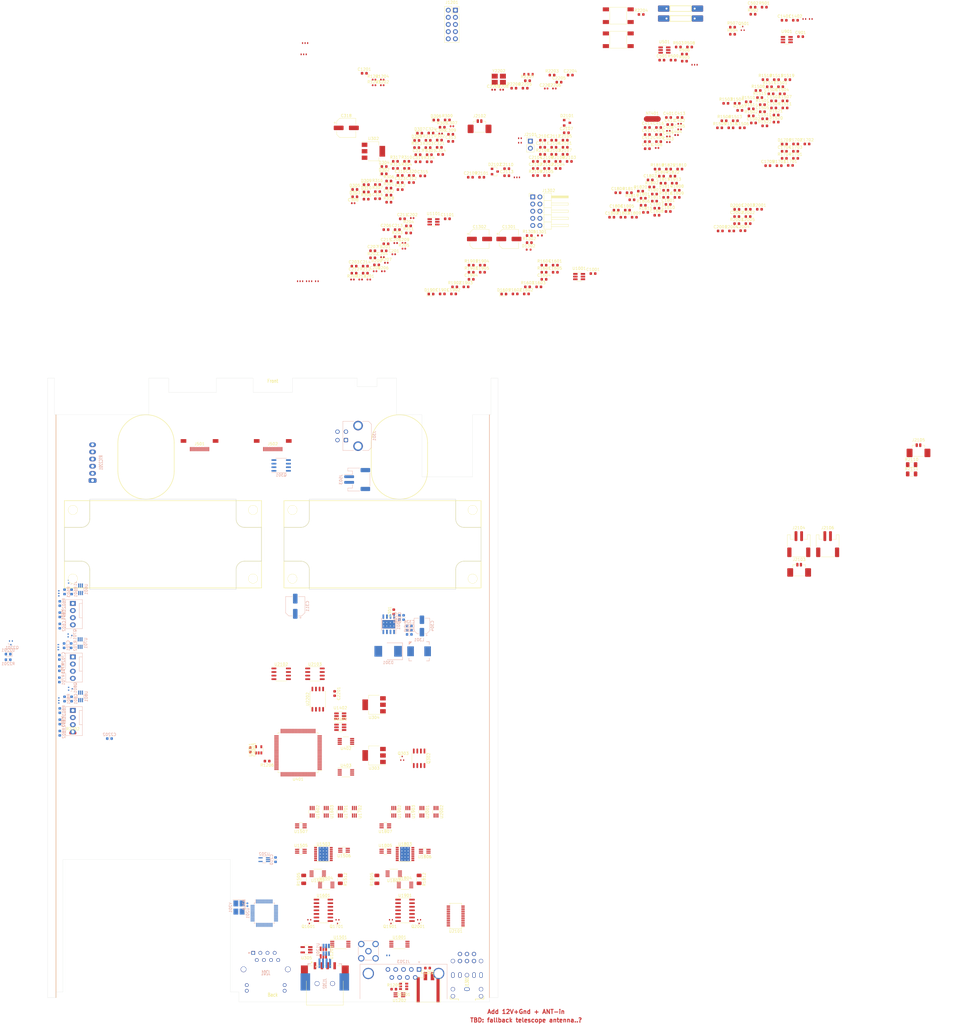
<source format=kicad_pcb>
(kicad_pcb (version 20171130) (host pcbnew 5.1.6-c6e7f7d~87~ubuntu18.04.1)
  (title_block (title "SolderingStation MainBoard") (date 2020-08-20) (rev Rev0.1) (company MaJo))
  (layers (0 F.Cu signal) (1 In1.Cu signal) (2 In2.Cu signal) (31 B.Cu signal) (34 B.Paste user) (35 F.Paste user) (36 B.SilkS user) (37 F.SilkS user) (38 B.Mask user) (39 F.Mask user) (44 Edge.Cuts user))
  (net 0 "")
  (net 1 GND)
  (net 2 /Ethernet/TXP)
  (net 3 /Ethernet/TXN)
  (net 4 ~SYS_RSTn~)
  (net 5 /Ethernet/RXP)
  (net 6 /Ethernet/RXN)
  (net 7 "Net-(C206-Pad1)")
  (net 8 "Net-(C207-Pad1)")
  (net 9 "Net-(C208-Pad2)")
  (net 10 "Net-(C209-Pad2)")
  (net 11 VCC)
  (net 12 "Net-(C212-Pad1)")
  (net 13 "Net-(C214-Pad1)")
  (net 14 "Net-(C301-Pad2)")
  (net 15 "Net-(C301-Pad1)")
  (net 16 VIN)
  (net 17 VMAIN)
  (net 18 "Net-(C306-Pad1)")
  (net 19 "Net-(C307-Pad1)")
  (net 20 VDD_OLED)
  (net 21 +12V)
  (net 22 VBUS_2)
  (net 23 "Net-(C320-Pad1)")
  (net 24 VDDA)
  (net 25 "Net-(C409-Pad1)")
  (net 26 "Net-(C410-Pad1)")
  (net 27 GNDA)
  (net 28 "Net-(C413-Pad2)")
  (net 29 "/STM32F429 PWR/Vref_2v5")
  (net 30 "Net-(C502-Pad2)")
  (net 31 "Net-(C1301-Pad2)")
  (net 32 "Net-(C1301-Pad1)")
  (net 33 "Net-(C1302-Pad2)")
  (net 34 "Net-(C1302-Pad1)")
  (net 35 "/Weller contol/Channel A/Vout1")
  (net 36 "/Weller contol/Channel A/Vout2")
  (net 37 "Net-(C1601-Pad1)")
  (net 38 "Net-(C1602-Pad1)")
  (net 39 "Net-(C1701-Pad1)")
  (net 40 "Net-(C1702-Pad1)")
  (net 41 "/Weller contol/Channel B/Vout1")
  (net 42 "/Weller contol/Channel B/Vout2")
  (net 43 "Net-(C1901-Pad1)")
  (net 44 "Net-(C1902-Pad1)")
  (net 45 "Net-(C2001-Pad1)")
  (net 46 "Net-(C2002-Pad1)")
  (net 47 "Net-(C2102-Pad2)")
  (net 48 FM_I2S_WS)
  (net 49 "Net-(C2104-Pad2)")
  (net 50 "Net-(C2104-Pad1)")
  (net 51 "Net-(C2105-Pad2)")
  (net 52 DAC_OUT2)
  (net 53 "Net-(C2108-Pad1)")
  (net 54 "Net-(C2109-Pad2)")
  (net 55 DAC_OUT1)
  (net 56 "Net-(C2112-Pad1)")
  (net 57 "Net-(C2113-Pad2)")
  (net 58 MCU_BOOT0)
  (net 59 ~MCU_RSTn~)
  (net 60 "Net-(C2206-Pad1)")
  (net 61 "Net-(C2207-Pad1)")
  (net 62 "Net-(C2208-Pad2)")
  (net 63 "Net-(C2209-Pad2)")
  (net 64 "Net-(D302-Pad2)")
  (net 65 "Net-(D303-Pad2)")
  (net 66 "Net-(D304-Pad2)")
  (net 67 "Net-(D305-Pad2)")
  (net 68 "Net-(D306-Pad2)")
  (net 69 "Net-(D307-Pad2)")
  (net 70 "Net-(D308-Pad2)")
  (net 71 "Net-(D309-Pad2)")
  (net 72 "Net-(D310-Pad2)")
  (net 73 ~VBUS2_FLGn~)
  (net 74 SWCLK)
  (net 75 SWDIO)
  (net 76 "Net-(D1201-Pad1)")
  (net 77 "/Rear panel connections/Headphone connector asm/L_ch_out")
  (net 78 "/Rear panel connections/Headphone connector asm/R_ch_out")
  (net 79 "Net-(D1601-Pad2)")
  (net 80 "/Weller contol/Channel A/PWM_OK_1")
  (net 81 "Net-(D1701-Pad2)")
  (net 82 "/Weller contol/Channel A/PWM_OK_2")
  (net 83 "Net-(D1901-Pad2)")
  (net 84 "/Weller contol/Channel B/PWM_OK_1")
  (net 85 "Net-(D2001-Pad2)")
  (net 86 "/Weller contol/Channel B/PWM_OK_2")
  (net 87 "Net-(D2201-Pad2)")
  (net 88 "Net-(D2201-Pad1)")
  (net 89 "Net-(J201-Pad12)")
  (net 90 /Ethernet/LED0_LINK)
  (net 91 /Ethernet/LED2_10M_LINK_ACT)
  (net 92 "Net-(J201-Pad9)")
  (net 93 GNDPWR)
  (net 94 +VDC)
  (net 95 "Net-(J501-Pad16)")
  (net 96 "Net-(J501-Pad15)")
  (net 97 ~FP_BTN_1An~)
  (net 98 ~FP_BTN_1Bn~)
  (net 99 ~DISP_CSn~)
  (net 100 ~FP_ENC2_SWn~)
  (net 101 I2C1_SCL)
  (net 102 FP_ENC2_B)
  (net 103 I2C1_SDA)
  (net 104 FP_ENC2_A)
  (net 105 DISP_FLASH_MOSI)
  (net 106 DISP_FLASH_SCK)
  (net 107 DISP_D~Cn~)
  (net 108 "Net-(J502-Pad16)")
  (net 109 "Net-(J502-Pad15)")
  (net 110 ~FP_BTN_2An~)
  (net 111 ~FP_BTN_2Bn~)
  (net 112 HWID_FP)
  (net 113 "/STM32F429 MCU/AUX_HOST_TX")
  (net 114 "/STM32F429 MCU/AUX_HOST_RX")
  (net 115 FP_ENC_A)
  (net 116 FP_ENC_B)
  (net 117 ~AUX_INTn~)
  (net 118 ~FP_ENC_SWn~)
  (net 119 AUX_BOOT0)
  (net 120 "Net-(J503-Pad2)")
  (net 121 "Net-(J503-Pad1)")
  (net 122 "Net-(J1201-Pad10)")
  (net 123 "Net-(J1201-Pad9)")
  (net 124 "/Audio & FM-radio/Audio_R_int")
  (net 125 "/Rear panel connections/Audio_R")
  (net 126 "/Audio & FM-radio/Audio_L_int")
  (net 127 "/Rear panel connections/Audio_L")
  (net 128 "Net-(J1202-Pad3)")
  (net 129 "Net-(J1202-Pad2)")
  (net 130 VBUS)
  (net 131 "Net-(J1202-Pad0)")
  (net 132 ~EXT_RSTn~)
  (net 133 "Net-(J1204-Pad3)")
  (net 134 "Net-(J1204-Pad2)")
  (net 135 "Net-(J1301-Pad11)")
  (net 136 "Net-(J1301-Pad10)")
  (net 137 "/Rear panel connections/Headphone connector asm/Audio_L_ch")
  (net 138 "/Rear panel connections/Headphone connector asm/Audio_int_L")
  (net 139 "/Rear panel connections/Headphone connector asm/Audio_R_ch")
  (net 140 "/Rear panel connections/Headphone connector asm/Audio_int_R")
  (net 141 "Net-(J1301-Pad0)")
  (net 142 "Net-(J1302-Pad10)")
  (net 143 "Net-(J1302-Pad9)")
  (net 144 "Net-(J2103-Pad1)")
  (net 145 CH_A_KTY_HWID_MB_ADC2)
  (net 146 CH_B_KTY_HWID_FP_ADC2)
  (net 147 "/STM32F429 MCU/32kHz")
  (net 148 "Net-(M501-Pad2)")
  (net 149 "Net-(M501-Pad1)")
  (net 150 "Net-(M502-Pad2)")
  (net 151 "Net-(M502-Pad1)")
  (net 152 "Net-(M601-Pad4)")
  (net 153 "Net-(M601-Pad3)")
  (net 154 "Net-(M701-Pad4)")
  (net 155 "Net-(M701-Pad3)")
  (net 156 "Net-(M801-Pad4)")
  (net 157 "Net-(M801-Pad3)")
  (net 158 "Net-(Q302-Pad4)")
  (net 159 PWRDRV_ENABLE)
  (net 160 PWRBTN_LED_PWM)
  (net 161 FAN1_PWM)
  (net 162 FAN2_PWM)
  (net 163 FAN3_PWM)
  (net 164 "/Weller contol/Channel A/PWM error detector 1/~PULSEn_D~")
  (net 165 "/Weller contol/Channel A/PWM error detector 2/~PULSEn_D~")
  (net 166 "/Weller contol/Channel B/PWM error detector 1/~PULSEn_D~")
  (net 167 "/Weller contol/Channel B/PWM error detector 2/~PULSEn_D~")
  (net 168 "/STM32F429 MCU/DLED_WDT")
  (net 169 ETH_MDIO)
  (net 170 /Ethernet/LED3_100M_LINK_ACT)
  (net 171 ~PHY_IRQn~)
  (net 172 /Ethernet/LED1_DUPLEX)
  (net 173 "Net-(R210-Pad2)")
  (net 174 /Ethernet/RMII)
  (net 175 "Net-(R212-Pad1)")
  (net 176 "Net-(R213-Pad2)")
  (net 177 "Net-(R301-Pad2)")
  (net 178 "Net-(R302-Pad2)")
  (net 179 VBUS2_ENABLE)
  (net 180 "Net-(R501-Pad2)")
  (net 181 "Net-(R1205-Pad1)")
  (net 182 "Net-(R1206-Pad2)")
  (net 183 DBGUART_RX)
  (net 184 "/Rear panel connections/CH_A_TC1")
  (net 185 "/Weller contol/CH_A_KTY_REED_BIAS")
  (net 186 "Net-(R1502-Pad1)")
  (net 187 "/Weller contol/Channel A/~OC_ERR_1~")
  (net 188 CH_A_IN_STAND_ADC1)
  (net 189 "/Rear panel connections/CH_A_HEATER_1")
  (net 190 "Net-(R1506-Pad1)")
  (net 191 CH_A_TC1_AMP_ADC1)
  (net 192 "Net-(R1508-Pad1)")
  (net 193 "Net-(R1509-Pad1)")
  (net 194 "Net-(R1510-Pad1)")
  (net 195 "/Rear panel connections/CH_A_HEATER_2")
  (net 196 "Net-(R1513-Pad2)")
  (net 197 "Net-(R1514-Pad1)")
  (net 198 "Net-(R1515-Pad1)")
  (net 199 "Net-(R1516-Pad1)")
  (net 200 CH_A_TC2_AMP_ADC2)
  (net 201 "Net-(R1518-Pad1)")
  (net 202 "/Weller contol/Channel A/~OC_ERR_2~")
  (net 203 CH_A_FET1_PWM)
  (net 204 CH_A_FET2_PWM)
  (net 205 "/Rear panel connections/CH_B_TC1")
  (net 206 "/Weller contol/CH_B_KTY_REED_BIAS")
  (net 207 "Net-(R1802-Pad1)")
  (net 208 "/Weller contol/Channel B/~OC_ERR_1~")
  (net 209 CH_B_IN_STAND_ADC1)
  (net 210 "/Rear panel connections/CH_B_HEATER_1")
  (net 211 "Net-(R1806-Pad1)")
  (net 212 CH_B_TC1_AMP_ADC1)
  (net 213 "Net-(R1808-Pad1)")
  (net 214 "Net-(R1809-Pad1)")
  (net 215 "Net-(R1810-Pad1)")
  (net 216 "/Rear panel connections/CH_B_HEATER_2")
  (net 217 "Net-(R1813-Pad2)")
  (net 218 "Net-(R1814-Pad1)")
  (net 219 "Net-(R1815-Pad1)")
  (net 220 "Net-(R1816-Pad1)")
  (net 221 CH_B_TC2_AMP_ADC2)
  (net 222 "Net-(R1818-Pad1)")
  (net 223 "/Weller contol/Channel B/~OC_ERR_2~")
  (net 224 CH_B_FET1_PWM)
  (net 225 CH_B_FET2_PWM)
  (net 226 "Net-(R2101-Pad2)")
  (net 227 FM_I2S_SD)
  (net 228 "Net-(R2102-Pad2)")
  (net 229 "Net-(R2103-Pad2)")
  (net 230 FM_I2S_CK)
  (net 231 "Net-(R2104-Pad2)")
  (net 232 "Net-(R2104-Pad1)")
  (net 233 "Net-(R2107-Pad2)")
  (net 234 "Net-(R2107-Pad1)")
  (net 235 "Net-(R2207-Pad2)")
  (net 236 "/STM32F429 MCU/~RTC_INTn~")
  (net 237 "Net-(U201-Pad44)")
  (net 238 "Net-(U201-Pad43)")
  (net 239 "Net-(U201-Pad41)")
  (net 240 "Net-(U201-Pad40)")
  (net 241 "Net-(U201-Pad39)")
  (net 242 "Net-(U201-Pad38)")
  (net 243 "Net-(U201-Pad37)")
  (net 244 "Net-(U201-Pad32)")
  (net 245 ETH_MDC)
  (net 246 "Net-(U201-Pad24)")
  (net 247 RMII_CRS_DV)
  (net 248 RMII_RX_D0)
  (net 249 RMII_RX_D1)
  (net 250 "Net-(U201-Pad19)")
  (net 251 "Net-(U201-Pad18)")
  (net 252 /Ethernet/50M_CLKO)
  (net 253 "Net-(U201-Pad15)")
  (net 254 RMII_REF_CLK)
  (net 255 RMII_TX_D0)
  (net 256 RMII_TX_D1)
  (net 257 "Net-(U201-Pad4)")
  (net 258 "Net-(U201-Pad3)")
  (net 259 RMII_TX_EN)
  (net 260 FAN3_RPM)
  (net 261 CH_B_DRV_OK)
  (net 262 CH_A_DRV_OK)
  (net 263 ~FM_INTn~)
  (net 264 USB1_DP)
  (net 265 USB1_DM)
  (net 266 DBGUART_TX)
  (net 267 RCLKo_8M)
  (net 268 "/STM32F429 MCU/CH_B_KTY_REED_BIAS_EN")
  (net 269 "/STM32F429 MCU/CH_A_KTY_REED_BIAS_EN")
  (net 270 USB2_DP)
  (net 271 USB2_DM)
  (net 272 "/STM32F429 MCU/Flash_MISO")
  (net 273 "/STM32F429 MCU/~Flash_CSn~")
  (net 274 FAN2_RPM)
  (net 275 FAN1_RPM)
  (net 276 ~AUDIO_MUTEn~)
  (net 277 "/Weller contol/HWID_ADC_SEL")
  (net 278 HWID_MB)
  (net 279 "Net-(U601-Pad4)")
  (net 280 "Net-(U701-Pad4)")
  (net 281 "Net-(U801-Pad4)")
  (net 282 "/Front panel connections/Temp.sensor 1/A0")
  (net 283 "/Front panel connections/Temp.sensor 2/A1")
  (net 284 "/Front panel connections/Temp.sensor 3/A1")
  (net 285 "/Weller contol/Channel A/HT2_EN")
  (net 286 "/Weller contol/Channel A/HT1_EN")
  (net 287 "/Weller contol/Channel A/PWM error detector 2/~PULSE_ERR~")
  (net 288 "/Weller contol/Channel A/PWM error detector 1/~PULSE_ERR~")
  (net 289 "/Weller contol/Channel A/PWM error detector 1/~CLR_FLAG~")
  (net 290 "/Weller contol/Channel A/PWM error detector 2/~CLR_FLAG~")
  (net 291 "/Weller contol/Channel B/HT2_EN")
  (net 292 "/Weller contol/Channel B/HT1_EN")
  (net 293 "/Weller contol/Channel B/PWM error detector 2/~PULSE_ERR~")
  (net 294 "/Weller contol/Channel B/PWM error detector 1/~PULSE_ERR~")
  (net 295 "/Weller contol/Channel B/PWM error detector 1/~CLR_FLAG~")
  (net 296 "/Weller contol/Channel B/PWM error detector 2/~CLR_FLAG~")
  (net 297 "Net-(U2101-Pad24)")
  (net 298 "Net-(U2101-Pad23)")
  (net 299 "Net-(U2101-Pad11)")
  (net 300 "Net-(U2101-Pad10)")
  (net 301 "Net-(U2101-Pad7)")
  (net 302 "Net-(U2101-Pad6)")
  (net 303 "Net-(U2101-Pad5)")
  (net 304 "Net-(C308-Pad1)")
  (net 305 "Net-(J2103-Pad2)")
  (net 306 "Net-(J2105-Pad2)")
  (net 307 "Net-(J2105-Pad1)")
  (net 308 "/Audio & FM-radio/FMI")
  (net 309 "Net-(J2107-Pad1)")
  (net 310 "Net-(D1201-Pad6)")
  (module customlib_mj_fp:JST_PH_S2B-PH-SM4-TB_1x02-1MP_P2.00mm_Horizontal (layer B.Cu) (at 180 66 270)
    (fp_text reference J503 (at 0 5.8 90) (layer B.SilkS) (effects (justify mirror)))
    (fp_text value JST_S2B-PH-SM4-TB)
    (pad MP smd roundrect (at 3.35 -2.9 270) (size 1.5 3.4) (layers B.Cu B.Paste B.Mask) (roundrect_rratio 0.166667))
    (pad MP smd roundrect (at -3.35 -2.9 270) (size 1.5 3.4) (layers B.Cu B.Paste B.Mask) (roundrect_rratio 0.166667))
    (pad 2 smd roundrect (at 1 2.85 270) (size 1 3.5) (layers B.Cu B.Paste B.Mask) (net 120 "Net-(J503-Pad2)"))
    (pad 1 smd roundrect (at -1 2.85 270) (size 1 3.5) (layers B.Cu B.Paste B.Mask) (net 121 "Net-(J503-Pad1)"))
  )
  (module customlib_mj_fp:JST_PH_S2B-PH-SM4-TB_1x02-1MP_P2.00mm_Horizontal (layer F.Cu) (at 347.13 88.95)
    (fp_text reference J2106 (at 0 -5.8) (layer F.SilkS))
    (fp_text value CES-703116-28PM_JST-conn)
    (pad MP smd roundrect (at 3.35 2.9) (size 1.5 3.4) (layers F.Cu F.Paste F.Mask) (roundrect_rratio 0.166667))
    (pad MP smd roundrect (at -3.35 2.9) (size 1.5 3.4) (layers F.Cu F.Paste F.Mask) (roundrect_rratio 0.166667))
    (pad 2 smd roundrect (at 1 -2.85) (size 1 3.5) (layers F.Cu F.Paste F.Mask) (net 306 "Net-(J2105-Pad2)"))
    (pad 1 smd roundrect (at -1 -2.85) (size 1 3.5) (layers F.Cu F.Paste F.Mask) (net 307 "Net-(J2105-Pad1)"))
  )
  (module customlib_mj_fp:JST_PH_S2B-PH-SM4-TB_1x02-1MP_P2.00mm_Horizontal (layer F.Cu) (at 336.88 88.95)
    (fp_text reference J2104 (at 0 -5.8) (layer F.SilkS))
    (fp_text value CES-703116-28PM_JST-conn)
    (pad MP smd roundrect (at 3.35 2.9) (size 1.5 3.4) (layers F.Cu F.Paste F.Mask) (roundrect_rratio 0.166667))
    (pad MP smd roundrect (at -3.35 2.9) (size 1.5 3.4) (layers F.Cu F.Paste F.Mask) (roundrect_rratio 0.166667))
    (pad 2 smd roundrect (at 1 -2.85) (size 1 3.5) (layers F.Cu F.Paste F.Mask) (net 305 "Net-(J2103-Pad2)"))
    (pad 1 smd roundrect (at -1 -2.85) (size 1 3.5) (layers F.Cu F.Paste F.Mask) (net 144 "Net-(J2103-Pad1)"))
  )
  (module customlib_mj_fp:SOIC-8_3.9x4.9mm_P1.27mm (layer F.Cu) (at 202 165 270)
    (fp_text reference Q302 (at 0 -3.4 90) (layer F.SilkS))
    (fp_text value Si4497DY)
    (pad 1 smd roundrect (at -2.575 -1.905 270) (size 1.75 0.6) (layers F.Cu F.Paste F.Mask) (net 16 VIN))
    (pad 2 smd roundrect (at -2.575 -0.635 270) (size 1.75 0.6) (layers F.Cu F.Paste F.Mask) (net 16 VIN))
    (pad 3 smd roundrect (at -2.575 0.635 270) (size 1.75 0.6) (layers F.Cu F.Paste F.Mask) (net 16 VIN))
    (pad 4 smd roundrect (at -2.575 1.905 270) (size 1.75 0.6) (layers F.Cu F.Paste F.Mask) (net 158 "Net-(Q302-Pad4)"))
    (pad 5 smd roundrect (at 2.575 1.905 270) (size 1.75 0.6) (layers F.Cu F.Paste F.Mask) (net 21 +12V))
    (pad 6 smd roundrect (at 2.575 0.635 270) (size 1.75 0.6) (layers F.Cu F.Paste F.Mask) (net 21 +12V))
    (pad 7 smd roundrect (at 2.575 -0.635 270) (size 1.75 0.6) (layers F.Cu F.Paste F.Mask) (net 21 +12V))
    (pad 8 smd roundrect (at 2.575 -1.905 270) (size 1.75 0.6) (layers F.Cu F.Paste F.Mask) (net 21 +12V))
  )
  (module customlib_mj_fp:SOIC-8_3.9x4.9mm_P1.27mm (layer B.Cu) (at 153 61)
    (fp_text reference Q301 (at 0 3.4) (layer B.SilkS) (effects (justify mirror)))
    (fp_text value Si4497DY)
    (pad 1 smd roundrect (at -2.575 1.905) (size 1.75 0.6) (layers B.Cu B.Paste B.Mask) (net 16 VIN))
    (pad 2 smd roundrect (at -2.575 0.635) (size 1.75 0.6) (layers B.Cu B.Paste B.Mask) (net 16 VIN))
    (pad 3 smd roundrect (at -2.575 -0.635) (size 1.75 0.6) (layers B.Cu B.Paste B.Mask) (net 16 VIN))
    (pad 4 smd roundrect (at -2.575 -1.905) (size 1.75 0.6) (layers B.Cu B.Paste B.Mask) (net 1 GND))
    (pad 5 smd roundrect (at 2.575 -1.905) (size 1.75 0.6) (layers B.Cu B.Paste B.Mask) (net 94 +VDC))
    (pad 6 smd roundrect (at 2.575 -0.635) (size 1.75 0.6) (layers B.Cu B.Paste B.Mask) (net 94 +VDC))
    (pad 7 smd roundrect (at 2.575 0.635) (size 1.75 0.6) (layers B.Cu B.Paste B.Mask) (net 94 +VDC))
    (pad 8 smd roundrect (at 2.575 1.905) (size 1.75 0.6) (layers B.Cu B.Paste B.Mask) (net 94 +VDC))
  )
  (module Package_SO:SOIC-8_5.275x5.275mm_P1.27mm (layer F.Cu) (at 166 144 90)
    (fp_text reference U2202 (at 0 -3.59 90) (layer F.SilkS))
    (fp_text value W25Q64FV)
    (pad 8 smd roundrect (at 3.6 -1.905 90) (size 1.6 0.6) (layers F.Cu F.Paste F.Mask) (net 11 VCC))
    (pad 7 smd roundrect (at 3.6 -0.635 90) (size 1.6 0.6) (layers F.Cu F.Paste F.Mask) (net 11 VCC))
    (pad 6 smd roundrect (at 3.6 0.635 90) (size 1.6 0.6) (layers F.Cu F.Paste F.Mask) (net 106 DISP_FLASH_SCK))
    (pad 5 smd roundrect (at 3.6 1.905 90) (size 1.6 0.6) (layers F.Cu F.Paste F.Mask) (net 105 DISP_FLASH_MOSI))
    (pad 4 smd roundrect (at -3.6 1.905 90) (size 1.6 0.6) (layers F.Cu F.Paste F.Mask) (net 1 GND))
    (pad 3 smd roundrect (at -3.6 0.635 90) (size 1.6 0.6) (layers F.Cu F.Paste F.Mask) (net 11 VCC))
    (pad 2 smd roundrect (at -3.6 -0.635 90) (size 1.6 0.6) (layers F.Cu F.Paste F.Mask) (net 272 "/STM32F429 MCU/Flash_MISO"))
    (pad 1 smd roundrect (at -3.6 -1.905 90) (size 1.6 0.6) (layers F.Cu F.Paste F.Mask) (net 273 "/STM32F429 MCU/~Flash_CSn~"))
  )
  (module customlib_mj_fp:SOIC-8_3.9x4.9mm_P1.27mm (layer F.Cu) (at 165 135)
    (fp_text reference U2103 (at 0 -3.4) (layer F.SilkS))
    (fp_text value TS4990IDT)
    (pad 1 smd roundrect (at -2.575 -1.905) (size 1.75 0.6) (layers F.Cu F.Paste F.Mask) (net 276 ~AUDIO_MUTEn~))
    (pad 2 smd roundrect (at -2.575 -0.635) (size 1.75 0.6) (layers F.Cu F.Paste F.Mask) (net 57 "Net-(C2113-Pad2)"))
    (pad 3 smd roundrect (at -2.575 0.635) (size 1.75 0.6) (layers F.Cu F.Paste F.Mask) (net 57 "Net-(C2113-Pad2)"))
    (pad 4 smd roundrect (at -2.575 1.905) (size 1.75 0.6) (layers F.Cu F.Paste F.Mask) (net 233 "Net-(R2107-Pad2)"))
    (pad 5 smd roundrect (at 2.575 1.905) (size 1.75 0.6) (layers F.Cu F.Paste F.Mask) (net 306 "Net-(J2105-Pad2)"))
    (pad 6 smd roundrect (at 2.575 0.635) (size 1.75 0.6) (layers F.Cu F.Paste F.Mask) (net 17 VMAIN))
    (pad 7 smd roundrect (at 2.575 -0.635) (size 1.75 0.6) (layers F.Cu F.Paste F.Mask) (net 1 GND))
    (pad 8 smd roundrect (at 2.575 -1.905) (size 1.75 0.6) (layers F.Cu F.Paste F.Mask) (net 127 "/Rear panel connections/Audio_L"))
  )
  (module customlib_mj_fp:SOIC-8_3.9x4.9mm_P1.27mm (layer F.Cu) (at 153 135)
    (fp_text reference U2102 (at 0 -3.4) (layer F.SilkS))
    (fp_text value TS4990IDT)
    (pad 1 smd roundrect (at -2.575 -1.905) (size 1.75 0.6) (layers F.Cu F.Paste F.Mask) (net 276 ~AUDIO_MUTEn~))
    (pad 2 smd roundrect (at -2.575 -0.635) (size 1.75 0.6) (layers F.Cu F.Paste F.Mask) (net 54 "Net-(C2109-Pad2)"))
    (pad 3 smd roundrect (at -2.575 0.635) (size 1.75 0.6) (layers F.Cu F.Paste F.Mask) (net 54 "Net-(C2109-Pad2)"))
    (pad 4 smd roundrect (at -2.575 1.905) (size 1.75 0.6) (layers F.Cu F.Paste F.Mask) (net 231 "Net-(R2104-Pad2)"))
    (pad 5 smd roundrect (at 2.575 1.905) (size 1.75 0.6) (layers F.Cu F.Paste F.Mask) (net 305 "Net-(J2103-Pad2)"))
    (pad 6 smd roundrect (at 2.575 0.635) (size 1.75 0.6) (layers F.Cu F.Paste F.Mask) (net 17 VMAIN))
    (pad 7 smd roundrect (at 2.575 -0.635) (size 1.75 0.6) (layers F.Cu F.Paste F.Mask) (net 1 GND))
    (pad 8 smd roundrect (at 2.575 -1.905) (size 1.75 0.6) (layers F.Cu F.Paste F.Mask) (net 125 "/Rear panel connections/Audio_R"))
  )
  (module customlib_mj_fp:Molex_Micro-Fit_3.0_43045-0421_2x02-1MP_P3.00mm_Horizontal (layer B.Cu) (at 176 52 90)
    (fp_text reference J301 (at 1.5 10.12 270) (layer B.SilkS) (effects (justify mirror)))
    (fp_text value Molex_MicroFit_30-43045-0421)
    (pad 4 thru_hole circle (at 3 -3 90) (size 1.5 1.5) (drill 1.02) (layers *.Cu *.Mask) (net 1 GND))
    (pad 3 thru_hole circle (at 0 -3 90) (size 1.5 1.5) (drill 1.02) (layers *.Cu *.Mask) (net 94 +VDC))
    (pad 2 thru_hole circle (at 3 0 90) (size 1.5 1.5) (drill 1.02) (layers *.Cu *.Mask) (net 94 +VDC))
    (pad 1 thru_hole roundrect (at 0 0 90) (size 1.5 1.5) (drill 1.02) (layers *.Cu *.Mask) (roundrect_rratio 0.166667) (net 1 GND))
    (pad MP thru_hole circle (at 5.15 4.32 90) (size 3.41 3.41) (drill 2.41) (layers *.Cu *.Mask) (net 1 GND))
    (pad MP thru_hole circle (at -2.15 4.32 90) (size 3.41 3.41) (drill 2.41) (layers *.Cu *.Mask) (net 1 GND))
  )
  (module customlib_mj_fp:DSub9-Kycon_K22X-EP9P-N (layer B.Cu) (at 202 240 180)
    (fp_text reference J1203 (at 5.54 2.8) (layer B.SilkS) (effects (justify mirror)))
    (fp_text value DB9_Male_MountingHoles)
    (pad 0 thru_hole circle (at 18.04 -1.42 180) (size 4 4) (drill 3.2) (layers *.Cu *.Mask) (net 1 GND))
    (pad 0 thru_hole circle (at -6.96 -1.42 180) (size 4 4) (drill 3.2) (layers *.Cu *.Mask) (net 1 GND))
    (pad 9 thru_hole circle (at 9.695 -2.84 180) (size 1.6 1.6) (drill 1) (layers *.Cu *.Mask) (net 11 VCC))
    (pad 8 thru_hole circle (at 6.925 -2.84 180) (size 1.6 1.6) (drill 1) (layers *.Cu *.Mask) (net 74 SWCLK))
    (pad 7 thru_hole circle (at 4.155 -2.84 180) (size 1.6 1.6) (drill 1) (layers *.Cu *.Mask) (net 75 SWDIO))
    (pad 6 thru_hole circle (at 1.385 -2.84 180) (size 1.6 1.6) (drill 1) (layers *.Cu *.Mask) (net 1 GND))
    (pad 5 thru_hole circle (at 11.08 0 180) (size 1.6 1.6) (drill 1) (layers *.Cu *.Mask) (net 1 GND))
    (pad 4 thru_hole circle (at 8.31 0 180) (size 1.6 1.6) (drill 1) (layers *.Cu *.Mask) (net 58 MCU_BOOT0))
    (pad 3 thru_hole circle (at 5.54 0 180) (size 1.6 1.6) (drill 1) (layers *.Cu *.Mask) (net 310 "Net-(D1201-Pad6)"))
    (pad 2 thru_hole circle (at 2.77 0 180) (size 1.6 1.6) (drill 1) (layers *.Cu *.Mask) (net 76 "Net-(D1201-Pad1)"))
    (pad 1 thru_hole rect (at 0 0 180) (size 1.6 1.6) (drill 1) (layers *.Cu *.Mask) (net 132 ~EXT_RSTn~))
  )
  (module customlib_mj_fp:SMA_Molex_73251-2200_Horizontal (layer B.Cu) (at 184 233.5 180)
    (fp_text reference J2107 hide)
    (fp_text value Conn_Coaxial)
    (pad 2 thru_hole circle (at -2.54 -2.54 180) (size 2.25 2.25) (drill 1.5) (layers *.Cu *.Mask) (net 1 GND))
    (pad 2 thru_hole circle (at -2.54 2.54 180) (size 2.25 2.25) (drill 1.5) (layers *.Cu *.Mask) (net 1 GND))
    (pad 2 thru_hole circle (at 2.54 2.54 180) (size 2.25 2.25) (drill 1.5) (layers *.Cu *.Mask) (net 1 GND))
    (pad 2 thru_hole circle (at 2.54 -2.54 90) (size 2.25 2.25) (drill 1.5) (layers *.Cu *.Mask) (net 1 GND))
    (pad 1 thru_hole circle (at 0 0 180) (size 2.25 2.25) (drill 1.5) (layers *.Cu *.Mask) (net 309 "Net-(J2107-Pad1)"))
  )
  (module customlib_mj_fp:db2_ud_0402 (layer B.Cu) (at 191 235 180)
    (fp_text reference JP2106 hide)
    (fp_text value dogbone_2_ud)
    (pad 2 smd rect (at 0.45 0 180) (size 0.4 0.6) (layers B.Cu B.Mask) (net 309 "Net-(J2107-Pad1)"))
    (pad 1 smd rect (at -0.45 0 180) (size 0.4 0.6) (layers B.Cu B.Mask) (net 308 "/Audio & FM-radio/FMI"))
  )
  (module customlib_mj_fp:Molex_NanoFit_105430-1102_1x02_P2.50mm_Horizontal (layer F.Cu) (at 205.5 247.5)
    (fp_text reference J1205 hide)
    (fp_text value Molex_NanoFit-1x02)
    (pad 2 smd rect (at -1.25 -5.13) (size 1.25 2.9) (layers F.Cu F.Paste F.Mask) (net 16 VIN))
    (pad 1 smd rect (at 1.25 -5.13) (size 1.25 2.9) (layers F.Cu F.Paste F.Mask) (net 1 GND))
    (pad S1 smd rect (at 3.22 -0.3) (size 1.1 9) (layers F.Cu F.Paste F.Mask) (net 1 GND))
    (pad S2 smd rect (at -3.82 -0.3) (size 1.1 9) (layers F.Cu F.Paste F.Mask) (net 1 GND))
  )
  (module Capacitor_SMD:C_0603_1608Metric (layer F.Cu) (at 205 239.5 180)
    (fp_text reference C1202 (at 0 -1.43) (layer F.SilkS))
    (fp_text value 100n)
    (pad 2 smd roundrect (at 0.7875 0 180) (size 0.875 0.95) (layers F.Cu F.Paste F.Mask) (net 16 VIN))
    (pad 1 smd roundrect (at -0.7875 0 180) (size 0.875 0.95) (layers F.Cu F.Paste F.Mask) (net 1 GND))
  )
  (module customlib_mj_fp:TE_1734346 (layer B.Cu) (at 168.5 245 270)
    (fp_text reference J1202 (at 0 0 270) (layer B.SilkS) (effects (font (size 1.2 0.8) (thickness 0.16)) (justify mirror)))
    (fp_text value USB_B-TE_1734346-1)
    (pad S2 smd rect (at -0.58 -6.92 270) (size 6.1 3.4) (layers B.Cu B.Paste B.Mask) (net 1 GND))
    (pad S1 smd rect (at -0.58 6.92 270) (size 6.1 3.4) (layers B.Cu B.Paste B.Mask) (net 1 GND))
    (pad 3 smd rect (at -7.2 -1.875 270) (size 3.4 0.7) (layers B.Cu B.Paste B.Mask) (net 128 "Net-(J1202-Pad3)"))
    (pad 2 smd rect (at -7.2 -0.625 270) (size 3.4 0.7) (layers B.Cu B.Paste B.Mask) (net 129 "Net-(J1202-Pad2)"))
    (pad 4 smd rect (at -7.2 0.625 270) (size 3.4 0.7) (layers B.Cu B.Paste B.Mask) (net 1 GND))
    (pad 1 smd rect (at -7.2 1.875 270) (size 3.4 0.7) (layers B.Cu B.Paste B.Mask) (net 130 VBUS))
    (pad 0 thru_hole circle (at 0 -2.75 270) (size 1.7 1.7) (drill 1.4) (layers *.Cu *.Mask) (net 131 "Net-(J1202-Pad0)"))
    (pad 0 thru_hole circle (at 0 2.75 270) (size 1.7 1.7) (drill 1.4) (layers *.Cu *.Mask) (net 131 "Net-(J1202-Pad0)"))
  )
  (module Capacitor_SMD:C_0402_1005Metric (layer F.Cu) (at 193 -14)
    (fp_text reference C201 (at 0 -1.17) (layer F.SilkS))
    (fp_text value DNP)
    (pad 2 smd roundrect (at 0.485 0) (size 0.59 0.64) (layers F.Cu F.Paste F.Mask) (net 1 GND))
    (pad 1 smd roundrect (at -0.485 0) (size 0.59 0.64) (layers F.Cu F.Paste F.Mask) (net 2 /Ethernet/TXP))
  )
  (module Capacitor_SMD:C_0402_1005Metric (layer F.Cu) (at 199.54 -26.85)
    (fp_text reference C202 (at 0 -1.17) (layer F.SilkS))
    (fp_text value DNP)
    (pad 2 smd roundrect (at 0.485 0) (size 0.59 0.64) (layers F.Cu F.Paste F.Mask) (net 1 GND))
    (pad 1 smd roundrect (at -0.485 0) (size 0.59 0.64) (layers F.Cu F.Paste F.Mask) (net 3 /Ethernet/TXN))
  )
  (module Capacitor_SMD:C_0603_1608Metric (layer F.Cu) (at 178.88 -9.79)
    (fp_text reference C203 (at 0 -1.43) (layer F.SilkS))
    (fp_text value 100n)
    (pad 2 smd roundrect (at 0.7875 0) (size 0.875 0.95) (layers F.Cu F.Paste F.Mask) (net 1 GND))
    (pad 1 smd roundrect (at -0.7875 0) (size 0.875 0.95) (layers F.Cu F.Paste F.Mask) (net 4 ~SYS_RSTn~))
  )
  (module Capacitor_SMD:C_0402_1005Metric (layer F.Cu) (at 188.99 -12.96)
    (fp_text reference C204 (at 0 -1.17) (layer F.SilkS))
    (fp_text value DNP)
    (pad 2 smd roundrect (at 0.485 0) (size 0.59 0.64) (layers F.Cu F.Paste F.Mask) (net 1 GND))
    (pad 1 smd roundrect (at -0.485 0) (size 0.59 0.64) (layers F.Cu F.Paste F.Mask) (net 5 /Ethernet/RXP))
  )
  (module Capacitor_SMD:C_0402_1005Metric (layer F.Cu) (at 193.69 -17.98)
    (fp_text reference C205 (at 0 -1.17) (layer F.SilkS))
    (fp_text value DNP)
    (pad 2 smd roundrect (at 0.485 0) (size 0.59 0.64) (layers F.Cu F.Paste F.Mask) (net 1 GND))
    (pad 1 smd roundrect (at -0.485 0) (size 0.59 0.64) (layers F.Cu F.Paste F.Mask) (net 6 /Ethernet/RXN))
  )
  (module Capacitor_SMD:C_0603_1608Metric (layer F.Cu) (at 190.23 -22.74)
    (fp_text reference C206 (at 0 -1.43) (layer F.SilkS))
    (fp_text value 100n)
    (pad 2 smd roundrect (at 0.7875 0) (size 0.875 0.95) (layers F.Cu F.Paste F.Mask) (net 1 GND))
    (pad 1 smd roundrect (at -0.7875 0) (size 0.875 0.95) (layers F.Cu F.Paste F.Mask) (net 7 "Net-(C206-Pad1)"))
  )
  (module Capacitor_SMD:C_0603_1608Metric (layer F.Cu) (at 185.53 -15.24)
    (fp_text reference C207 (at 0 -1.43) (layer F.SilkS))
    (fp_text value 100n)
    (pad 2 smd roundrect (at 0.7875 0) (size 0.875 0.95) (layers F.Cu F.Paste F.Mask) (net 1 GND))
    (pad 1 smd roundrect (at -0.7875 0) (size 0.875 0.95) (layers F.Cu F.Paste F.Mask) (net 8 "Net-(C207-Pad1)"))
  )
  (module Capacitor_SMD:C_0402_1005Metric (layer F.Cu) (at 186.35 -7.97)
    (fp_text reference C208 (at 0 -1.17) (layer F.SilkS))
    (fp_text value 27p)
    (pad 2 smd roundrect (at 0.485 0) (size 0.59 0.64) (layers F.Cu F.Paste F.Mask) (net 9 "Net-(C208-Pad2)"))
    (pad 1 smd roundrect (at -0.485 0) (size 0.59 0.64) (layers F.Cu F.Paste F.Mask) (net 1 GND))
  )
  (module Capacitor_SMD:C_0402_1005Metric (layer F.Cu) (at 196.6 -17.98)
    (fp_text reference C209 (at 0 -1.17) (layer F.SilkS))
    (fp_text value 27p)
    (pad 2 smd roundrect (at 0.485 0) (size 0.59 0.64) (layers F.Cu F.Paste F.Mask) (net 10 "Net-(C209-Pad2)"))
    (pad 1 smd roundrect (at -0.485 0) (size 0.59 0.64) (layers F.Cu F.Paste F.Mask) (net 1 GND))
  )
  (module Capacitor_SMD:C_0603_1608Metric (layer B.Cu) (at 151 201 270)
    (fp_text reference C210 (at 0 1.43 90) (layer B.SilkS) (effects (justify mirror)))
    (fp_text value 100n)
    (pad 2 smd roundrect (at 0.7875 0 270) (size 0.875 0.95) (layers B.Cu B.Paste B.Mask) (net 1 GND))
    (pad 1 smd roundrect (at -0.7875 0 270) (size 0.875 0.95) (layers B.Cu B.Paste B.Mask) (net 11 VCC))
  )
  (module Capacitor_SMD:C_0603_1608Metric (layer F.Cu) (at 196.08 -26.59)
    (fp_text reference C211 (at 0 -1.43) (layer F.SilkS))
    (fp_text value 100n)
    (pad 2 smd roundrect (at 0.7875 0) (size 0.875 0.95) (layers F.Cu F.Paste F.Mask) (net 1 GND))
    (pad 1 smd roundrect (at -0.7875 0) (size 0.875 0.95) (layers F.Cu F.Paste F.Mask) (net 11 VCC))
  )
  (module Capacitor_SMD:C_0603_1608Metric (layer F.Cu) (at 178.88 -7.28)
    (fp_text reference C212 (at 0 -1.43) (layer F.SilkS))
    (fp_text value 10u)
    (pad 2 smd roundrect (at 0.7875 0) (size 0.875 0.95) (layers F.Cu F.Paste F.Mask) (net 1 GND))
    (pad 1 smd roundrect (at -0.7875 0) (size 0.875 0.95) (layers F.Cu F.Paste F.Mask) (net 12 "Net-(C212-Pad1)"))
  )
  (module Capacitor_SMD:C_0603_1608Metric (layer F.Cu) (at 194.24 -22.74)
    (fp_text reference C213 (at 0 -1.43) (layer F.SilkS))
    (fp_text value 100n)
    (pad 2 smd roundrect (at 0.7875 0) (size 0.875 0.95) (layers F.Cu F.Paste F.Mask) (net 1 GND))
    (pad 1 smd roundrect (at -0.7875 0) (size 0.875 0.95) (layers F.Cu F.Paste F.Mask) (net 12 "Net-(C212-Pad1)"))
  )
  (module Capacitor_SMD:C_0603_1608Metric (layer F.Cu) (at 182.89 -9.79)
    (fp_text reference C214 (at 0 -1.43) (layer F.SilkS))
    (fp_text value 10u)
    (pad 2 smd roundrect (at 0.7875 0) (size 0.875 0.95) (layers F.Cu F.Paste F.Mask) (net 1 GND))
    (pad 1 smd roundrect (at -0.7875 0) (size 0.875 0.95) (layers F.Cu F.Paste F.Mask) (net 13 "Net-(C214-Pad1)"))
  )
  (module Capacitor_SMD:C_0603_1608Metric (layer F.Cu) (at 190.23 -17.72)
    (fp_text reference C215 (at 0 -1.43) (layer F.SilkS))
    (fp_text value 100n)
    (pad 2 smd roundrect (at 0.7875 0) (size 0.875 0.95) (layers F.Cu F.Paste F.Mask) (net 1 GND))
    (pad 1 smd roundrect (at -0.7875 0) (size 0.875 0.95) (layers F.Cu F.Paste F.Mask) (net 13 "Net-(C214-Pad1)"))
  )
  (module Capacitor_SMD:C_0603_1608Metric (layer F.Cu) (at 193 113 90)
    (fp_text reference C301 (at 0 -1.43 90) (layer F.SilkS))
    (fp_text value 100n)
    (pad 2 smd roundrect (at 0.7875 0 90) (size 0.875 0.95) (layers F.Cu F.Paste F.Mask) (net 14 "Net-(C301-Pad2)"))
    (pad 1 smd roundrect (at -0.7875 0 90) (size 0.875 0.95) (layers F.Cu F.Paste F.Mask) (net 15 "Net-(C301-Pad1)"))
  )
  (module Capacitor_SMD:C_0603_1608Metric (layer B.Cu) (at 195 115 270)
    (fp_text reference C302 (at 0 1.43 270) (layer B.SilkS) (effects (justify mirror)))
    (fp_text value 10u)
    (pad 2 smd roundrect (at 0.7875 0 270) (size 0.875 0.95) (layers B.Cu B.Paste B.Mask) (net 1 GND))
    (pad 1 smd roundrect (at -0.7875 0 270) (size 0.875 0.95) (layers B.Cu B.Paste B.Mask) (net 16 VIN))
  )
  (module Capacitor_SMD:C_0603_1608Metric (layer B.Cu) (at 196.5 115 270)
    (fp_text reference C303 (at 0 1.43 270) (layer B.SilkS) (effects (justify mirror)))
    (fp_text value 10u)
    (pad 2 smd roundrect (at 0.7875 0 270) (size 0.875 0.95) (layers B.Cu B.Paste B.Mask) (net 1 GND))
    (pad 1 smd roundrect (at -0.7875 0 270) (size 0.875 0.95) (layers B.Cu B.Paste B.Mask) (net 16 VIN))
  )
  (module Capacitor_SMD:CP_Elec_5x5.8 (layer B.Cu) (at 203 118 90)
    (fp_text reference C304 (at 0 3.7 270) (layer B.SilkS) (effects (justify mirror)))
    (fp_text value APXG160ARA101ME61G)
    (pad 2 smd roundrect (at 2.2 0 90) (size 3 1.6) (layers B.Cu B.Paste B.Mask) (roundrect_rratio 0.15625) (net 1 GND))
    (pad 1 smd roundrect (at -2.2 0 90) (size 3 1.6) (layers B.Cu B.Paste B.Mask) (roundrect_rratio 0.15625) (net 17 VMAIN))
  )
  (module Capacitor_SMD:C_0603_1608Metric (layer B.Cu) (at 198.5 121 180)
    (fp_text reference C305 (at 0 1.43) (layer B.SilkS) (effects (justify mirror)))
    (fp_text value 10u)
    (pad 2 smd roundrect (at 0.7875 0 180) (size 0.875 0.95) (layers B.Cu B.Paste B.Mask) (net 1 GND))
    (pad 1 smd roundrect (at -0.7875 0 180) (size 0.875 0.95) (layers B.Cu B.Paste B.Mask) (net 17 VMAIN))
  )
  (module Capacitor_SMD:C_0402_1005Metric (layer F.Cu) (at 209.66 -56.86)
    (fp_text reference C306 (at 0 -1.17) (layer F.SilkS))
    (fp_text value 15n)
    (pad 2 smd roundrect (at 0.485 0) (size 0.59 0.64) (layers F.Cu F.Paste F.Mask) (net 1 GND))
    (pad 1 smd roundrect (at -0.485 0) (size 0.59 0.64) (layers F.Cu F.Paste F.Mask) (net 18 "Net-(C306-Pad1)"))
  )
  (module Capacitor_SMD:C_0402_1005Metric (layer F.Cu) (at 213.67 -59.45)
    (fp_text reference C307 (at 0 -1.17) (layer F.SilkS))
    (fp_text value 10pF)
    (pad 2 smd roundrect (at 0.485 0) (size 0.59 0.64) (layers F.Cu F.Paste F.Mask) (net 1 GND))
    (pad 1 smd roundrect (at -0.485 0) (size 0.59 0.64) (layers F.Cu F.Paste F.Mask) (net 19 "Net-(C307-Pad1)"))
  )
  (module Capacitor_SMD:C_0402_1005Metric (layer F.Cu) (at 178.58 -32.13)
    (fp_text reference C308 (at 0 -1.17) (layer F.SilkS))
    (fp_text value 3n9)
    (pad 2 smd roundrect (at 0.485 0) (size 0.59 0.64) (layers F.Cu F.Paste F.Mask) (net 1 GND))
    (pad 1 smd roundrect (at -0.485 0) (size 0.59 0.64) (layers F.Cu F.Paste F.Mask) (net 304 "Net-(C308-Pad1)"))
  )
  (module Capacitor_SMD:C_0603_1608Metric (layer F.Cu) (at 213.22 -56.6)
    (fp_text reference C309 (at 0 -1.43) (layer F.SilkS))
    (fp_text value 100n)
    (pad 2 smd roundrect (at 0.7875 0) (size 0.875 0.95) (layers F.Cu F.Paste F.Mask) (net 1 GND))
    (pad 1 smd roundrect (at -0.7875 0) (size 0.875 0.95) (layers F.Cu F.Paste F.Mask) (net 16 VIN))
  )
  (module Capacitor_SMD:C_0603_1608Metric (layer F.Cu) (at 195.25 -41.98)
    (fp_text reference C310 (at 0 -1.43) (layer F.SilkS))
    (fp_text value 10u/16V)
    (pad 2 smd roundrect (at 0.7875 0) (size 0.875 0.95) (layers F.Cu F.Paste F.Mask) (net 1 GND))
    (pad 1 smd roundrect (at -0.7875 0) (size 0.875 0.95) (layers F.Cu F.Paste F.Mask) (net 16 VIN))
  )
  (module Capacitor_SMD:CP_Elec_6.3x5.8 (layer B.Cu) (at 158 111 90)
    (fp_text reference C311 (at 0 4.35 270) (layer B.SilkS) (effects (justify mirror)))
    (fp_text value UCL1V470MCL1GS)
    (pad 2 smd roundrect (at 2.7 0 90) (size 3.5 1.6) (layers B.Cu B.Paste B.Mask) (roundrect_rratio 0.15625) (net 1 GND))
    (pad 1 smd roundrect (at -2.7 0 90) (size 3.5 1.6) (layers B.Cu B.Paste B.Mask) (roundrect_rratio 0.15625) (net 16 VIN))
  )
  (module Capacitor_SMD:C_0603_1608Metric (layer F.Cu) (at 199.26 -39.47)
    (fp_text reference C312 (at 0 -1.43) (layer F.SilkS))
    (fp_text value 10u)
    (pad 2 smd roundrect (at 0.7875 0) (size 0.875 0.95) (layers F.Cu F.Paste F.Mask) (net 1 GND))
    (pad 1 smd roundrect (at -0.7875 0) (size 0.875 0.95) (layers F.Cu F.Paste F.Mask) (net 17 VMAIN))
  )
  (module Capacitor_SMD:C_0603_1608Metric (layer F.Cu) (at 213.22 -54.09)
    (fp_text reference C313 (at 0 -1.43) (layer F.SilkS))
    (fp_text value 10u)
    (pad 2 smd roundrect (at 0.7875 0) (size 0.875 0.95) (layers F.Cu F.Paste F.Mask) (net 1 GND))
    (pad 1 smd roundrect (at -0.7875 0) (size 0.875 0.95) (layers F.Cu F.Paste F.Mask) (net 20 VDD_OLED))
  )
  (module Capacitor_SMD:C_0603_1608Metric (layer F.Cu) (at 209.62 -49.44)
    (fp_text reference C314 (at 0 -1.43) (layer F.SilkS))
    (fp_text value 10u/16V)
    (pad 2 smd roundrect (at 0.7875 0) (size 0.875 0.95) (layers F.Cu F.Paste F.Mask) (net 1 GND))
    (pad 1 smd roundrect (at -0.7875 0) (size 0.875 0.95) (layers F.Cu F.Paste F.Mask) (net 16 VIN))
  )
  (module Capacitor_SMD:C_0603_1608Metric (layer F.Cu) (at 203.27 -41.83)
    (fp_text reference C315 (at 0 -1.43) (layer F.SilkS))
    (fp_text value 10u/16V)
    (pad 2 smd roundrect (at 0.7875 0) (size 0.875 0.95) (layers F.Cu F.Paste F.Mask) (net 1 GND))
    (pad 1 smd roundrect (at -0.7875 0) (size 0.875 0.95) (layers F.Cu F.Paste F.Mask) (net 21 +12V))
  )
  (module Capacitor_SMD:C_0603_1608Metric (layer F.Cu) (at 187.23 -33.73)
    (fp_text reference C316 (at 0 -1.43) (layer F.SilkS))
    (fp_text value 1u)
    (pad 2 smd roundrect (at 0.7875 0) (size 0.875 0.95) (layers F.Cu F.Paste F.Mask) (net 1 GND))
    (pad 1 smd roundrect (at -0.7875 0) (size 0.875 0.95) (layers F.Cu F.Paste F.Mask) (net 17 VMAIN))
  )
  (module Capacitor_SMD:C_0603_1608Metric (layer F.Cu) (at 201.6 -49.36)
    (fp_text reference C317 (at 0 -1.43) (layer F.SilkS))
    (fp_text value 100n)
    (pad 2 smd roundrect (at 0.7875 0) (size 0.875 0.95) (layers F.Cu F.Paste F.Mask) (net 1 GND))
    (pad 1 smd roundrect (at -0.7875 0) (size 0.875 0.95) (layers F.Cu F.Paste F.Mask) (net 22 VBUS_2))
  )
  (module Capacitor_SMD:CP_Elec_6.3x5.8 (layer F.Cu) (at 176.12 -58.88)
    (fp_text reference C318 (at 0 -4.35) (layer F.SilkS))
    (fp_text value UCL1V470MCL1GS)
    (pad 2 smd roundrect (at 2.7 0) (size 3.5 1.6) (layers F.Cu F.Paste F.Mask) (roundrect_rratio 0.15625) (net 1 GND))
    (pad 1 smd roundrect (at -2.7 0) (size 3.5 1.6) (layers F.Cu F.Paste F.Mask) (roundrect_rratio 0.15625) (net 22 VBUS_2))
  )
  (module Capacitor_SMD:C_0603_1608Metric (layer F.Cu) (at 201.6 -46.85)
    (fp_text reference C319 (at 0 -1.43) (layer F.SilkS))
    (fp_text value 10u)
    (pad 2 smd roundrect (at 0.7875 0) (size 0.875 0.95) (layers F.Cu F.Paste F.Mask) (net 1 GND))
    (pad 1 smd roundrect (at -0.7875 0) (size 0.875 0.95) (layers F.Cu F.Paste F.Mask) (net 17 VMAIN))
  )
  (module Capacitor_SMD:C_0603_1608Metric (layer F.Cu) (at 199.26 -41.98)
    (fp_text reference C320 (at 0 -1.43) (layer F.SilkS))
    (fp_text value 10u)
    (pad 2 smd roundrect (at 0.7875 0) (size 0.875 0.95) (layers F.Cu F.Paste F.Mask) (net 1 GND))
    (pad 1 smd roundrect (at -0.7875 0) (size 0.875 0.95) (layers F.Cu F.Paste F.Mask) (net 23 "Net-(C320-Pad1)"))
  )
  (module Capacitor_SMD:C_0603_1608Metric (layer F.Cu) (at 209.17 -51.95)
    (fp_text reference C321 (at 0 -1.43) (layer F.SilkS))
    (fp_text value 100n)
    (pad 2 smd roundrect (at 0.7875 0) (size 0.875 0.95) (layers F.Cu F.Paste F.Mask) (net 1 GND))
    (pad 1 smd roundrect (at -0.7875 0) (size 0.875 0.95) (layers F.Cu F.Paste F.Mask) (net 23 "Net-(C320-Pad1)"))
  )
  (module Capacitor_SMD:C_0603_1608Metric (layer F.Cu) (at 191.24 -35)
    (fp_text reference C322 (at 0 -1.43) (layer F.SilkS))
    (fp_text value 10u)
    (pad 2 smd roundrect (at 0.7875 0) (size 0.875 0.95) (layers F.Cu F.Paste F.Mask) (net 1 GND))
    (pad 1 smd roundrect (at -0.7875 0) (size 0.875 0.95) (layers F.Cu F.Paste F.Mask) (net 24 VDDA))
  )
  (module Capacitor_SMD:C_0603_1608Metric (layer F.Cu) (at 195.25 -39.47)
    (fp_text reference C323 (at 0 -1.43) (layer F.SilkS))
    (fp_text value 10u)
    (pad 2 smd roundrect (at 0.7875 0) (size 0.875 0.95) (layers F.Cu F.Paste F.Mask) (net 1 GND))
    (pad 1 smd roundrect (at -0.7875 0) (size 0.875 0.95) (layers F.Cu F.Paste F.Mask) (net 17 VMAIN))
  )
  (module Capacitor_SMD:C_0603_1608Metric (layer F.Cu) (at 206.2 -57.05)
    (fp_text reference C324 (at 0 -1.43) (layer F.SilkS))
    (fp_text value 10u)
    (pad 2 smd roundrect (at 0.7875 0) (size 0.875 0.95) (layers F.Cu F.Paste F.Mask) (net 1 GND))
    (pad 1 smd roundrect (at -0.7875 0) (size 0.875 0.95) (layers F.Cu F.Paste F.Mask) (net 11 VCC))
  )
  (module Capacitor_SMD:C_0603_1608Metric (layer F.Cu) (at 290.62 -62.57)
    (fp_text reference C401 (at 0 -1.43) (layer F.SilkS))
    (fp_text value 10u)
    (pad 2 smd roundrect (at 0.7875 0) (size 0.875 0.95) (layers F.Cu F.Paste F.Mask) (net 1 GND))
    (pad 1 smd roundrect (at -0.7875 0) (size 0.875 0.95) (layers F.Cu F.Paste F.Mask) (net 11 VCC))
  )
  (module Capacitor_SMD:C_0402_1005Metric (layer F.Cu) (at 294.55 -60.32)
    (fp_text reference C402 (at 0 -1.17) (layer F.SilkS))
    (fp_text value 100n)
    (pad 2 smd roundrect (at 0.485 0) (size 0.59 0.64) (layers F.Cu F.Paste F.Mask) (net 1 GND))
    (pad 1 smd roundrect (at -0.485 0) (size 0.59 0.64) (layers F.Cu F.Paste F.Mask) (net 11 VCC))
  )
  (module Capacitor_SMD:C_0402_1005Metric (layer F.Cu) (at 290.54 -53.83)
    (fp_text reference C403 (at 0 -1.17) (layer F.SilkS))
    (fp_text value 100n)
    (pad 2 smd roundrect (at 0.485 0) (size 0.59 0.64) (layers F.Cu F.Paste F.Mask) (net 1 GND))
    (pad 1 smd roundrect (at -0.485 0) (size 0.59 0.64) (layers F.Cu F.Paste F.Mask) (net 11 VCC))
  )
  (module Capacitor_SMD:C_0402_1005Metric (layer F.Cu) (at 293.45 -56.34)
    (fp_text reference C404 (at 0 -1.17) (layer F.SilkS))
    (fp_text value 100n)
    (pad 2 smd roundrect (at 0.485 0) (size 0.59 0.64) (layers F.Cu F.Paste F.Mask) (net 1 GND))
    (pad 1 smd roundrect (at -0.485 0) (size 0.59 0.64) (layers F.Cu F.Paste F.Mask) (net 11 VCC))
  )
  (module Capacitor_SMD:C_0402_1005Metric (layer F.Cu) (at 294.55 -58.33)
    (fp_text reference C405 (at 0 -1.17) (layer F.SilkS))
    (fp_text value 100n)
    (pad 2 smd roundrect (at 0.485 0) (size 0.59 0.64) (layers F.Cu F.Paste F.Mask) (net 1 GND))
    (pad 1 smd roundrect (at -0.485 0) (size 0.59 0.64) (layers F.Cu F.Paste F.Mask) (net 11 VCC))
  )
  (module Capacitor_SMD:C_0402_1005Metric (layer F.Cu) (at 286.53 -51.75)
    (fp_text reference C406 (at 0 -1.17) (layer F.SilkS))
    (fp_text value 100n)
    (pad 2 smd roundrect (at 0.485 0) (size 0.59 0.64) (layers F.Cu F.Paste F.Mask) (net 1 GND))
    (pad 1 smd roundrect (at -0.485 0) (size 0.59 0.64) (layers F.Cu F.Paste F.Mask) (net 11 VCC))
  )
  (module Capacitor_SMD:C_0402_1005Metric (layer F.Cu) (at 290.54 -55.82)
    (fp_text reference C407 (at 0 -1.17) (layer F.SilkS))
    (fp_text value 100n)
    (pad 2 smd roundrect (at 0.485 0) (size 0.59 0.64) (layers F.Cu F.Paste F.Mask) (net 1 GND))
    (pad 1 smd roundrect (at -0.485 0) (size 0.59 0.64) (layers F.Cu F.Paste F.Mask) (net 11 VCC))
  )
  (module Capacitor_SMD:C_0402_1005Metric (layer F.Cu) (at 290.54 -57.81)
    (fp_text reference C408 (at 0 -1.17) (layer F.SilkS))
    (fp_text value 100n)
    (pad 2 smd roundrect (at 0.485 0) (size 0.59 0.64) (layers F.Cu F.Paste F.Mask) (net 1 GND))
    (pad 1 smd roundrect (at -0.485 0) (size 0.59 0.64) (layers F.Cu F.Paste F.Mask) (net 11 VCC))
  )
  (module Capacitor_SMD:C_0603_1608Metric (layer F.Cu) (at 287.08 -54)
    (fp_text reference C409 (at 0 -1.43) (layer F.SilkS))
    (fp_text value 2u2)
    (pad 2 smd roundrect (at 0.7875 0) (size 0.875 0.95) (layers F.Cu F.Paste F.Mask) (net 1 GND))
    (pad 1 smd roundrect (at -0.7875 0) (size 0.875 0.95) (layers F.Cu F.Paste F.Mask) (net 25 "Net-(C409-Pad1)"))
  )
  (module Capacitor_SMD:C_0603_1608Metric (layer F.Cu) (at 291.09 -60.06)
    (fp_text reference C410 (at 0 -1.43) (layer F.SilkS))
    (fp_text value 2u2)
    (pad 2 smd roundrect (at 0.7875 0) (size 0.875 0.95) (layers F.Cu F.Paste F.Mask) (net 1 GND))
    (pad 1 smd roundrect (at -0.7875 0) (size 0.875 0.95) (layers F.Cu F.Paste F.Mask) (net 26 "Net-(C410-Pad1)"))
  )
  (module Capacitor_SMD:C_0603_1608Metric (layer F.Cu) (at 283.07 -51.49)
    (fp_text reference C411 (at 0 -1.43) (layer F.SilkS))
    (fp_text value 100n)
    (pad 2 smd roundrect (at 0.7875 0) (size 0.875 0.95) (layers F.Cu F.Paste F.Mask) (net 27 GNDA))
    (pad 1 smd roundrect (at -0.7875 0) (size 0.875 0.95) (layers F.Cu F.Paste F.Mask) (net 24 VDDA))
  )
  (module Capacitor_SMD:C_0603_1608Metric (layer F.Cu) (at 283.07 -54)
    (fp_text reference C412 (at 0 -1.43) (layer F.SilkS))
    (fp_text value 1u)
    (pad 2 smd roundrect (at 0.7875 0) (size 0.875 0.95) (layers F.Cu F.Paste F.Mask) (net 27 GNDA))
    (pad 1 smd roundrect (at -0.7875 0) (size 0.875 0.95) (layers F.Cu F.Paste F.Mask) (net 24 VDDA))
  )
  (module Capacitor_SMD:C_0603_1608Metric (layer F.Cu) (at 294.63 -62.57)
    (fp_text reference C413 (at 0 -1.43) (layer F.SilkS))
    (fp_text value 1u)
    (pad 2 smd roundrect (at 0.7875 0) (size 0.875 0.95) (layers F.Cu F.Paste F.Mask) (net 28 "Net-(C413-Pad2)"))
    (pad 1 smd roundrect (at -0.7875 0) (size 0.875 0.95) (layers F.Cu F.Paste F.Mask) (net 27 GNDA))
  )
  (module Capacitor_SMD:C_0603_1608Metric (layer F.Cu) (at 283.07 -59.02)
    (fp_text reference C414 (at 0 -1.43) (layer F.SilkS))
    (fp_text value 22u)
    (pad 2 smd roundrect (at 0.7875 0) (size 0.875 0.95) (layers F.Cu F.Paste F.Mask) (net 27 GNDA))
    (pad 1 smd roundrect (at -0.7875 0) (size 0.875 0.95) (layers F.Cu F.Paste F.Mask) (net 29 "/STM32F429 PWR/Vref_2v5"))
  )
  (module Capacitor_SMD:C_0603_1608Metric (layer F.Cu) (at 287.08 -56.51)
    (fp_text reference C415 (at 0 -1.43) (layer F.SilkS))
    (fp_text value 1u)
    (pad 2 smd roundrect (at 0.7875 0) (size 0.875 0.95) (layers F.Cu F.Paste F.Mask) (net 27 GNDA))
    (pad 1 smd roundrect (at -0.7875 0) (size 0.875 0.95) (layers F.Cu F.Paste F.Mask) (net 29 "/STM32F429 PWR/Vref_2v5"))
  )
  (module Capacitor_SMD:C_0603_1608Metric (layer F.Cu) (at 287.08 -59.02)
    (fp_text reference C416 (at 0 -1.43) (layer F.SilkS))
    (fp_text value 100n)
    (pad 2 smd roundrect (at 0.7875 0) (size 0.875 0.95) (layers F.Cu F.Paste F.Mask) (net 27 GNDA))
    (pad 1 smd roundrect (at -0.7875 0) (size 0.875 0.95) (layers F.Cu F.Paste F.Mask) (net 29 "/STM32F429 PWR/Vref_2v5"))
  )
  (module Capacitor_SMD:C_0603_1608Metric (layer F.Cu) (at 283.07 -56.51)
    (fp_text reference C417 (at 0 -1.43) (layer F.SilkS))
    (fp_text value 100n)
    (pad 2 smd roundrect (at 0.7875 0) (size 0.875 0.95) (layers F.Cu F.Paste F.Mask) (net 27 GNDA))
    (pad 1 smd roundrect (at -0.7875 0) (size 0.875 0.95) (layers F.Cu F.Paste F.Mask) (net 24 VDDA))
  )
  (module Capacitor_SMD:C_0603_1608Metric (layer F.Cu) (at 288.23 -82.95)
    (fp_text reference C501 (at 0 -1.43) (layer F.SilkS))
    (fp_text value 100n)
    (pad 2 smd roundrect (at 0.7875 0) (size 0.875 0.95) (layers F.Cu F.Paste F.Mask) (net 1 GND))
    (pad 1 smd roundrect (at -0.7875 0) (size 0.875 0.95) (layers F.Cu F.Paste F.Mask) (net 11 VCC))
  )
  (module Capacitor_SMD:C_0603_1608Metric (layer F.Cu) (at 320.6 -101.75)
    (fp_text reference C502 (at 0 -1.43) (layer F.SilkS))
    (fp_text value 100n)
    (pad 2 smd roundrect (at 0.7875 0) (size 0.875 0.95) (layers F.Cu F.Paste F.Mask) (net 30 "Net-(C502-Pad2)"))
    (pad 1 smd roundrect (at -0.7875 0) (size 0.875 0.95) (layers F.Cu F.Paste F.Mask) (net 1 GND))
  )
  (module Capacitor_SMD:C_0603_1608Metric (layer B.Cu) (at 74.36 114.04 90)
    (fp_text reference C601 (at 0 1.43 270) (layer B.SilkS) (effects (justify mirror)))
    (fp_text value 10u/16V)
    (pad 2 smd roundrect (at 0.7875 0 90) (size 0.875 0.95) (layers B.Cu B.Paste B.Mask) (net 17 VMAIN))
    (pad 1 smd roundrect (at -0.7875 0 90) (size 0.875 0.95) (layers B.Cu B.Paste B.Mask) (net 1 GND))
  )
  (module Capacitor_SMD:C_0603_1608Metric (layer B.Cu) (at 74.36 118.05 90)
    (fp_text reference C602 (at 0 1.43 270) (layer B.SilkS) (effects (justify mirror)))
    (fp_text value 100n)
    (pad 2 smd roundrect (at 0.7875 0 90) (size 0.875 0.95) (layers B.Cu B.Paste B.Mask) (net 11 VCC))
    (pad 1 smd roundrect (at -0.7875 0 90) (size 0.875 0.95) (layers B.Cu B.Paste B.Mask) (net 1 GND))
  )
  (module Capacitor_SMD:C_0603_1608Metric (layer B.Cu) (at 75.89 125.01 90)
    (fp_text reference C701 (at 0 1.43 270) (layer B.SilkS) (effects (justify mirror)))
    (fp_text value 10u/16V)
    (pad 2 smd roundrect (at 0.7875 0 90) (size 0.875 0.95) (layers B.Cu B.Paste B.Mask) (net 17 VMAIN))
    (pad 1 smd roundrect (at -0.7875 0 90) (size 0.875 0.95) (layers B.Cu B.Paste B.Mask) (net 1 GND))
  )
  (module Capacitor_SMD:C_0603_1608Metric (layer B.Cu) (at 74.2 129.14 90)
    (fp_text reference C702 (at 0 1.43 270) (layer B.SilkS) (effects (justify mirror)))
    (fp_text value 100n)
    (pad 2 smd roundrect (at 0.7875 0 90) (size 0.875 0.95) (layers B.Cu B.Paste B.Mask) (net 11 VCC))
    (pad 1 smd roundrect (at -0.7875 0 90) (size 0.875 0.95) (layers B.Cu B.Paste B.Mask) (net 1 GND))
  )
  (module Capacitor_SMD:C_0603_1608Metric (layer B.Cu) (at 78.56 143.94 90)
    (fp_text reference C801 (at 0 1.43 270) (layer B.SilkS) (effects (justify mirror)))
    (fp_text value 10u/16V)
    (pad 2 smd roundrect (at 0.7875 0 90) (size 0.875 0.95) (layers B.Cu B.Paste B.Mask) (net 17 VMAIN))
    (pad 1 smd roundrect (at -0.7875 0 90) (size 0.875 0.95) (layers B.Cu B.Paste B.Mask) (net 1 GND))
  )
  (module Capacitor_SMD:C_0603_1608Metric (layer B.Cu) (at 74.36 152.08 90)
    (fp_text reference C802 (at 0 1.43 270) (layer B.SilkS) (effects (justify mirror)))
    (fp_text value 100n)
    (pad 2 smd roundrect (at 0.7875 0 90) (size 0.875 0.95) (layers B.Cu B.Paste B.Mask) (net 11 VCC))
    (pad 1 smd roundrect (at -0.7875 0 90) (size 0.875 0.95) (layers B.Cu B.Paste B.Mask) (net 1 GND))
  )
  (module Capacitor_SMD:C_0603_1608Metric (layer F.Cu) (at 337.53 -91.29)
    (fp_text reference C901 (at 0 -1.43) (layer F.SilkS))
    (fp_text value 100n)
    (pad 2 smd roundrect (at 0.7875 0) (size 0.875 0.95) (layers F.Cu F.Paste F.Mask) (net 1 GND))
    (pad 1 smd roundrect (at -0.7875 0) (size 0.875 0.95) (layers F.Cu F.Paste F.Mask) (net 11 VCC))
  )
  (module Capacitor_SMD:C_0603_1608Metric (layer F.Cu) (at 263.78 -7.14)
    (fp_text reference C1001 (at 0 -1.43) (layer F.SilkS))
    (fp_text value 100n)
    (pad 2 smd roundrect (at 0.7875 0) (size 0.875 0.95) (layers F.Cu F.Paste F.Mask) (net 1 GND))
    (pad 1 smd roundrect (at -0.7875 0) (size 0.875 0.95) (layers F.Cu F.Paste F.Mask) (net 11 VCC))
  )
  (module Capacitor_SMD:C_0603_1608Metric (layer F.Cu) (at 212.04 -26.59)
    (fp_text reference C1101 (at 0 -1.43) (layer F.SilkS))
    (fp_text value 100n)
    (pad 2 smd roundrect (at 0.7875 0) (size 0.875 0.95) (layers F.Cu F.Paste F.Mask) (net 1 GND))
    (pad 1 smd roundrect (at -0.7875 0) (size 0.875 0.95) (layers F.Cu F.Paste F.Mask) (net 11 VCC))
  )
  (module Capacitor_SMD:C_0603_1608Metric (layer F.Cu) (at 182.53 -78.27)
    (fp_text reference C1201 (at 0 -1.43) (layer F.SilkS))
    (fp_text value 100n)
    (pad 2 smd roundrect (at 0.7875 0) (size 0.875 0.95) (layers F.Cu F.Paste F.Mask) (net 11 VCC))
    (pad 1 smd roundrect (at -0.7875 0) (size 0.875 0.95) (layers F.Cu F.Paste F.Mask) (net 1 GND))
  )
  (module Capacitor_SMD:CP_Elec_6.3x5.8 (layer F.Cu) (at 233.9 -19.42)
    (fp_text reference C1301 (at 0 -4.35) (layer F.SilkS))
    (fp_text value 47u/10V)
    (pad 2 smd roundrect (at 2.7 0) (size 3.5 1.6) (layers F.Cu F.Paste F.Mask) (roundrect_rratio 0.15625) (net 31 "Net-(C1301-Pad2)"))
    (pad 1 smd roundrect (at -2.7 0) (size 3.5 1.6) (layers F.Cu F.Paste F.Mask) (roundrect_rratio 0.15625) (net 32 "Net-(C1301-Pad1)"))
  )
  (module Capacitor_SMD:CP_Elec_6.3x5.8 (layer F.Cu) (at 223.45 -19.42)
    (fp_text reference C1302 (at 0 -4.35) (layer F.SilkS))
    (fp_text value 47u/10V)
    (pad 2 smd roundrect (at 2.7 0) (size 3.5 1.6) (layers F.Cu F.Paste F.Mask) (roundrect_rratio 0.15625) (net 33 "Net-(C1302-Pad2)"))
    (pad 1 smd roundrect (at -2.7 0) (size 3.5 1.6) (layers F.Cu F.Paste F.Mask) (roundrect_rratio 0.15625) (net 34 "Net-(C1302-Pad1)"))
  )
  (module Capacitor_SMD:C_0603_1608Metric (layer F.Cu) (at 331.68 -97.1)
    (fp_text reference C1401 (at 0 -1.43) (layer F.SilkS))
    (fp_text value 100n)
    (pad 2 smd roundrect (at 0.7875 0) (size 0.875 0.95) (layers F.Cu F.Paste F.Mask) (net 1 GND))
    (pad 1 smd roundrect (at -0.7875 0) (size 0.875 0.95) (layers F.Cu F.Paste F.Mask) (net 11 VCC))
  )
  (module Capacitor_SMD:C_0603_1608Metric (layer F.Cu) (at 335.69 -97.1)
    (fp_text reference C1402 (at 0 -1.43) (layer F.SilkS))
    (fp_text value 100n)
    (pad 2 smd roundrect (at 0.7875 0) (size 0.875 0.95) (layers F.Cu F.Paste F.Mask) (net 1 GND))
    (pad 1 smd roundrect (at -0.7875 0) (size 0.875 0.95) (layers F.Cu F.Paste F.Mask) (net 11 VCC))
  )
  (module Capacitor_SMD:C_0603_1608Metric (layer F.Cu) (at 330.44 -73.49)
    (fp_text reference C1501 (at 0 -1.43) (layer F.SilkS))
    (fp_text value 10n)
    (pad 2 smd roundrect (at 0.7875 0) (size 0.875 0.95) (layers F.Cu F.Paste F.Mask) (net 1 GND))
    (pad 1 smd roundrect (at -0.7875 0) (size 0.875 0.95) (layers F.Cu F.Paste F.Mask) (net 11 VCC))
  )
  (module Capacitor_SMD:C_0603_1608Metric (layer F.Cu) (at 320.79 -60.63)
    (fp_text reference C1502 (at 0 -1.43) (layer F.SilkS))
    (fp_text value 4n7)
    (pad 2 smd roundrect (at 0.7875 0) (size 0.875 0.95) (layers F.Cu F.Paste F.Mask) (net 21 +12V))
    (pad 1 smd roundrect (at -0.7875 0) (size 0.875 0.95) (layers F.Cu F.Paste F.Mask) (net 1 GND))
  )
  (module Capacitor_SMD:C_0603_1608Metric (layer F.Cu) (at 327.96 -68.47)
    (fp_text reference C1503 (at 0 -1.43) (layer F.SilkS))
    (fp_text value 220n)
    (pad 2 smd roundrect (at 0.7875 0) (size 0.875 0.95) (layers F.Cu F.Paste F.Mask) (net 21 +12V))
    (pad 1 smd roundrect (at -0.7875 0) (size 0.875 0.95) (layers F.Cu F.Paste F.Mask) (net 1 GND))
  )
  (module Capacitor_SMD:C_0603_1608Metric (layer F.Cu) (at 331.01 -70.98)
    (fp_text reference C1504 (at 0 -1.43) (layer F.SilkS))
    (fp_text value 220n)
    (pad 2 smd roundrect (at 0.7875 0) (size 0.875 0.95) (layers F.Cu F.Paste F.Mask) (net 35 "/Weller contol/Channel A/Vout1"))
    (pad 1 smd roundrect (at -0.7875 0) (size 0.875 0.95) (layers F.Cu F.Paste F.Mask) (net 1 GND))
  )
  (module Capacitor_SMD:C_0603_1608Metric (layer F.Cu) (at 323.95 -64.62)
    (fp_text reference C1505 (at 0 -1.43) (layer F.SilkS))
    (fp_text value 10n)
    (pad 2 smd roundrect (at 0.7875 0) (size 0.875 0.95) (layers F.Cu F.Paste F.Mask) (net 1 GND))
    (pad 1 smd roundrect (at -0.7875 0) (size 0.875 0.95) (layers F.Cu F.Paste F.Mask) (net 11 VCC))
  )
  (module Capacitor_SMD:C_0603_1608Metric (layer F.Cu) (at 316.78 -58.9)
    (fp_text reference C1506 (at 0 -1.43) (layer F.SilkS))
    (fp_text value 220n)
    (pad 2 smd roundrect (at 0.7875 0) (size 0.875 0.95) (layers F.Cu F.Paste F.Mask) (net 36 "/Weller contol/Channel A/Vout2"))
    (pad 1 smd roundrect (at -0.7875 0) (size 0.875 0.95) (layers F.Cu F.Paste F.Mask) (net 1 GND))
  )
  (module Capacitor_SMD:C_0603_1608Metric (layer F.Cu) (at 331.97 -68.47)
    (fp_text reference C1507 (at 0 -1.43) (layer F.SilkS))
    (fp_text value 10n)
    (pad 2 smd roundrect (at 0.7875 0) (size 0.875 0.95) (layers F.Cu F.Paste F.Mask) (net 24 VDDA))
    (pad 1 smd roundrect (at -0.7875 0) (size 0.875 0.95) (layers F.Cu F.Paste F.Mask) (net 1 GND))
  )
  (module Capacitor_SMD:C_0603_1608Metric (layer F.Cu) (at 327 -70.98)
    (fp_text reference C1508 (at 0 -1.43) (layer F.SilkS))
    (fp_text value 1u)
    (pad 2 smd roundrect (at 0.7875 0) (size 0.875 0.95) (layers F.Cu F.Paste F.Mask) (net 24 VDDA))
    (pad 1 smd roundrect (at -0.7875 0) (size 0.875 0.95) (layers F.Cu F.Paste F.Mask) (net 1 GND))
  )
  (module Capacitor_SMD:C_0603_1608Metric (layer F.Cu) (at 327.96 -65.96)
    (fp_text reference C1509 (at 0 -1.43) (layer F.SilkS))
    (fp_text value 100n)
    (pad 2 smd roundrect (at 0.7875 0) (size 0.875 0.95) (layers F.Cu F.Paste F.Mask) (net 11 VCC))
    (pad 1 smd roundrect (at -0.7875 0) (size 0.875 0.95) (layers F.Cu F.Paste F.Mask) (net 1 GND))
  )
  (module Capacitor_SMD:C_0603_1608Metric (layer F.Cu) (at 324.8 -62.11)
    (fp_text reference C1510 (at 0 -1.43) (layer F.SilkS))
    (fp_text value 100n)
    (pad 2 smd roundrect (at 0.7875 0) (size 0.875 0.95) (layers F.Cu F.Paste F.Mask) (net 11 VCC))
    (pad 1 smd roundrect (at -0.7875 0) (size 0.875 0.95) (layers F.Cu F.Paste F.Mask) (net 1 GND))
  )
  (module Capacitor_SMD:C_0603_1608Metric (layer F.Cu) (at 331.97 -65.96)
    (fp_text reference C1511 (at 0 -1.43) (layer F.SilkS))
    (fp_text value 100n)
    (pad 2 smd roundrect (at 0.7875 0) (size 0.875 0.95) (layers F.Cu F.Paste F.Mask) (net 11 VCC))
    (pad 1 smd roundrect (at -0.7875 0) (size 0.875 0.95) (layers F.Cu F.Paste F.Mask) (net 1 GND))
  )
  (module Capacitor_SMD:C_0603_1608Metric (layer F.Cu) (at 250.37 -10.12)
    (fp_text reference C1601 (at 0 -1.43) (layer F.SilkS))
    (fp_text value 100n)
    (pad 2 smd roundrect (at 0.7875 0) (size 0.875 0.95) (layers F.Cu F.Paste F.Mask) (net 1 GND))
    (pad 1 smd roundrect (at -0.7875 0) (size 0.875 0.95) (layers F.Cu F.Paste F.Mask) (net 37 "Net-(C1601-Pad1)"))
  )
  (module Capacitor_SMD:C_0603_1608Metric (layer F.Cu) (at 240.12 0.09)
    (fp_text reference C1602 (at 0 -1.43) (layer F.SilkS))
    (fp_text value 1u/10V)
    (pad 2 smd roundrect (at 0.7875 0) (size 0.875 0.95) (layers F.Cu F.Paste F.Mask) (net 1 GND))
    (pad 1 smd roundrect (at -0.7875 0) (size 0.875 0.95) (layers F.Cu F.Paste F.Mask) (net 38 "Net-(C1602-Pad1)"))
  )
  (module Capacitor_SMD:C_0603_1608Metric (layer F.Cu) (at 244.52 -2.42)
    (fp_text reference C1603 (at 0 -1.43) (layer F.SilkS))
    (fp_text value 100n)
    (pad 2 smd roundrect (at 0.7875 0) (size 0.875 0.95) (layers F.Cu F.Paste F.Mask) (net 1 GND))
    (pad 1 smd roundrect (at -0.7875 0) (size 0.875 0.95) (layers F.Cu F.Paste F.Mask) (net 17 VMAIN))
  )
  (module Capacitor_SMD:C_0603_1608Metric (layer F.Cu) (at 246.36 -5.1)
    (fp_text reference C1604 (at 0 -1.43) (layer F.SilkS))
    (fp_text value 100n)
    (pad 2 smd roundrect (at 0.7875 0) (size 0.875 0.95) (layers F.Cu F.Paste F.Mask) (net 1 GND))
    (pad 1 smd roundrect (at -0.7875 0) (size 0.875 0.95) (layers F.Cu F.Paste F.Mask) (net 11 VCC))
  )
  (module Capacitor_SMD:C_0603_1608Metric (layer F.Cu) (at 250.37 -7.61)
    (fp_text reference C1605 (at 0 -1.43) (layer F.SilkS))
    (fp_text value 100n)
    (pad 2 smd roundrect (at 0.7875 0) (size 0.875 0.95) (layers F.Cu F.Paste F.Mask) (net 1 GND))
    (pad 1 smd roundrect (at -0.7875 0) (size 0.875 0.95) (layers F.Cu F.Paste F.Mask) (net 11 VCC))
  )
  (module Capacitor_SMD:C_0603_1608Metric (layer F.Cu) (at 333.9 -45.55)
    (fp_text reference C1701 (at 0 -1.43) (layer F.SilkS))
    (fp_text value 100n)
    (pad 2 smd roundrect (at 0.7875 0) (size 0.875 0.95) (layers F.Cu F.Paste F.Mask) (net 1 GND))
    (pad 1 smd roundrect (at -0.7875 0) (size 0.875 0.95) (layers F.Cu F.Paste F.Mask) (net 39 "Net-(C1701-Pad1)"))
  )
  (module Capacitor_SMD:C_0603_1608Metric (layer F.Cu) (at 339.79 -53.16)
    (fp_text reference C1702 (at 0 -1.43) (layer F.SilkS))
    (fp_text value 1u/10V)
    (pad 2 smd roundrect (at 0.7875 0) (size 0.875 0.95) (layers F.Cu F.Paste F.Mask) (net 1 GND))
    (pad 1 smd roundrect (at -0.7875 0) (size 0.875 0.95) (layers F.Cu F.Paste F.Mask) (net 40 "Net-(C1702-Pad1)"))
  )
  (module Capacitor_SMD:C_0603_1608Metric (layer F.Cu) (at 335.74 -50.57)
    (fp_text reference C1703 (at 0 -1.43) (layer F.SilkS))
    (fp_text value 100n)
    (pad 2 smd roundrect (at 0.7875 0) (size 0.875 0.95) (layers F.Cu F.Paste F.Mask) (net 1 GND))
    (pad 1 smd roundrect (at -0.7875 0) (size 0.875 0.95) (layers F.Cu F.Paste F.Mask) (net 17 VMAIN))
  )
  (module Capacitor_SMD:C_0603_1608Metric (layer F.Cu) (at 331.73 -50.57)
    (fp_text reference C1704 (at 0 -1.43) (layer F.SilkS))
    (fp_text value 100n)
    (pad 2 smd roundrect (at 0.7875 0) (size 0.875 0.95) (layers F.Cu F.Paste F.Mask) (net 1 GND))
    (pad 1 smd roundrect (at -0.7875 0) (size 0.875 0.95) (layers F.Cu F.Paste F.Mask) (net 11 VCC))
  )
  (module Capacitor_SMD:C_0603_1608Metric (layer F.Cu) (at 325.88 -45.46)
    (fp_text reference C1705 (at 0 -1.43) (layer F.SilkS))
    (fp_text value 100n)
    (pad 2 smd roundrect (at 0.7875 0) (size 0.875 0.95) (layers F.Cu F.Paste F.Mask) (net 1 GND))
    (pad 1 smd roundrect (at -0.7875 0) (size 0.875 0.95) (layers F.Cu F.Paste F.Mask) (net 11 VCC))
  )
  (module Capacitor_SMD:C_0603_1608Metric (layer F.Cu) (at 290.48 -31.7)
    (fp_text reference C1801 (at 0 -1.43) (layer F.SilkS))
    (fp_text value 10n)
    (pad 2 smd roundrect (at 0.7875 0) (size 0.875 0.95) (layers F.Cu F.Paste F.Mask) (net 1 GND))
    (pad 1 smd roundrect (at -0.7875 0) (size 0.875 0.95) (layers F.Cu F.Paste F.Mask) (net 11 VCC))
  )
  (module Capacitor_SMD:C_0603_1608Metric (layer F.Cu) (at 270.43 -27.15)
    (fp_text reference C1802 (at 0 -1.43) (layer F.SilkS))
    (fp_text value 4n7)
    (pad 2 smd roundrect (at 0.7875 0) (size 0.875 0.95) (layers F.Cu F.Paste F.Mask) (net 21 +12V))
    (pad 1 smd roundrect (at -0.7875 0) (size 0.875 0.95) (layers F.Cu F.Paste F.Mask) (net 1 GND))
  )
  (module Capacitor_SMD:C_0603_1608Metric (layer F.Cu) (at 284.09 -40.4)
    (fp_text reference C1803 (at 0 -1.43) (layer F.SilkS))
    (fp_text value 220n)
    (pad 2 smd roundrect (at 0.7875 0) (size 0.875 0.95) (layers F.Cu F.Paste F.Mask) (net 21 +12V))
    (pad 1 smd roundrect (at -0.7875 0) (size 0.875 0.95) (layers F.Cu F.Paste F.Mask) (net 1 GND))
  )
  (module Capacitor_SMD:C_0603_1608Metric (layer F.Cu) (at 272.63 -35.85)
    (fp_text reference C1804 (at 0 -1.43) (layer F.SilkS))
    (fp_text value 220n)
    (pad 2 smd roundrect (at 0.7875 0) (size 0.875 0.95) (layers F.Cu F.Paste F.Mask) (net 41 "/Weller contol/Channel B/Vout1"))
    (pad 1 smd roundrect (at -0.7875 0) (size 0.875 0.95) (layers F.Cu F.Paste F.Mask) (net 1 GND))
  )
  (module Capacitor_SMD:C_0603_1608Metric (layer F.Cu) (at 276 -29.66)
    (fp_text reference C1805 (at 0 -1.43) (layer F.SilkS))
    (fp_text value 10n)
    (pad 2 smd roundrect (at 0.7875 0) (size 0.875 0.95) (layers F.Cu F.Paste F.Mask) (net 1 GND))
    (pad 1 smd roundrect (at -0.7875 0) (size 0.875 0.95) (layers F.Cu F.Paste F.Mask) (net 11 VCC))
  )
  (module Capacitor_SMD:C_0603_1608Metric (layer F.Cu) (at 271.99 -29.66)
    (fp_text reference C1806 (at 0 -1.43) (layer F.SilkS))
    (fp_text value 220n)
    (pad 2 smd roundrect (at 0.7875 0) (size 0.875 0.95) (layers F.Cu F.Paste F.Mask) (net 42 "/Weller contol/Channel B/Vout2"))
    (pad 1 smd roundrect (at -0.7875 0) (size 0.875 0.95) (layers F.Cu F.Paste F.Mask) (net 1 GND))
  )
  (module Capacitor_SMD:C_0603_1608Metric (layer F.Cu) (at 286.47 -30.36)
    (fp_text reference C1807 (at 0 -1.43) (layer F.SilkS))
    (fp_text value 10n)
    (pad 2 smd roundrect (at 0.7875 0) (size 0.875 0.95) (layers F.Cu F.Paste F.Mask) (net 24 VDDA))
    (pad 1 smd roundrect (at -0.7875 0) (size 0.875 0.95) (layers F.Cu F.Paste F.Mask) (net 1 GND))
  )
  (module Capacitor_SMD:C_0603_1608Metric (layer F.Cu) (at 286.47 -27.85)
    (fp_text reference C1808 (at 0 -1.43) (layer F.SilkS))
    (fp_text value 1u)
    (pad 2 smd roundrect (at 0.7875 0) (size 0.875 0.95) (layers F.Cu F.Paste F.Mask) (net 24 VDDA))
    (pad 1 smd roundrect (at -0.7875 0) (size 0.875 0.95) (layers F.Cu F.Paste F.Mask) (net 1 GND))
  )
  (module Capacitor_SMD:C_0603_1608Metric (layer F.Cu) (at 293.64 -34.21)
    (fp_text reference C1809 (at 0 -1.43) (layer F.SilkS))
    (fp_text value 100n)
    (pad 2 smd roundrect (at 0.7875 0) (size 0.875 0.95) (layers F.Cu F.Paste F.Mask) (net 11 VCC))
    (pad 1 smd roundrect (at -0.7875 0) (size 0.875 0.95) (layers F.Cu F.Paste F.Mask) (net 1 GND))
  )
  (module Capacitor_SMD:C_0603_1608Metric (layer F.Cu) (at 290.48 -29.19)
    (fp_text reference C1810 (at 0 -1.43) (layer F.SilkS))
    (fp_text value 100n)
    (pad 2 smd roundrect (at 0.7875 0) (size 0.875 0.95) (layers F.Cu F.Paste F.Mask) (net 11 VCC))
    (pad 1 smd roundrect (at -0.7875 0) (size 0.875 0.95) (layers F.Cu F.Paste F.Mask) (net 1 GND))
  )
  (module Capacitor_SMD:C_0603_1608Metric (layer F.Cu) (at 288.67 -39.23)
    (fp_text reference C1811 (at 0 -1.43) (layer F.SilkS))
    (fp_text value 100n)
    (pad 2 smd roundrect (at 0.7875 0) (size 0.875 0.95) (layers F.Cu F.Paste F.Mask) (net 11 VCC))
    (pad 1 smd roundrect (at -0.7875 0) (size 0.875 0.95) (layers F.Cu F.Paste F.Mask) (net 1 GND))
  )
  (module Capacitor_SMD:C_0603_1608Metric (layer F.Cu) (at 210.24 0.09)
    (fp_text reference C1901 (at 0 -1.43) (layer F.SilkS))
    (fp_text value 100n)
    (pad 2 smd roundrect (at 0.7875 0) (size 0.875 0.95) (layers F.Cu F.Paste F.Mask) (net 1 GND))
    (pad 1 smd roundrect (at -0.7875 0) (size 0.875 0.95) (layers F.Cu F.Paste F.Mask) (net 43 "Net-(C1901-Pad1)"))
  )
  (module Capacitor_SMD:C_0603_1608Metric (layer F.Cu) (at 214.25 0.09)
    (fp_text reference C1902 (at 0 -1.43) (layer F.SilkS))
    (fp_text value 1u/10V)
    (pad 2 smd roundrect (at 0.7875 0) (size 0.875 0.95) (layers F.Cu F.Paste F.Mask) (net 1 GND))
    (pad 1 smd roundrect (at -0.7875 0) (size 0.875 0.95) (layers F.Cu F.Paste F.Mask) (net 44 "Net-(C1902-Pad1)"))
  )
  (module Capacitor_SMD:C_0603_1608Metric (layer F.Cu) (at 218.65 -2.42)
    (fp_text reference C1903 (at 0 -1.43) (layer F.SilkS))
    (fp_text value 100n)
    (pad 2 smd roundrect (at 0.7875 0) (size 0.875 0.95) (layers F.Cu F.Paste F.Mask) (net 1 GND))
    (pad 1 smd roundrect (at -0.7875 0) (size 0.875 0.95) (layers F.Cu F.Paste F.Mask) (net 17 VMAIN))
  )
  (module Capacitor_SMD:C_0603_1608Metric (layer F.Cu) (at 220.49 -5.1)
    (fp_text reference C1904 (at 0 -1.43) (layer F.SilkS))
    (fp_text value 100n)
    (pad 2 smd roundrect (at 0.7875 0) (size 0.875 0.95) (layers F.Cu F.Paste F.Mask) (net 1 GND))
    (pad 1 smd roundrect (at -0.7875 0) (size 0.875 0.95) (layers F.Cu F.Paste F.Mask) (net 11 VCC))
  )
  (module Capacitor_SMD:C_0603_1608Metric (layer F.Cu) (at 224.5 -7.61)
    (fp_text reference C1905 (at 0 -1.43) (layer F.SilkS))
    (fp_text value 100n)
    (pad 2 smd roundrect (at 0.7875 0) (size 0.875 0.95) (layers F.Cu F.Paste F.Mask) (net 1 GND))
    (pad 1 smd roundrect (at -0.7875 0) (size 0.875 0.95) (layers F.Cu F.Paste F.Mask) (net 11 VCC))
  )
  (module Capacitor_SMD:C_0603_1608Metric (layer F.Cu) (at 308.99 -22.28)
    (fp_text reference C2001 (at 0 -1.43) (layer F.SilkS))
    (fp_text value 100n)
    (pad 2 smd roundrect (at 0.7875 0) (size 0.875 0.95) (layers F.Cu F.Paste F.Mask) (net 1 GND))
    (pad 1 smd roundrect (at -0.7875 0) (size 0.875 0.95) (layers F.Cu F.Paste F.Mask) (net 45 "Net-(C2001-Pad1)"))
  )
  (module Capacitor_SMD:C_0603_1608Metric (layer F.Cu) (at 314.84 -27.39)
    (fp_text reference C2002 (at 0 -1.43) (layer F.SilkS))
    (fp_text value 1u/10V)
    (pad 2 smd roundrect (at 0.7875 0) (size 0.875 0.95) (layers F.Cu F.Paste F.Mask) (net 1 GND))
    (pad 1 smd roundrect (at -0.7875 0) (size 0.875 0.95) (layers F.Cu F.Paste F.Mask) (net 46 "Net-(C2002-Pad1)"))
  )
  (module Capacitor_SMD:C_0603_1608Metric (layer F.Cu) (at 318.89 -29.98)
    (fp_text reference C2003 (at 0 -1.43) (layer F.SilkS))
    (fp_text value 100n)
    (pad 2 smd roundrect (at 0.7875 0) (size 0.875 0.95) (layers F.Cu F.Paste F.Mask) (net 1 GND))
    (pad 1 smd roundrect (at -0.7875 0) (size 0.875 0.95) (layers F.Cu F.Paste F.Mask) (net 17 VMAIN))
  )
  (module Capacitor_SMD:C_0603_1608Metric (layer F.Cu) (at 317.01 -22.37)
    (fp_text reference C2004 (at 0 -1.43) (layer F.SilkS))
    (fp_text value 100n)
    (pad 2 smd roundrect (at 0.7875 0) (size 0.875 0.95) (layers F.Cu F.Paste F.Mask) (net 1 GND))
    (pad 1 smd roundrect (at -0.7875 0) (size 0.875 0.95) (layers F.Cu F.Paste F.Mask) (net 11 VCC))
  )
  (module Capacitor_SMD:C_0603_1608Metric (layer F.Cu) (at 318.85 -24.88)
    (fp_text reference C2005 (at 0 -1.43) (layer F.SilkS))
    (fp_text value 100n)
    (pad 2 smd roundrect (at 0.7875 0) (size 0.875 0.95) (layers F.Cu F.Paste F.Mask) (net 1 GND))
    (pad 1 smd roundrect (at -0.7875 0) (size 0.875 0.95) (layers F.Cu F.Paste F.Mask) (net 11 VCC))
  )
  (module Capacitor_SMD:C_0603_1608Metric (layer F.Cu) (at 253.88 -51.99)
    (fp_text reference C2101 (at 0 -1.43) (layer F.SilkS))
    (fp_text value 100n)
    (pad 2 smd roundrect (at 0.7875 0) (size 0.875 0.95) (layers F.Cu F.Paste F.Mask) (net 1 GND))
    (pad 1 smd roundrect (at -0.7875 0) (size 0.875 0.95) (layers F.Cu F.Paste F.Mask) (net 11 VCC))
  )
  (module Capacitor_SMD:C_0603_1608Metric (layer F.Cu) (at 243.32 -44.46)
    (fp_text reference C2102 (at 0 -1.43) (layer F.SilkS))
    (fp_text value 22n)
    (pad 2 smd roundrect (at 0.7875 0) (size 0.875 0.95) (layers F.Cu F.Paste F.Mask) (net 47 "Net-(C2102-Pad2)"))
    (pad 1 smd roundrect (at -0.7875 0) (size 0.875 0.95) (layers F.Cu F.Paste F.Mask) (net 24 VDDA))
  )
  (module Capacitor_SMD:C_0603_1608Metric (layer F.Cu) (at 249.87 -49.48)
    (fp_text reference C2103 (at 0 -1.43) (layer F.SilkS))
    (fp_text value 4p7)
    (pad 2 smd roundrect (at 0.7875 0) (size 0.875 0.95) (layers F.Cu F.Paste F.Mask) (net 48 FM_I2S_WS))
    (pad 1 smd roundrect (at -0.7875 0) (size 0.875 0.95) (layers F.Cu F.Paste F.Mask) (net 1 GND))
  )
  (module Capacitor_SMD:C_0603_1608Metric (layer F.Cu) (at 243.32 -46.97)
    (fp_text reference C2104 (at 0 -1.43) (layer F.SilkS))
    (fp_text value 470n)
    (pad 2 smd roundrect (at 0.7875 0) (size 0.875 0.95) (layers F.Cu F.Paste F.Mask) (net 49 "Net-(C2104-Pad2)"))
    (pad 1 smd roundrect (at -0.7875 0) (size 0.875 0.95) (layers F.Cu F.Paste F.Mask) (net 50 "Net-(C2104-Pad1)"))
  )
  (module Capacitor_SMD:C_0603_1608Metric (layer F.Cu) (at 253.88 -54.5)
    (fp_text reference C2105 (at 0 -1.43) (layer F.SilkS))
    (fp_text value 1n)
    (pad 2 smd roundrect (at 0.7875 0) (size 0.875 0.95) (layers F.Cu F.Paste F.Mask) (net 51 "Net-(C2105-Pad2)"))
    (pad 1 smd roundrect (at -0.7875 0) (size 0.875 0.95) (layers F.Cu F.Paste F.Mask) (net 308 "/Audio & FM-radio/FMI"))
  )
  (module Capacitor_SMD:C_0603_1608Metric (layer F.Cu) (at 249.87 -51.99)
    (fp_text reference C2106 (at 0 -1.43) (layer F.SilkS))
    (fp_text value 2u2)
    (pad 2 smd roundrect (at 0.7875 0) (size 0.875 0.95) (layers F.Cu F.Paste F.Mask) (net 17 VMAIN))
    (pad 1 smd roundrect (at -0.7875 0) (size 0.875 0.95) (layers F.Cu F.Paste F.Mask) (net 1 GND))
  )
  (module Capacitor_SMD:C_0603_1608Metric (layer F.Cu) (at 254.31 -57.15)
    (fp_text reference C2107 (at 0 -1.43) (layer F.SilkS))
    (fp_text value 100n)
    (pad 2 smd roundrect (at 0.7875 0) (size 0.875 0.95) (layers F.Cu F.Paste F.Mask) (net 17 VMAIN))
    (pad 1 smd roundrect (at -0.7875 0) (size 0.875 0.95) (layers F.Cu F.Paste F.Mask) (net 1 GND))
  )
  (module Capacitor_SMD:C_0603_1608Metric (layer F.Cu) (at 247.33 -46.97)
    (fp_text reference C2108 (at 0 -1.43) (layer F.SilkS))
    (fp_text value 470n)
    (pad 2 smd roundrect (at 0.7875 0) (size 0.875 0.95) (layers F.Cu F.Paste F.Mask) (net 52 DAC_OUT2))
    (pad 1 smd roundrect (at -0.7875 0) (size 0.875 0.95) (layers F.Cu F.Paste F.Mask) (net 53 "Net-(C2108-Pad1)"))
  )
  (module Capacitor_SMD:C_0603_1608Metric (layer F.Cu) (at 220.23 -41.35)
    (fp_text reference C2109 (at 0 -1.43) (layer F.SilkS))
    (fp_text value 2u2)
    (pad 2 smd roundrect (at 0.7875 0) (size 0.875 0.95) (layers F.Cu F.Paste F.Mask) (net 54 "Net-(C2109-Pad2)"))
    (pad 1 smd roundrect (at -0.7875 0) (size 0.875 0.95) (layers F.Cu F.Paste F.Mask) (net 1 GND))
  )
  (module Capacitor_SMD:C_0603_1608Metric (layer F.Cu) (at 233.13 -44.4)
    (fp_text reference C2110 (at 0 -1.43) (layer F.SilkS))
    (fp_text value 2u2)
    (pad 2 smd roundrect (at 0.7875 0) (size 0.875 0.95) (layers F.Cu F.Paste F.Mask) (net 17 VMAIN))
    (pad 1 smd roundrect (at -0.7875 0) (size 0.875 0.95) (layers F.Cu F.Paste F.Mask) (net 1 GND))
  )
  (module Capacitor_SMD:C_0603_1608Metric (layer F.Cu) (at 245.86 -51.99)
    (fp_text reference C2111 (at 0 -1.43) (layer F.SilkS))
    (fp_text value 100n)
    (pad 2 smd roundrect (at 0.7875 0) (size 0.875 0.95) (layers F.Cu F.Paste F.Mask) (net 17 VMAIN))
    (pad 1 smd roundrect (at -0.7875 0) (size 0.875 0.95) (layers F.Cu F.Paste F.Mask) (net 1 GND))
  )
  (module Capacitor_SMD:C_0603_1608Metric (layer F.Cu) (at 249.87 -54.5)
    (fp_text reference C2112 (at 0 -1.43) (layer F.SilkS))
    (fp_text value 470n)
    (pad 2 smd roundrect (at 0.7875 0) (size 0.875 0.95) (layers F.Cu F.Paste F.Mask) (net 55 DAC_OUT1))
    (pad 1 smd roundrect (at -0.7875 0) (size 0.875 0.95) (layers F.Cu F.Paste F.Mask) (net 56 "Net-(C2112-Pad1)"))
  )
  (module Capacitor_SMD:C_0603_1608Metric (layer F.Cu) (at 233.13 -41.89)
    (fp_text reference C2113 (at 0 -1.43) (layer F.SilkS))
    (fp_text value 2u2)
    (pad 2 smd roundrect (at 0.7875 0) (size 0.875 0.95) (layers F.Cu F.Paste F.Mask) (net 57 "Net-(C2113-Pad2)"))
    (pad 1 smd roundrect (at -0.7875 0) (size 0.875 0.95) (layers F.Cu F.Paste F.Mask) (net 1 GND))
  )
  (module Capacitor_SMD:C_0603_1608Metric (layer F.Cu) (at 172 142 270)
    (fp_text reference C2201 (at 0 -1.43 90) (layer F.SilkS))
    (fp_text value 100n)
    (pad 2 smd roundrect (at 0.7875 0 270) (size 0.875 0.95) (layers F.Cu F.Paste F.Mask) (net 11 VCC))
    (pad 1 smd roundrect (at -0.7875 0 270) (size 0.875 0.95) (layers F.Cu F.Paste F.Mask) (net 1 GND))
  )
  (module Capacitor_SMD:C_0603_1608Metric (layer B.Cu) (at 92 158 180)
    (fp_text reference C2202 (at 0 1.43) (layer B.SilkS) (effects (justify mirror)))
    (fp_text value 100n)
    (pad 2 smd roundrect (at 0.7875 0 180) (size 0.875 0.95) (layers B.Cu B.Paste B.Mask) (net 11 VCC))
    (pad 1 smd roundrect (at -0.7875 0 180) (size 0.875 0.95) (layers B.Cu B.Paste B.Mask) (net 1 GND))
  )
  (module Capacitor_SMD:C_0603_1608Metric (layer F.Cu) (at 142 162 270)
    (fp_text reference C2203 (at 0 -1.43 90) (layer F.SilkS))
    (fp_text value 100n)
    (pad 2 smd roundrect (at 0.7875 0 270) (size 0.875 0.95) (layers F.Cu F.Paste F.Mask) (net 1 GND))
    (pad 1 smd roundrect (at -0.7875 0 270) (size 0.875 0.95) (layers F.Cu F.Paste F.Mask) (net 11 VCC))
  )
  (module Capacitor_SMD:C_0603_1608Metric (layer F.Cu) (at 255.7 -77.63)
    (fp_text reference C2204 (at 0 -1.43) (layer F.SilkS))
    (fp_text value 100n)
    (pad 2 smd roundrect (at 0.7875 0) (size 0.875 0.95) (layers F.Cu F.Paste F.Mask) (net 58 MCU_BOOT0))
    (pad 1 smd roundrect (at -0.7875 0) (size 0.875 0.95) (layers F.Cu F.Paste F.Mask) (net 1 GND))
  )
  (module Capacitor_SMD:C_0603_1608Metric (layer F.Cu) (at 251.69 -75.12)
    (fp_text reference C2205 (at 0 -1.43) (layer F.SilkS))
    (fp_text value 100n)
    (pad 2 smd roundrect (at 0.7875 0) (size 0.875 0.95) (layers F.Cu F.Paste F.Mask) (net 59 ~MCU_RSTn~))
    (pad 1 smd roundrect (at -0.7875 0) (size 0.875 0.95) (layers F.Cu F.Paste F.Mask) (net 1 GND))
  )
  (module Capacitor_SMD:C_0402_1005Metric (layer F.Cu) (at 250.04 -72.87)
    (fp_text reference C2206 (at 0 -1.17) (layer F.SilkS))
    (fp_text value 10p)
    (pad 2 smd roundrect (at 0.485 0) (size 0.59 0.64) (layers F.Cu F.Paste F.Mask) (net 1 GND))
    (pad 1 smd roundrect (at -0.485 0) (size 0.59 0.64) (layers F.Cu F.Paste F.Mask) (net 60 "Net-(C2206-Pad1)"))
  )
  (module Capacitor_SMD:C_0402_1005Metric (layer F.Cu) (at 247.13 -72.87)
    (fp_text reference C2207 (at 0 -1.17) (layer F.SilkS))
    (fp_text value 10p)
    (pad 2 smd roundrect (at 0.485 0) (size 0.59 0.64) (layers F.Cu F.Paste F.Mask) (net 1 GND))
    (pad 1 smd roundrect (at -0.485 0) (size 0.59 0.64) (layers F.Cu F.Paste F.Mask) (net 61 "Net-(C2207-Pad1)"))
  )
  (module Capacitor_SMD:C_0402_1005Metric (layer F.Cu) (at 231.36 -72.44)
    (fp_text reference C2208 (at 0 -1.17) (layer F.SilkS))
    (fp_text value 10p)
    (pad 2 smd roundrect (at 0.485 0) (size 0.59 0.64) (layers F.Cu F.Paste F.Mask) (net 62 "Net-(C2208-Pad2)"))
    (pad 1 smd roundrect (at -0.485 0) (size 0.59 0.64) (layers F.Cu F.Paste F.Mask) (net 1 GND))
  )
  (module Capacitor_SMD:C_0402_1005Metric (layer F.Cu) (at 228.45 -72.44)
    (fp_text reference C2209 (at 0 -1.17) (layer F.SilkS))
    (fp_text value 10p)
    (pad 2 smd roundrect (at 0.485 0) (size 0.59 0.64) (layers F.Cu F.Paste F.Mask) (net 63 "Net-(C2209-Pad2)"))
    (pad 1 smd roundrect (at -0.485 0) (size 0.59 0.64) (layers F.Cu F.Paste F.Mask) (net 1 GND))
  )
  (module customlib_mj_fp:MBRS3xx_SMC_CASE_403AC (layer B.Cu) (at 191 127 180)
    (fp_text reference D301 (at 0 -4) (layer B.SilkS) (effects (justify mirror)))
    (fp_text value MBRS340T3G)
    (pad 2 smd rect (at 3.5 0 180) (size 2.75 3.8) (layers B.Cu B.Paste B.Mask) (net 1 GND))
    (pad 1 smd rect (at -3.5 0 180) (size 2.75 3.8) (layers B.Cu B.Paste B.Mask) (net 15 "Net-(C301-Pad1)"))
  )
  (module LED_SMD:LED_0603_1608Metric (layer F.Cu) (at 189.57 -42.57)
    (fp_text reference D302 (at 0 -1.43) (layer F.SilkS))
    (fp_text value Yellow)
    (pad 2 smd roundrect (at 0.7875 0) (size 0.875 0.95) (layers F.Cu F.Paste F.Mask) (net 64 "Net-(D302-Pad2)"))
    (pad 1 smd roundrect (at -0.7875 0) (size 0.875 0.95) (layers F.Cu F.Paste F.Mask) (net 1 GND))
  )
  (module LED_SMD:LED_0603_1608Metric (layer F.Cu) (at 179.17 -34.42)
    (fp_text reference D303 (at 0 -1.43) (layer F.SilkS))
    (fp_text value Green)
    (pad 2 smd roundrect (at 0.7875 0) (size 0.875 0.95) (layers F.Cu F.Paste F.Mask) (net 65 "Net-(D303-Pad2)"))
    (pad 1 smd roundrect (at -0.7875 0) (size 0.875 0.95) (layers F.Cu F.Paste F.Mask) (net 1 GND))
  )
  (module LED_SMD:LED_0603_1608Metric (layer F.Cu) (at 189.57 -45.16)
    (fp_text reference D304 (at 0 -1.43) (layer F.SilkS))
    (fp_text value Green)
    (pad 2 smd roundrect (at 0.7875 0) (size 0.875 0.95) (layers F.Cu F.Paste F.Mask) (net 66 "Net-(D304-Pad2)"))
    (pad 1 smd roundrect (at -0.7875 0) (size 0.875 0.95) (layers F.Cu F.Paste F.Mask) (net 1 GND))
  )
  (module LED_SMD:LED_0603_1608Metric (layer F.Cu) (at 179.17 -37.01)
    (fp_text reference D305 (at 0 -1.43) (layer F.SilkS))
    (fp_text value Green)
    (pad 2 smd roundrect (at 0.7875 0) (size 0.875 0.95) (layers F.Cu F.Paste F.Mask) (net 67 "Net-(D305-Pad2)"))
    (pad 1 smd roundrect (at -0.7875 0) (size 0.875 0.95) (layers F.Cu F.Paste F.Mask) (net 1 GND))
  )
  (module LED_SMD:LED_0603_1608Metric (layer F.Cu) (at 208 -61.66)
    (fp_text reference D306 (at 0 -1.43) (layer F.SilkS))
    (fp_text value Green)
    (pad 2 smd roundrect (at 0.7875 0) (size 0.875 0.95) (layers F.Cu F.Paste F.Mask) (net 68 "Net-(D306-Pad2)"))
    (pad 1 smd roundrect (at -0.7875 0) (size 0.875 0.95) (layers F.Cu F.Paste F.Mask) (net 1 GND))
  )
  (module LED_SMD:LED_0603_1608Metric (layer F.Cu) (at 202.19 -57.01)
    (fp_text reference D307 (at 0 -1.43) (layer F.SilkS))
    (fp_text value Green)
    (pad 2 smd roundrect (at 0.7875 0) (size 0.875 0.95) (layers F.Cu F.Paste F.Mask) (net 69 "Net-(D307-Pad2)"))
    (pad 1 smd roundrect (at -0.7875 0) (size 0.875 0.95) (layers F.Cu F.Paste F.Mask) (net 1 GND))
  )
  (module LED_SMD:LED_0603_1608Metric (layer F.Cu) (at 201.19 -54.42)
    (fp_text reference D308 (at 0 -1.43) (layer F.SilkS))
    (fp_text value Green)
    (pad 2 smd roundrect (at 0.7875 0) (size 0.875 0.95) (layers F.Cu F.Paste F.Mask) (net 70 "Net-(D308-Pad2)"))
    (pad 1 smd roundrect (at -0.7875 0) (size 0.875 0.95) (layers F.Cu F.Paste F.Mask) (net 1 GND))
  )
  (module LED_SMD:LED_0603_1608Metric (layer F.Cu) (at 183.22 -38.71)
    (fp_text reference D309 (at 0 -1.43) (layer F.SilkS))
    (fp_text value Green)
    (pad 2 smd roundrect (at 0.7875 0) (size 0.875 0.95) (layers F.Cu F.Paste F.Mask) (net 71 "Net-(D309-Pad2)"))
    (pad 1 smd roundrect (at -0.7875 0) (size 0.875 0.95) (layers F.Cu F.Paste F.Mask) (net 1 GND))
  )
  (module LED_SMD:LED_0603_1608Metric (layer F.Cu) (at 183.22 -36.12)
    (fp_text reference D310 (at 0 -1.43) (layer F.SilkS))
    (fp_text value Red)
    (pad 2 smd roundrect (at 0.7875 0) (size 0.875 0.95) (layers F.Cu F.Paste F.Mask) (net 72 "Net-(D310-Pad2)"))
    (pad 1 smd roundrect (at -0.7875 0) (size 0.875 0.95) (layers F.Cu F.Paste F.Mask) (net 73 ~VBUS2_FLGn~))
  )
  (module Package_TO_SOT_SMD:SOT-23-6 (layer F.Cu) (at 196.5 246 180)
    (fp_text reference D1201 (at 0 -2.9) (layer F.SilkS))
    (fp_text value SP0505BAHT)
    (pad 5 smd rect (at 1.1 0 180) (size 1.06 0.65) (layers F.Cu F.Paste F.Mask) (net 58 MCU_BOOT0))
    (pad 6 smd rect (at 1.1 -0.95 180) (size 1.06 0.65) (layers F.Cu F.Paste F.Mask) (net 310 "Net-(D1201-Pad6)"))
    (pad 4 smd rect (at 1.1 0.95 180) (size 1.06 0.65) (layers F.Cu F.Paste F.Mask) (net 74 SWCLK))
    (pad 3 smd rect (at -1.1 0.95 180) (size 1.06 0.65) (layers F.Cu F.Paste F.Mask) (net 75 SWDIO))
    (pad 2 smd rect (at -1.1 0 180) (size 1.06 0.65) (layers F.Cu F.Paste F.Mask) (net 1 GND))
    (pad 1 smd rect (at -1.1 -0.95 180) (size 1.06 0.65) (layers F.Cu F.Paste F.Mask) (net 76 "Net-(D1201-Pad1)"))
  )
  (module customlib_mj_fp:D_SOD-523 (layer F.Cu) (at 244.91 -20.67)
    (fp_text reference D1301 (at 0 -1.3) (layer F.SilkS))
    (fp_text value SLESD5Z5V)
    (pad 2 smd rect (at 0.7 0 180) (size 0.6 0.7) (layers F.Cu F.Paste F.Mask) (net 1 GND))
    (pad 1 smd rect (at -0.7 0 180) (size 0.6 0.7) (layers F.Cu F.Paste F.Mask) (net 77 "/Rear panel connections/Headphone connector asm/L_ch_out"))
  )
  (module customlib_mj_fp:D_SOD-523 (layer F.Cu) (at 240.9 -15.65)
    (fp_text reference D1302 (at 0 -1.3) (layer F.SilkS))
    (fp_text value SLESD5Z5V)
    (pad 2 smd rect (at 0.7 0 180) (size 0.6 0.7) (layers F.Cu F.Paste F.Mask) (net 1 GND))
    (pad 1 smd rect (at -0.7 0 180) (size 0.6 0.7) (layers F.Cu F.Paste F.Mask) (net 78 "/Rear panel connections/Headphone connector asm/R_ch_out"))
  )
  (module LED_SMD:LED_0603_1608Metric (layer F.Cu) (at 232.1 0.13)
    (fp_text reference D1601 (at 0 -1.43) (layer F.SilkS))
    (fp_text value Red)
    (pad 2 smd roundrect (at 0.7875 0) (size 0.875 0.95) (layers F.Cu F.Paste F.Mask) (net 79 "Net-(D1601-Pad2)"))
    (pad 1 smd roundrect (at -0.7875 0) (size 0.875 0.95) (layers F.Cu F.Paste F.Mask) (net 80 "/Weller contol/Channel A/PWM_OK_1"))
  )
  (module LED_SMD:LED_0603_1608Metric (layer F.Cu) (at 331.77 -53.12)
    (fp_text reference D1701 (at 0 -1.43) (layer F.SilkS))
    (fp_text value Red)
    (pad 2 smd roundrect (at 0.7875 0) (size 0.875 0.95) (layers F.Cu F.Paste F.Mask) (net 81 "Net-(D1701-Pad2)"))
    (pad 1 smd roundrect (at -0.7875 0) (size 0.875 0.95) (layers F.Cu F.Paste F.Mask) (net 82 "/Weller contol/Channel A/PWM_OK_2"))
  )
  (module LED_SMD:LED_0603_1608Metric (layer F.Cu) (at 206.23 0.13)
    (fp_text reference D1901 (at 0 -1.43) (layer F.SilkS))
    (fp_text value Red)
    (pad 2 smd roundrect (at 0.7875 0) (size 0.875 0.95) (layers F.Cu F.Paste F.Mask) (net 83 "Net-(D1901-Pad2)"))
    (pad 1 smd roundrect (at -0.7875 0) (size 0.875 0.95) (layers F.Cu F.Paste F.Mask) (net 84 "/Weller contol/Channel B/PWM_OK_1"))
  )
  (module LED_SMD:LED_0603_1608Metric (layer F.Cu) (at 314.88 -29.94)
    (fp_text reference D2001 (at 0 -1.43) (layer F.SilkS))
    (fp_text value Red)
    (pad 2 smd roundrect (at 0.7875 0) (size 0.875 0.95) (layers F.Cu F.Paste F.Mask) (net 85 "Net-(D2001-Pad2)"))
    (pad 1 smd roundrect (at -0.7875 0) (size 0.875 0.95) (layers F.Cu F.Paste F.Mask) (net 86 "/Weller contol/Channel B/PWM_OK_2"))
  )
  (module Package_TO_SOT_SMD:SOT-23 (layer F.Cu) (at 254.53 -60.68)
    (fp_text reference D2101 (at 0 -2.5) (layer F.SilkS))
    (fp_text value CM1213A-01SO)
    (pad 3 smd rect (at 1 0) (size 0.9 0.8) (layers F.Cu F.Paste F.Mask) (net 1 GND))
    (pad 2 smd rect (at -1 0.95) (size 0.9 0.8) (layers F.Cu F.Paste F.Mask) (net 1 GND))
    (pad 1 smd rect (at -1 -0.95) (size 0.9 0.8) (layers F.Cu F.Paste F.Mask) (net 50 "Net-(C2104-Pad1)"))
  )
  (module Package_TO_SOT_SMD:SOT-23 (layer F.Cu) (at 228.9 -43.38)
    (fp_text reference D2102 (at 0 -2.5) (layer F.SilkS))
    (fp_text value CM1213A-01SO)
    (pad 3 smd rect (at 1 0) (size 0.9 0.8) (layers F.Cu F.Paste F.Mask) (net 1 GND))
    (pad 2 smd rect (at -1 0.95) (size 0.9 0.8) (layers F.Cu F.Paste F.Mask) (net 1 GND))
    (pad 1 smd rect (at -1 -0.95) (size 0.9 0.8) (layers F.Cu F.Paste F.Mask) (net 308 "/Audio & FM-radio/FMI"))
  )
  (module LED_SMD:LED_0603_1608Metric (layer B.Cu) (at 56 128 180)
    (fp_text reference D2201 (at 0 1.43) (layer B.SilkS) (effects (justify mirror)))
    (fp_text value LED_gr)
    (pad 2 smd roundrect (at 0.7875 0 180) (size 0.875 0.95) (layers B.Cu B.Paste B.Mask) (net 87 "Net-(D2201-Pad2)"))
    (pad 1 smd roundrect (at -0.7875 0 180) (size 0.875 0.95) (layers B.Cu B.Paste B.Mask) (net 88 "Net-(D2201-Pad1)"))
  )
  (module Inductor_SMD:L_0603_1608Metric (layer F.Cu) (at 189.54 -15.21)
    (fp_text reference FB201 (at 0 -1.43) (layer F.SilkS))
    (fp_text value 60R@100M)
    (pad 2 smd roundrect (at 0.7875 0) (size 0.875 0.95) (layers F.Cu F.Paste F.Mask) (net 11 VCC))
    (pad 1 smd roundrect (at -0.7875 0) (size 0.875 0.95) (layers F.Cu F.Paste F.Mask) (net 12 "Net-(C212-Pad1)"))
  )
  (module Inductor_SMD:L_0603_1608Metric (layer F.Cu) (at 205.61 -49.36)
    (fp_text reference FB301 (at 0 -1.43) (layer F.SilkS))
    (fp_text value 60R@100M)
    (pad 2 smd roundrect (at 0.7875 0) (size 0.875 0.95) (layers F.Cu F.Paste F.Mask) (net 23 "Net-(C320-Pad1)"))
    (pad 1 smd roundrect (at -0.7875 0) (size 0.875 0.95) (layers F.Cu F.Paste F.Mask) (net 24 VDDA))
  )
  (module customlib_mj_fp:74980104400_WE-RJ45_LAN_trx (layer B.Cu) (at 147.5 243)
    (fp_text reference J201 (at 0 -1.778) (layer B.SilkS) (effects (font (size 1.6 0.9) (thickness 0.2)) (justify mirror)))
    (fp_text value 74980104400)
    (pad 12 thru_hole circle (at 6.725 4.57) (size 1.3 1.3) (drill 0.9) (layers *.Cu *.Mask) (net 89 "Net-(J201-Pad12)"))
    (pad 11 thru_hole circle (at 6.725 2.54) (size 1.3 1.3) (drill 0.9) (layers *.Cu *.Mask) (net 90 /Ethernet/LED0_LINK))
    (pad 10 thru_hole circle (at -6.725 4.57) (size 1.3 1.3) (drill 0.9) (layers *.Cu *.Mask) (net 91 /Ethernet/LED2_10M_LINK_ACT))
    (pad 9 thru_hole circle (at -6.725 2.54) (size 1.3 1.3) (drill 0.9) (layers *.Cu *.Mask) (net 92 "Net-(J201-Pad9)"))
    (pad 8 thru_hole circle (at 4.45 -6.35) (size 1.3 1.3) (drill 0.9) (layers *.Cu *.Mask) (net 93 GNDPWR))
    (pad 6 thru_hole circle (at 1.91 -6.35) (size 1.3 1.3) (drill 0.9) (layers *.Cu *.Mask) (net 6 /Ethernet/RXN))
    (pad 4 thru_hole circle (at -0.63 -6.35) (size 1.3 1.3) (drill 0.9) (layers *.Cu *.Mask) (net 7 "Net-(C206-Pad1)"))
    (pad 2 thru_hole circle (at -3.17 -6.35) (size 1.3 1.3) (drill 0.9) (layers *.Cu *.Mask) (net 3 /Ethernet/TXN))
    (pad 7 thru_hole circle (at 3.18 -8.89) (size 1.3 1.3) (drill 0.9) (layers *.Cu *.Mask))
    (pad 5 thru_hole circle (at 0.64 -8.89) (size 1.3 1.3) (drill 0.9) (layers *.Cu *.Mask) (net 8 "Net-(C207-Pad1)"))
    (pad 3 thru_hole circle (at -1.9 -8.89) (size 1.3 1.3) (drill 0.9) (layers *.Cu *.Mask) (net 5 /Ethernet/RXP))
    (pad 1 thru_hole rect (at -4.44 -8.89) (size 1.3 1.3) (drill 0.9) (layers *.Cu *.Mask) (net 2 /Ethernet/TXP))
    (pad 14 thru_hole circle (at 7.875 -3.05) (size 2 2) (drill 1.7) (layers *.Cu *.Mask) (net 93 GNDPWR))
    (pad 13 thru_hole circle (at -7.875 -3.05) (size 2 2) (drill 1.7) (layers *.Cu *.Mask) (net 93 GNDPWR))
    (pad "" np_thru_hole circle (at 5.715 0) (size 3.2 3.2) (drill 3.2) (layers *.Cu *.Mask))
    (pad "" np_thru_hole circle (at -5.715 0) (size 3.2 3.2) (drill 3.2) (layers *.Cu *.Mask))
  )
  (module customlib_mj_fp:FPC_14p_05mm-Molex_5052781433 (layer F.Cu) (at 124 55 180)
    (fp_text reference J501 (at 0 1.65) (layer F.SilkS))
    (fp_text value FFC_conn_14p)
    (pad 16 smd rect (at 5.7 2.7 180) (size 2 1.3) (layers F.Cu F.Paste F.Mask) (net 95 "Net-(J501-Pad16)"))
    (pad 15 smd rect (at -5.7 2.7 180) (size 2 1.3) (layers F.Cu F.Paste F.Mask) (net 96 "Net-(J501-Pad15)"))
    (pad 14 smd rect (at 3.25 -0.2 180) (size 0.3 1.5) (layers F.Cu F.Paste F.Mask) (net 97 ~FP_BTN_1An~))
    (pad 13 smd rect (at 2.75 -0.2 180) (size 0.3 1.5) (layers F.Cu F.Paste F.Mask) (net 1 GND))
    (pad 12 smd rect (at 2.25 -0.2 180) (size 0.3 1.5) (layers F.Cu F.Paste F.Mask) (net 98 ~FP_BTN_1Bn~))
    (pad 11 smd rect (at 1.75 -0.2 180) (size 0.3 1.5) (layers F.Cu F.Paste F.Mask) (net 99 ~DISP_CSn~))
    (pad 10 smd rect (at 1.25 -0.2 180) (size 0.3 1.5) (layers F.Cu F.Paste F.Mask) (net 100 ~FP_ENC2_SWn~))
    (pad 9 smd rect (at 0.75 -0.2 180) (size 0.3 1.5) (layers F.Cu F.Paste F.Mask) (net 101 I2C1_SCL))
    (pad 8 smd rect (at 0.25 -0.2 180) (size 0.3 1.5) (layers F.Cu F.Paste F.Mask) (net 102 FP_ENC2_B))
    (pad 7 smd rect (at -0.25 -0.2 180) (size 0.3 1.5) (layers F.Cu F.Paste F.Mask) (net 103 I2C1_SDA))
    (pad 6 smd rect (at -0.75 -0.2 180) (size 0.3 1.5) (layers F.Cu F.Paste F.Mask) (net 104 FP_ENC2_A))
    (pad 5 smd rect (at -1.25 -0.2 180) (size 0.3 1.5) (layers F.Cu F.Paste F.Mask) (net 105 DISP_FLASH_MOSI))
    (pad 4 smd rect (at -1.75 -0.2 180) (size 0.3 1.5) (layers F.Cu F.Paste F.Mask) (net 106 DISP_FLASH_SCK))
    (pad 3 smd rect (at -2.25 -0.2 180) (size 0.3 1.5) (layers F.Cu F.Paste F.Mask) (net 1 GND))
    (pad 2 smd rect (at -2.75 -0.2 180) (size 0.3 1.5) (layers F.Cu F.Paste F.Mask) (net 20 VDD_OLED))
    (pad 1 smd rect (at -3.25 -0.2 180) (size 0.3 1.5) (layers F.Cu F.Paste F.Mask) (net 107 DISP_D~Cn~))
  )
  (module customlib_mj_fp:FPC_14p_05mm-Molex_5052781433 (layer F.Cu) (at 150 55 180)
    (fp_text reference J502 (at 0 1.65) (layer F.SilkS))
    (fp_text value FFC_conn_14p)
    (pad 16 smd rect (at 5.7 2.7 180) (size 2 1.3) (layers F.Cu F.Paste F.Mask) (net 108 "Net-(J502-Pad16)"))
    (pad 15 smd rect (at -5.7 2.7 180) (size 2 1.3) (layers F.Cu F.Paste F.Mask) (net 109 "Net-(J502-Pad15)"))
    (pad 14 smd rect (at 3.25 -0.2 180) (size 0.3 1.5) (layers F.Cu F.Paste F.Mask) (net 110 ~FP_BTN_2An~))
    (pad 13 smd rect (at 2.75 -0.2 180) (size 0.3 1.5) (layers F.Cu F.Paste F.Mask) (net 111 ~FP_BTN_2Bn~))
    (pad 12 smd rect (at 2.25 -0.2 180) (size 0.3 1.5) (layers F.Cu F.Paste F.Mask) (net 1 GND))
    (pad 11 smd rect (at 1.75 -0.2 180) (size 0.3 1.5) (layers F.Cu F.Paste F.Mask) (net 112 HWID_FP))
    (pad 10 smd rect (at 1.25 -0.2 180) (size 0.3 1.5) (layers F.Cu F.Paste F.Mask) (net 20 VDD_OLED))
    (pad 9 smd rect (at 0.75 -0.2 180) (size 0.3 1.5) (layers F.Cu F.Paste F.Mask) (net 113 "/STM32F429 MCU/AUX_HOST_TX"))
    (pad 8 smd rect (at 0.25 -0.2 180) (size 0.3 1.5) (layers F.Cu F.Paste F.Mask) (net 114 "/STM32F429 MCU/AUX_HOST_RX"))
    (pad 7 smd rect (at -0.25 -0.2 180) (size 0.3 1.5) (layers F.Cu F.Paste F.Mask) (net 20 VDD_OLED))
    (pad 6 smd rect (at -0.75 -0.2 180) (size 0.3 1.5) (layers F.Cu F.Paste F.Mask) (net 115 FP_ENC_A))
    (pad 5 smd rect (at -1.25 -0.2 180) (size 0.3 1.5) (layers F.Cu F.Paste F.Mask) (net 4 ~SYS_RSTn~))
    (pad 4 smd rect (at -1.75 -0.2 180) (size 0.3 1.5) (layers F.Cu F.Paste F.Mask) (net 116 FP_ENC_B))
    (pad 3 smd rect (at -2.25 -0.2 180) (size 0.3 1.5) (layers F.Cu F.Paste F.Mask) (net 117 ~AUX_INTn~))
    (pad 2 smd rect (at -2.75 -0.2 180) (size 0.3 1.5) (layers F.Cu F.Paste F.Mask) (net 118 ~FP_ENC_SWn~))
    (pad 1 smd rect (at -3.25 -0.2 180) (size 0.3 1.5) (layers F.Cu F.Paste F.Mask) (net 119 AUX_BOOT0))
  )
  (module Connector_PinSocket_2.54mm:PinSocket_2x05_P2.54mm_Vertical (layer F.Cu) (at 214.9 -100.68)
    (fp_text reference J1201 (at -1.27 -2.77) (layer F.SilkS))
    (fp_text value Conn_02x05_Odd_Even)
    (pad 10 thru_hole oval (at -2.54 10.16) (size 1.7 1.7) (drill 1) (layers *.Cu *.Mask) (net 122 "Net-(J1201-Pad10)"))
    (pad 9 thru_hole oval (at 0 10.16) (size 1.7 1.7) (drill 1) (layers *.Cu *.Mask) (net 123 "Net-(J1201-Pad9)"))
    (pad 8 thru_hole oval (at -2.54 7.62) (size 1.7 1.7) (drill 1) (layers *.Cu *.Mask) (net 1 GND))
    (pad 7 thru_hole oval (at 0 7.62) (size 1.7 1.7) (drill 1) (layers *.Cu *.Mask) (net 1 GND))
    (pad 6 thru_hole oval (at -2.54 5.08) (size 1.7 1.7) (drill 1) (layers *.Cu *.Mask) (net 124 "/Audio & FM-radio/Audio_R_int"))
    (pad 5 thru_hole oval (at 0 5.08) (size 1.7 1.7) (drill 1) (layers *.Cu *.Mask) (net 125 "/Rear panel connections/Audio_R"))
    (pad 4 thru_hole oval (at -2.54 2.54) (size 1.7 1.7) (drill 1) (layers *.Cu *.Mask) (net 1 GND))
    (pad 3 thru_hole oval (at 0 2.54) (size 1.7 1.7) (drill 1) (layers *.Cu *.Mask) (net 1 GND))
    (pad 2 thru_hole oval (at -2.54 0) (size 1.7 1.7) (drill 1) (layers *.Cu *.Mask) (net 126 "/Audio & FM-radio/Audio_L_int"))
    (pad 1 thru_hole rect (at 0 0) (size 1.7 1.7) (drill 1) (layers *.Cu *.Mask) (net 127 "/Rear panel connections/Audio_L"))
  )
  (module customlib_mj_fp:SJ-3571N (layer F.Cu) (at 219 242 90)
    (fp_text reference J1301 (at -2.5 0 270) (layer F.SilkS) (effects (font (size 1.2 0.8) (thickness 0.16))))
    (fp_text value SJ-3571N)
    (pad 11 thru_hole roundrect (at 0 -2.5 90) (size 2 1.2) (drill oval 1.6 0.8) (layers *.Cu *.Mask) (roundrect_rratio 0.5) (net 135 "Net-(J1301-Pad11)"))
    (pad 10 thru_hole roundrect (at 0 2.5 90) (size 2 1.2) (drill oval 1.6 0.8) (layers *.Cu *.Mask) (roundrect_rratio 0.5) (net 136 "Net-(J1301-Pad10)"))
    (pad 3 thru_hole roundrect (at 0 -5 90) (size 2 1.2) (drill oval 1.6 0.8) (layers *.Cu *.Mask) (roundrect_rratio 0.5) (net 78 "/Rear panel connections/Headphone connector asm/R_ch_out"))
    (pad 2 thru_hole roundrect (at 0 5 90) (size 2 1.2) (drill oval 1.6 0.8) (layers *.Cu *.Mask) (roundrect_rratio 0.5) (net 77 "/Rear panel connections/Headphone connector asm/L_ch_out"))
    (pad 1 thru_hole roundrect (at -5 0 180) (size 2 1.2) (drill oval 1.6 0.8) (layers *.Cu *.Mask) (roundrect_rratio 0.5) (net 1 GND))
    (pad 9 thru_hole circle (at 7.5 2.5 90) (size 1.5 1.5) (drill 1) (layers *.Cu *.Mask) (net 34 "Net-(C1302-Pad1)"))
    (pad 8 thru_hole circle (at 7.5 0 90) (size 1.5 1.5) (drill 1) (layers *.Cu *.Mask) (net 137 "/Rear panel connections/Headphone connector asm/Audio_L_ch"))
    (pad 7 thru_hole circle (at 7.5 -2.5 90) (size 1.5 1.5) (drill 1) (layers *.Cu *.Mask) (net 138 "/Rear panel connections/Headphone connector asm/Audio_int_L"))
    (pad 6 thru_hole circle (at 5 2.5 90) (size 1.5 1.5) (drill 1) (layers *.Cu *.Mask) (net 32 "Net-(C1301-Pad1)"))
    (pad 5 thru_hole circle (at 5 0 90) (size 1.5 1.5) (drill 1) (layers *.Cu *.Mask) (net 139 "/Rear panel connections/Headphone connector asm/Audio_R_ch"))
    (pad 4 thru_hole circle (at 5 -2.5 90) (size 1.5 1.5) (drill 1) (layers *.Cu *.Mask) (net 140 "/Rear panel connections/Headphone connector asm/Audio_int_R"))
    (pad 0 thru_hole circle (at 5 5 90) (size 1.5 1.5) (drill 1.2) (layers *.Cu *.Mask) (net 141 "Net-(J1301-Pad0)"))
    (pad 0 thru_hole circle (at -5 5 90) (size 1.5 1.5) (drill 1.2) (layers *.Cu *.Mask) (net 141 "Net-(J1301-Pad0)"))
    (pad 0 thru_hole circle (at -7.5 5 90) (size 1.5 1.5) (drill 1.2) (layers *.Cu *.Mask) (net 141 "Net-(J1301-Pad0)"))
    (pad 0 thru_hole circle (at -7.5 -5 90) (size 1.5 1.5) (drill 1.2) (layers *.Cu *.Mask) (net 141 "Net-(J1301-Pad0)"))
    (pad 0 thru_hole circle (at -5 -5 90) (size 1.5 1.5) (drill 1.2) (layers *.Cu *.Mask) (net 141 "Net-(J1301-Pad0)"))
    (pad 0 thru_hole circle (at 5 -5 90) (size 1.5 1.5) (drill 1.2) (layers *.Cu *.Mask) (net 141 "Net-(J1301-Pad0)"))
    (pad 0 thru_hole circle (at 0 0 90) (size 1.5 1.5) (drill 1.2) (layers *.Cu *.Mask) (net 141 "Net-(J1301-Pad0)"))
  )
  (module Connector_PinHeader_2.54mm:PinHeader_2x05_P2.54mm_Horizontal (layer F.Cu) (at 242.37 -34.37)
    (fp_text reference J1302 (at 5.655 -2.27) (layer F.SilkS))
    (fp_text value Conn_02x05_Odd_Even)
    (pad 10 thru_hole oval (at 2.54 10.16) (size 1.7 1.7) (drill 1) (layers *.Cu *.Mask) (net 142 "Net-(J1302-Pad10)"))
    (pad 9 thru_hole oval (at 0 10.16) (size 1.7 1.7) (drill 1) (layers *.Cu *.Mask) (net 143 "Net-(J1302-Pad9)"))
    (pad 8 thru_hole oval (at 2.54 7.62) (size 1.7 1.7) (drill 1) (layers *.Cu *.Mask) (net 1 GND))
    (pad 7 thru_hole oval (at 0 7.62) (size 1.7 1.7) (drill 1) (layers *.Cu *.Mask) (net 1 GND))
    (pad 6 thru_hole oval (at 2.54 5.08) (size 1.7 1.7) (drill 1) (layers *.Cu *.Mask) (net 140 "/Rear panel connections/Headphone connector asm/Audio_int_R"))
    (pad 5 thru_hole oval (at 0 5.08) (size 1.7 1.7) (drill 1) (layers *.Cu *.Mask) (net 139 "/Rear panel connections/Headphone connector asm/Audio_R_ch"))
    (pad 4 thru_hole oval (at 2.54 2.54) (size 1.7 1.7) (drill 1) (layers *.Cu *.Mask) (net 1 GND))
    (pad 3 thru_hole oval (at 0 2.54) (size 1.7 1.7) (drill 1) (layers *.Cu *.Mask) (net 1 GND))
    (pad 2 thru_hole oval (at 2.54 0) (size 1.7 1.7) (drill 1) (layers *.Cu *.Mask) (net 138 "/Rear panel connections/Headphone connector asm/Audio_int_L"))
    (pad 1 thru_hole rect (at 0 0) (size 1.7 1.7) (drill 1) (layers *.Cu *.Mask) (net 137 "/Rear panel connections/Headphone connector asm/Audio_L_ch"))
  )
  (module Connector_PinHeader_2.54mm:PinHeader_1x02_P2.54mm_Vertical (layer F.Cu) (at 241.53 -54.18)
    (fp_text reference J2101 (at 0 -2.33) (layer F.SilkS))
    (fp_text value Conn_01x02)
    (pad 2 thru_hole oval (at 0 2.54) (size 1.7 1.7) (drill 1) (layers *.Cu *.Mask) (net 1 GND))
    (pad 1 thru_hole rect (at 0 0) (size 1.7 1.7) (drill 1) (layers *.Cu *.Mask) (net 50 "Net-(C2104-Pad1)"))
  )
  (module Connector_Molex:Molex_PicoBlade_53398-0271_1x02-1MP_P1.25mm_Vertical (layer F.Cu) (at 223.47 -60.03)
    (fp_text reference J2102 (at 0 -3.1) (layer F.SilkS))
    (fp_text value Molex_PicoBlade-53398-0271)
    (pad MP smd roundrect (at 3.175 1.5) (size 2.1 3) (layers F.Cu F.Paste F.Mask) (roundrect_rratio 0.119048))
    (pad MP smd roundrect (at -3.175 1.5) (size 2.1 3) (layers F.Cu F.Paste F.Mask) (roundrect_rratio 0.119048))
    (pad 2 smd roundrect (at 0.625 -1.25) (size 0.8 1.3) (layers F.Cu F.Paste F.Mask) (net 1 GND))
    (pad 1 smd roundrect (at -0.625 -1.25) (size 0.8 1.3) (layers F.Cu F.Paste F.Mask) (net 308 "/Audio & FM-radio/FMI"))
  )
  (module customlib_mj_fp:db2_ud_0402 (layer F.Cu) (at 165.674999 -4.425001)
    (fp_text reference JP201 hide)
    (fp_text value dogbone_2_ud)
    (pad 2 smd rect (at 0.45 0) (size 0.4 0.6) (layers F.Cu F.Mask) (net 91 /Ethernet/LED2_10M_LINK_ACT))
    (pad 1 smd rect (at -0.45 0) (size 0.4 0.6) (layers F.Cu F.Mask) (net 91 /Ethernet/LED2_10M_LINK_ACT))
  )
  (module customlib_mj_fp:db3_ud_0402 (layer F.Cu) (at 162.924999 -4.425001)
    (fp_text reference JP202 hide)
    (fp_text value dogbone_3_ud)
    (pad 3 smd rect (at 0.9 0) (size 0.4 0.6) (layers F.Cu F.Mask) (net 11 VCC))
    (pad 2 smd rect (at 0 0) (size 0.4 0.6) (layers F.Cu F.Mask) (net 1 GND))
    (pad 1 smd rect (at -0.9 0) (size 0.4 0.6) (layers F.Cu F.Mask) (net 1 GND))
  )
  (module customlib_mj_fp:db3_ud_0402 (layer F.Cu) (at 159.724999 -4.425001)
    (fp_text reference JP203 hide)
    (fp_text value dogbone_3_ud)
    (pad 3 smd rect (at 0.9 0) (size 0.4 0.6) (layers F.Cu F.Mask) (net 11 VCC))
    (pad 2 smd rect (at 0 0) (size 0.4 0.6) (layers F.Cu F.Mask) (net 1 GND))
    (pad 1 smd rect (at -0.9 0) (size 0.4 0.6) (layers F.Cu F.Mask) (net 1 GND))
  )
  (module customlib_mj_fp:db3_ud_0402 (layer F.Cu) (at 299.854999 -81.295001)
    (fp_text reference JP501 hide)
    (fp_text value dogbone_3_ud)
    (pad 3 smd rect (at 0.9 0) (size 0.4 0.6) (layers F.Cu F.Mask) (net 16 VIN))
    (pad 2 smd rect (at 0 0) (size 0.4 0.6) (layers F.Cu F.Mask) (net 17 VMAIN))
    (pad 1 smd rect (at -0.9 0) (size 0.4 0.6) (layers F.Cu F.Mask) (net 17 VMAIN))
  )
  (module customlib_mj_fp:db3_ud_0402 (layer B.Cu) (at 73.995001 106.425001 90)
    (fp_text reference JP601 hide)
    (fp_text value dogbone_3_ud)
    (pad 3 smd rect (at 0.9 0 90) (size 0.4 0.6) (layers B.Cu B.Mask) (net 16 VIN))
    (pad 2 smd rect (at 0 0 90) (size 0.4 0.6) (layers B.Cu B.Mask) (net 17 VMAIN))
    (pad 1 smd rect (at -0.9 0 90) (size 0.4 0.6) (layers B.Cu B.Mask) (net 17 VMAIN))
  )
  (module customlib_mj_fp:db3_ud_0402 (layer B.Cu) (at 73.835001 125.535001 90)
    (fp_text reference JP701 hide)
    (fp_text value dogbone_3_ud)
    (pad 3 smd rect (at 0.9 0 90) (size 0.4 0.6) (layers B.Cu B.Mask) (net 16 VIN))
    (pad 2 smd rect (at 0 0 90) (size 0.4 0.6) (layers B.Cu B.Mask) (net 17 VMAIN))
    (pad 1 smd rect (at -0.9 0 90) (size 0.4 0.6) (layers B.Cu B.Mask) (net 17 VMAIN))
  )
  (module customlib_mj_fp:db3_ud_0402 (layer B.Cu) (at 73.995001 144.465001 90)
    (fp_text reference JP801 hide)
    (fp_text value dogbone_3_ud)
    (pad 3 smd rect (at 0.9 0 90) (size 0.4 0.6) (layers B.Cu B.Mask) (net 16 VIN))
    (pad 2 smd rect (at 0 0 90) (size 0.4 0.6) (layers B.Cu B.Mask) (net 17 VMAIN))
    (pad 1 smd rect (at -0.9 0 90) (size 0.4 0.6) (layers B.Cu B.Mask) (net 17 VMAIN))
  )
  (module customlib_mj_fp:db2_ud_0402 (layer F.Cu) (at 341.144999 -97.555001)
    (fp_text reference JP1401 hide)
    (fp_text value dogbone_2_ud)
    (pad 2 smd rect (at 0.45 0) (size 0.4 0.6) (layers F.Cu F.Mask) (net 145 CH_A_KTY_HWID_MB_ADC2))
    (pad 1 smd rect (at -0.45 0) (size 0.4 0.6) (layers F.Cu F.Mask) (net 145 CH_A_KTY_HWID_MB_ADC2))
  )
  (module customlib_mj_fp:db2_ud_0402 (layer F.Cu) (at 338.844999 -97.555001)
    (fp_text reference JP1402 hide)
    (fp_text value dogbone_2_ud)
    (pad 2 smd rect (at 0.45 0) (size 0.4 0.6) (layers F.Cu F.Mask) (net 146 CH_B_KTY_HWID_FP_ADC2))
    (pad 1 smd rect (at -0.45 0) (size 0.4 0.6) (layers F.Cu F.Mask) (net 146 CH_B_KTY_HWID_FP_ADC2))
  )
  (module customlib_mj_fp:db3_ud_0402 (layer F.Cu) (at 236.734999 -41.305001)
    (fp_text reference JP2101 hide)
    (fp_text value dogbone_3_ud)
    (pad 3 smd rect (at 0.9 0) (size 0.4 0.6) (layers F.Cu F.Mask) (net 11 VCC))
    (pad 2 smd rect (at 0 0) (size 0.4 0.6) (layers F.Cu F.Mask) (net 1 GND))
    (pad 1 smd rect (at -0.9 0) (size 0.4 0.6) (layers F.Cu F.Mask) (net 1 GND))
  )
  (module customlib_mj_fp:db2_ud_0402 (layer F.Cu) (at 237.814999 -55.205001)
    (fp_text reference JP2102 hide)
    (fp_text value dogbone_2_ud)
    (pad 2 smd rect (at 0.45 0) (size 0.4 0.6) (layers F.Cu F.Mask) (net 1 GND))
    (pad 1 smd rect (at -0.45 0) (size 0.4 0.6) (layers F.Cu F.Mask) (net 1 GND))
  )
  (module customlib_mj_fp:db2_ud_0402 (layer F.Cu) (at 237.814999 -53.605001)
    (fp_text reference JP2103 hide)
    (fp_text value dogbone_2_ud)
    (pad 2 smd rect (at 0.45 0) (size 0.4 0.6) (layers F.Cu F.Mask) (net 1 GND))
    (pad 1 smd rect (at -0.45 0) (size 0.4 0.6) (layers F.Cu F.Mask) (net 1 GND))
  )
  (module customlib_mj_fp:db3_ud_0603 (layer F.Cu) (at 240.844999 -77.885001)
    (fp_text reference JP2201 hide)
    (fp_text value dogbone_3_ud)
    (pad 3 smd rect (at 1.5 0) (size 0.7 1) (layers F.Cu F.Mask) (net 63 "Net-(C2209-Pad2)"))
    (pad 2 smd rect (at 0 0) (size 0.7 1) (layers F.Cu F.Mask) (net 62 "Net-(C2208-Pad2)"))
    (pad 1 smd rect (at -1.5 0) (size 0.7 1) (layers F.Cu F.Mask) (net 147 "/STM32F429 MCU/32kHz"))
  )
  (module customlib_mj_fp:ASPI-0603LR (layer B.Cu) (at 202 127)
    (fp_text reference L301 (at 0 -4.1) (layer B.SilkS) (effects (justify mirror)))
    (fp_text value ASPI-0630LR-3R3M-T15)
    (pad 2 smd rect (at 3.025 0) (size 2.35 3.5) (layers B.Cu B.Paste B.Mask) (net 17 VMAIN))
    (pad 1 smd rect (at -3.025 0) (size 2.35 3.5) (layers B.Cu B.Paste B.Mask) (net 15 "Net-(C301-Pad1)"))
  )
  (module Inductor_SMD:L_0603_1608Metric (layer F.Cu) (at 245.86 -54.5)
    (fp_text reference L2101 (at 0 -1.43) (layer F.SilkS))
    (fp_text value "56nH(LQW18AN56NJ00D)")
    (pad 2 smd roundrect (at 0.7875 0) (size 0.875 0.95) (layers F.Cu F.Paste F.Mask) (net 1 GND))
    (pad 1 smd roundrect (at -0.7875 0) (size 0.875 0.95) (layers F.Cu F.Paste F.Mask) (net 51 "Net-(C2105-Pad2)"))
  )
  (module customlib_mj_fp:FFC_retention_clamp_14pin_7_5mm (layer F.Cu) (at 294.885 -101.245)
    (fp_text reference M501)
    (fp_text value FFC_retention_clamp)
    (pad 2 thru_hole roundrect (at 5 0 180) (size 4 2.2) (drill 0.7 (offset -1 0)) (layers *.Cu F.Mask) (roundrect_rratio 0.114) (net 148 "Net-(M501-Pad2)"))
    (pad 1 thru_hole roundrect (at -5 0) (size 4 2.2) (drill 0.7 (offset -1 0)) (layers *.Cu F.Mask) (roundrect_rratio 0.114) (net 149 "Net-(M501-Pad1)"))
  )
  (module customlib_mj_fp:FFC_retention_clamp_14pin_7_5mm (layer F.Cu) (at 294.885 -97.725)
    (fp_text reference M502)
    (fp_text value FFC_retention_clamp)
    (pad 2 thru_hole roundrect (at 5 0 180) (size 4 2.2) (drill 0.7 (offset -1 0)) (layers *.Cu F.Mask) (roundrect_rratio 0.114) (net 150 "Net-(M502-Pad2)"))
    (pad 1 thru_hole roundrect (at -5 0) (size 4 2.2) (drill 0.7 (offset -1 0)) (layers *.Cu F.Mask) (roundrect_rratio 0.114) (net 151 "Net-(M502-Pad1)"))
  )
  (module Connector:FanPinHeader_1x04_P2.54mm_Vertical (layer B.Cu) (at 79 110 270)
    (fp_text reference M601 (at 4 3.55 270) (layer B.SilkS) (effects (justify mirror)))
    (fp_text value Fan_4pin)
    (pad "" np_thru_hole circle (at 5.08 2.16 180) (size 1.1 1.1) (drill 1.1) (layers *.Cu *.Mask))
    (pad 4 thru_hole oval (at 7.62 0 180) (size 2.03 1.73) (drill 1.02) (layers *.Cu *.Mask) (net 152 "Net-(M601-Pad4)"))
    (pad 3 thru_hole oval (at 5.08 0 180) (size 2.03 1.73) (drill 1.02) (layers *.Cu *.Mask) (net 153 "Net-(M601-Pad3)"))
    (pad 2 thru_hole oval (at 2.54 0 180) (size 2.03 1.73) (drill 1.02) (layers *.Cu *.Mask) (net 17 VMAIN))
    (pad 1 thru_hole rect (at 0 0 180) (size 2.03 1.73) (drill 1.02) (layers *.Cu *.Mask) (net 1 GND))
  )
  (module Connector:FanPinHeader_1x04_P2.54mm_Vertical (layer B.Cu) (at 79 129 270)
    (fp_text reference M701 (at 4 3.55 270) (layer B.SilkS) (effects (justify mirror)))
    (fp_text value Fan_4pin)
    (pad "" np_thru_hole circle (at 5.08 2.16 180) (size 1.1 1.1) (drill 1.1) (layers *.Cu *.Mask))
    (pad 4 thru_hole oval (at 7.62 0 180) (size 2.03 1.73) (drill 1.02) (layers *.Cu *.Mask) (net 154 "Net-(M701-Pad4)"))
    (pad 3 thru_hole oval (at 5.08 0 180) (size 2.03 1.73) (drill 1.02) (layers *.Cu *.Mask) (net 155 "Net-(M701-Pad3)"))
    (pad 2 thru_hole oval (at 2.54 0 180) (size 2.03 1.73) (drill 1.02) (layers *.Cu *.Mask) (net 17 VMAIN))
    (pad 1 thru_hole rect (at 0 0 180) (size 2.03 1.73) (drill 1.02) (layers *.Cu *.Mask) (net 1 GND))
  )
  (module Connector:FanPinHeader_1x04_P2.54mm_Vertical (layer B.Cu) (at 79 148 270)
    (fp_text reference M801 (at 4 3.55 270) (layer B.SilkS) (effects (justify mirror)))
    (fp_text value Fan_4pin)
    (pad "" np_thru_hole circle (at 5.08 2.16 180) (size 1.1 1.1) (drill 1.1) (layers *.Cu *.Mask))
    (pad 4 thru_hole oval (at 7.62 0 180) (size 2.03 1.73) (drill 1.02) (layers *.Cu *.Mask) (net 156 "Net-(M801-Pad4)"))
    (pad 3 thru_hole oval (at 5.08 0 180) (size 2.03 1.73) (drill 1.02) (layers *.Cu *.Mask) (net 157 "Net-(M801-Pad3)"))
    (pad 2 thru_hole oval (at 2.54 0 180) (size 2.03 1.73) (drill 1.02) (layers *.Cu *.Mask) (net 17 VMAIN))
    (pad 1 thru_hole rect (at 0 0 180) (size 2.03 1.73) (drill 1.02) (layers *.Cu *.Mask) (net 1 GND))
  )
  (module NetTie:NetTie-2_SMD_Pad2.0mm (layer F.Cu) (at 284.84 -62.05)
    (fp_text reference NT401 (at 0 -2) (layer F.SilkS))
    (fp_text value Net-Tie_2)
    (fp_poly (pts (xy -2 -1) (xy 2 -1) (xy 2 1) (xy -2 1)) (layer F.Cu) (width 0))
    (pad 2 smd circle (at 2 0) (size 2 2) (layers F.Cu) (net 27 GNDA))
    (pad 1 smd circle (at -2 0) (size 2 2) (layers F.Cu) (net 1 GND))
  )
  (module customlib_mj_fp:SOT-523 (layer F.Cu) (at 196 165)
    (fp_text reference Q303 (at 0.35 -1.72476) (layer F.SilkS))
    (fp_text value DMG1012T)
    (pad 2 smd rect (at 0.5 0.65) (size 0.4 0.51) (layers F.Cu F.Paste F.Mask) (net 1 GND))
    (pad 1 smd rect (at -0.5 0.65) (size 0.4 0.51) (layers F.Cu F.Paste F.Mask) (net 159 PWRDRV_ENABLE))
    (pad 3 smd rect (at 0 -0.65) (size 0.4 0.51) (layers F.Cu F.Paste F.Mask) (net 158 "Net-(Q302-Pad4)"))
  )
  (module customlib_mj_fp:SOT-523 (layer F.Cu) (at 316.96 -94.22024)
    (fp_text reference Q501 (at 0.35 -1.72476) (layer F.SilkS))
    (fp_text value DMG1012T)
    (pad 2 smd rect (at 0.5 0.65) (size 0.4 0.51) (layers F.Cu F.Paste F.Mask) (net 1 GND))
    (pad 1 smd rect (at -0.5 0.65) (size 0.4 0.51) (layers F.Cu F.Paste F.Mask) (net 160 PWRBTN_LED_PWM))
    (pad 3 smd rect (at 0 -0.65) (size 0.4 0.51) (layers F.Cu F.Paste F.Mask) (net 120 "Net-(J503-Pad2)"))
  )
  (module customlib_mj_fp:SOT-523 (layer B.Cu) (at 78.14024 102.27 90)
    (fp_text reference Q601 (at 0.35 1.72476 270) (layer B.SilkS) (effects (justify mirror)))
    (fp_text value DMG1012T)
    (pad 2 smd rect (at 0.5 -0.65 90) (size 0.4 0.51) (layers B.Cu B.Paste B.Mask) (net 1 GND))
    (pad 1 smd rect (at -0.5 -0.65 90) (size 0.4 0.51) (layers B.Cu B.Paste B.Mask) (net 161 FAN1_PWM))
    (pad 3 smd rect (at 0 0.65 90) (size 0.4 0.51) (layers B.Cu B.Paste B.Mask) (net 152 "Net-(M601-Pad4)"))
  )
  (module customlib_mj_fp:SOT-523 (layer B.Cu) (at 77.98024 121.38 90)
    (fp_text reference Q701 (at 0.35 1.72476 270) (layer B.SilkS) (effects (justify mirror)))
    (fp_text value DMG1012T)
    (pad 2 smd rect (at 0.5 -0.65 90) (size 0.4 0.51) (layers B.Cu B.Paste B.Mask) (net 1 GND))
    (pad 1 smd rect (at -0.5 -0.65 90) (size 0.4 0.51) (layers B.Cu B.Paste B.Mask) (net 162 FAN2_PWM))
    (pad 3 smd rect (at 0 0.65 90) (size 0.4 0.51) (layers B.Cu B.Paste B.Mask) (net 154 "Net-(M701-Pad4)"))
  )
  (module customlib_mj_fp:SOT-523 (layer B.Cu) (at 78.14024 140.31 90)
    (fp_text reference Q801 (at 0.35 1.72476 270) (layer B.SilkS) (effects (justify mirror)))
    (fp_text value DMG1012T)
    (pad 2 smd rect (at 0.5 -0.65 90) (size 0.4 0.51) (layers B.Cu B.Paste B.Mask) (net 1 GND))
    (pad 1 smd rect (at -0.5 -0.65 90) (size 0.4 0.51) (layers B.Cu B.Paste B.Mask) (net 163 FAN3_PWM))
    (pad 3 smd rect (at 0 0.65 90) (size 0.4 0.51) (layers B.Cu B.Paste B.Mask) (net 156 "Net-(M801-Pad4)"))
  )
  (module customlib_mj_fp:SOT-523 (layer F.Cu) (at 163 223 180)
    (fp_text reference Q1601 (at 0.35 -1.72476) (layer F.SilkS))
    (fp_text value DMG1013T)
    (pad 2 smd rect (at 0.5 0.65 180) (size 0.4 0.51) (layers F.Cu F.Paste F.Mask) (net 38 "Net-(C1602-Pad1)"))
    (pad 1 smd rect (at -0.5 0.65 180) (size 0.4 0.51) (layers F.Cu F.Paste F.Mask) (net 164 "/Weller contol/Channel A/PWM error detector 1/~PULSEn_D~"))
    (pad 3 smd rect (at 0 -0.65 180) (size 0.4 0.51) (layers F.Cu F.Paste F.Mask) (net 1 GND))
  )
  (module customlib_mj_fp:SOT-523 (layer F.Cu) (at 173 223 180)
    (fp_text reference Q1701 (at 0.35 -1.72476) (layer F.SilkS))
    (fp_text value DMG1013T)
    (pad 2 smd rect (at 0.5 0.65 180) (size 0.4 0.51) (layers F.Cu F.Paste F.Mask) (net 40 "Net-(C1702-Pad1)"))
    (pad 1 smd rect (at -0.5 0.65 180) (size 0.4 0.51) (layers F.Cu F.Paste F.Mask) (net 165 "/Weller contol/Channel A/PWM error detector 2/~PULSEn_D~"))
    (pad 3 smd rect (at 0 -0.65 180) (size 0.4 0.51) (layers F.Cu F.Paste F.Mask) (net 1 GND))
  )
  (module customlib_mj_fp:SOT-523 (layer F.Cu) (at 192 223 180)
    (fp_text reference Q1901 (at 0.35 -1.72476) (layer F.SilkS))
    (fp_text value DMG1013T)
    (pad 2 smd rect (at 0.5 0.65 180) (size 0.4 0.51) (layers F.Cu F.Paste F.Mask) (net 44 "Net-(C1902-Pad1)"))
    (pad 1 smd rect (at -0.5 0.65 180) (size 0.4 0.51) (layers F.Cu F.Paste F.Mask) (net 166 "/Weller contol/Channel B/PWM error detector 1/~PULSEn_D~"))
    (pad 3 smd rect (at 0 -0.65 180) (size 0.4 0.51) (layers F.Cu F.Paste F.Mask) (net 1 GND))
  )
  (module customlib_mj_fp:SOT-523 (layer F.Cu) (at 202 223 180)
    (fp_text reference Q2001 (at 0.35 -1.72476) (layer F.SilkS))
    (fp_text value DMG1013T)
    (pad 2 smd rect (at 0.5 0.65 180) (size 0.4 0.51) (layers F.Cu F.Paste F.Mask) (net 46 "Net-(C2002-Pad1)"))
    (pad 1 smd rect (at -0.5 0.65 180) (size 0.4 0.51) (layers F.Cu F.Paste F.Mask) (net 167 "/Weller contol/Channel B/PWM error detector 2/~PULSEn_D~"))
    (pad 3 smd rect (at 0 -0.65 180) (size 0.4 0.51) (layers F.Cu F.Paste F.Mask) (net 1 GND))
  )
  (module customlib_mj_fp:SOT-523 (layer B.Cu) (at 57 124)
    (fp_text reference Q2201 (at 0.35 1.72476) (layer B.SilkS) (effects (justify mirror)))
    (fp_text value DMG1012T)
    (pad 2 smd rect (at 0.5 -0.65) (size 0.4 0.51) (layers B.Cu B.Paste B.Mask) (net 1 GND))
    (pad 1 smd rect (at -0.5 -0.65) (size 0.4 0.51) (layers B.Cu B.Paste B.Mask) (net 168 "/STM32F429 MCU/DLED_WDT"))
    (pad 3 smd rect (at 0 0.65) (size 0.4 0.51) (layers B.Cu B.Paste B.Mask) (net 88 "Net-(D2201-Pad1)"))
  )
  (module Resistor_SMD:R_0402_1005Metric (layer F.Cu) (at 184.15 -5.03)
    (fp_text reference R201 (at 0 -1.17) (layer F.SilkS))
    (fp_text value 5k1)
    (pad 2 smd roundrect (at 0.485 0) (size 0.59 0.64) (layers F.Cu F.Paste F.Mask) (net 11 VCC))
    (pad 1 smd roundrect (at -0.485 0) (size 0.59 0.64) (layers F.Cu F.Paste F.Mask) (net 169 ETH_MDIO))
  )
  (module Resistor_SMD:R_0603_1608Metric (layer F.Cu) (at 185.53 -12.73)
    (fp_text reference R202 (at 0 -1.43) (layer F.SilkS))
    (fp_text value 330)
    (pad 2 smd roundrect (at 0.7875 0) (size 0.875 0.95) (layers F.Cu F.Paste F.Mask) (net 170 /Ethernet/LED3_100M_LINK_ACT))
    (pad 1 smd roundrect (at -0.7875 0) (size 0.875 0.95) (layers F.Cu F.Paste F.Mask) (net 92 "Net-(J201-Pad9)"))
  )
  (module Resistor_SMD:R_0603_1608Metric (layer F.Cu) (at 194.24 -20.23)
    (fp_text reference R203 (at 0 -1.43) (layer F.SilkS))
    (fp_text value 330)
    (pad 2 smd roundrect (at 0.7875 0) (size 0.875 0.95) (layers F.Cu F.Paste F.Mask) (net 89 "Net-(J201-Pad12)"))
    (pad 1 smd roundrect (at -0.7875 0) (size 0.875 0.95) (layers F.Cu F.Paste F.Mask) (net 1 GND))
  )
  (module Resistor_SMD:R_0603_1608Metric (layer F.Cu) (at 198.25 -24.08)
    (fp_text reference R204 (at 0 -1.43) (layer F.SilkS))
    (fp_text value 10k)
    (pad 2 smd roundrect (at 0.7875 0) (size 0.875 0.95) (layers F.Cu F.Paste F.Mask) (net 171 ~PHY_IRQn~))
    (pad 1 smd roundrect (at -0.7875 0) (size 0.875 0.95) (layers F.Cu F.Paste F.Mask) (net 11 VCC))
  )
  (module Resistor_SMD:R_0402_1005Metric (layer F.Cu) (at 196.6 -15.99)
    (fp_text reference R205 (at 0 -1.17) (layer F.SilkS))
    (fp_text value 5k1)
    (pad 2 smd roundrect (at 0.485 0) (size 0.59 0.64) (layers F.Cu F.Paste F.Mask) (net 170 /Ethernet/LED3_100M_LINK_ACT))
    (pad 1 smd roundrect (at -0.485 0) (size 0.59 0.64) (layers F.Cu F.Paste F.Mask) (net 1 GND))
  )
  (module Resistor_SMD:R_0402_1005Metric (layer F.Cu) (at 189.26 -7.97)
    (fp_text reference R206 (at 0 -1.17) (layer F.SilkS))
    (fp_text value 5k1)
    (pad 2 smd roundrect (at 0.485 0) (size 0.59 0.64) (layers F.Cu F.Paste F.Mask) (net 91 /Ethernet/LED2_10M_LINK_ACT))
    (pad 1 smd roundrect (at -0.485 0) (size 0.59 0.64) (layers F.Cu F.Paste F.Mask) (net 1 GND))
  )
  (module Resistor_SMD:R_0402_1005Metric (layer F.Cu) (at 190.36 -10.97)
    (fp_text reference R207 (at 0 -1.17) (layer F.SilkS))
    (fp_text value 5k1)
    (pad 2 smd roundrect (at 0.485 0) (size 0.59 0.64) (layers F.Cu F.Paste F.Mask) (net 172 /Ethernet/LED1_DUPLEX))
    (pad 1 smd roundrect (at -0.485 0) (size 0.59 0.64) (layers F.Cu F.Paste F.Mask) (net 1 GND))
  )
  (module Resistor_SMD:R_0402_1005Metric (layer F.Cu) (at 178.33 -5.03)
    (fp_text reference R208 (at 0 -1.17) (layer F.SilkS))
    (fp_text value 5k1)
    (pad 2 smd roundrect (at 0.485 0) (size 0.59 0.64) (layers F.Cu F.Paste F.Mask) (net 90 /Ethernet/LED0_LINK))
    (pad 1 smd roundrect (at -0.485 0) (size 0.59 0.64) (layers F.Cu F.Paste F.Mask) (net 1 GND))
  )
  (module Resistor_SMD:R_0603_1608Metric (layer F.Cu) (at 186.9 -10.22)
    (fp_text reference R209 (at 0 -1.43) (layer F.SilkS))
    (fp_text value 0R)
    (pad 2 smd roundrect (at 0.7875 0) (size 0.875 0.95) (layers F.Cu F.Paste F.Mask) (net 1 GND))
    (pad 1 smd roundrect (at -0.7875 0) (size 0.875 0.95) (layers F.Cu F.Paste F.Mask) (net 93 GNDPWR))
  )
  (module Resistor_SMD:R_0402_1005Metric (layer B.Cu) (at 141 217 270)
    (fp_text reference R210 (at 0 1.17 90) (layer B.SilkS) (effects (justify mirror)))
    (fp_text value 0R)
    (pad 2 smd roundrect (at 0.485 0 270) (size 0.59 0.64) (layers B.Cu B.Paste B.Mask) (net 173 "Net-(R210-Pad2)"))
    (pad 1 smd roundrect (at -0.485 0 270) (size 0.59 0.64) (layers B.Cu B.Paste B.Mask) (net 9 "Net-(C208-Pad2)"))
  )
  (module Resistor_SMD:R_0603_1608Metric (layer F.Cu) (at 198.25 -21.57)
    (fp_text reference R211 (at 0 -1.43) (layer F.SilkS))
    (fp_text value 10k)
    (pad 2 smd roundrect (at 0.7875 0) (size 0.875 0.95) (layers F.Cu F.Paste F.Mask) (net 11 VCC))
    (pad 1 smd roundrect (at -0.7875 0) (size 0.875 0.95) (layers F.Cu F.Paste F.Mask) (net 174 /Ethernet/RMII))
  )
  (module Resistor_SMD:R_0603_1608Metric (layer F.Cu) (at 182.89 -7.28)
    (fp_text reference R212 (at 0 -1.43) (layer F.SilkS))
    (fp_text value 10k)
    (pad 2 smd roundrect (at 0.7875 0) (size 0.875 0.95) (layers F.Cu F.Paste F.Mask) (net 1 GND))
    (pad 1 smd roundrect (at -0.7875 0) (size 0.875 0.95) (layers F.Cu F.Paste F.Mask) (net 175 "Net-(R212-Pad1)"))
  )
  (module Resistor_SMD:R_0402_1005Metric (layer F.Cu) (at 181.24 -5.03)
    (fp_text reference R213 (at 0 -1.17) (layer F.SilkS))
    (fp_text value 6.19k)
    (pad 2 smd roundrect (at 0.485 0) (size 0.59 0.64) (layers F.Cu F.Paste F.Mask) (net 176 "Net-(R213-Pad2)"))
    (pad 1 smd roundrect (at -0.485 0) (size 0.59 0.64) (layers F.Cu F.Paste F.Mask) (net 1 GND))
  )
  (module Resistor_SMD:R_0603_1608Metric (layer F.Cu) (at 191.24 -37.51)
    (fp_text reference R301 (at 0 -1.43) (layer F.SilkS))
    (fp_text value 390k)
    (pad 2 smd roundrect (at 0.7875 0) (size 0.875 0.95) (layers F.Cu F.Paste F.Mask) (net 177 "Net-(R301-Pad2)"))
    (pad 1 smd roundrect (at -0.7875 0) (size 0.875 0.95) (layers F.Cu F.Paste F.Mask) (net 16 VIN))
  )
  (module Resistor_SMD:R_0603_1608Metric (layer F.Cu) (at 209.21 -54.54)
    (fp_text reference R302 (at 0 -1.43) (layer F.SilkS))
    (fp_text value 10k)
    (pad 2 smd roundrect (at 0.7875 0) (size 0.875 0.95) (layers F.Cu F.Paste F.Mask) (net 178 "Net-(R302-Pad2)"))
    (pad 1 smd roundrect (at -0.7875 0) (size 0.875 0.95) (layers F.Cu F.Paste F.Mask) (net 17 VMAIN))
  )
  (module Resistor_SMD:R_0603_1608Metric (layer F.Cu) (at 205.16 -51.87)
    (fp_text reference R303 (at 0 -1.43) (layer F.SilkS))
    (fp_text value 68k)
    (pad 2 smd roundrect (at 0.7875 0) (size 0.875 0.95) (layers F.Cu F.Paste F.Mask) (net 1 GND))
    (pad 1 smd roundrect (at -0.7875 0) (size 0.875 0.95) (layers F.Cu F.Paste F.Mask) (net 177 "Net-(R301-Pad2)"))
  )
  (module Resistor_SMD:R_0603_1608Metric (layer F.Cu) (at 197.59 -44.49)
    (fp_text reference R304 (at 0 -1.43) (layer F.SilkS))
    (fp_text value 10k)
    (pad 2 smd roundrect (at 0.7875 0) (size 0.875 0.95) (layers F.Cu F.Paste F.Mask) (net 304 "Net-(C308-Pad1)"))
    (pad 1 smd roundrect (at -0.7875 0) (size 0.875 0.95) (layers F.Cu F.Paste F.Mask) (net 19 "Net-(C307-Pad1)"))
  )
  (module Resistor_SMD:R_0603_1608Metric (layer F.Cu) (at 210.21 -59.11)
    (fp_text reference R305 (at 0 -1.43) (layer F.SilkS))
    (fp_text value 1k8)
    (pad 2 smd roundrect (at 0.7875 0) (size 0.875 0.95) (layers F.Cu F.Paste F.Mask) (net 1 GND))
    (pad 1 smd roundrect (at -0.7875 0) (size 0.875 0.95) (layers F.Cu F.Paste F.Mask) (net 178 "Net-(R302-Pad2)"))
  )
  (module Resistor_SMD:R_0603_1608Metric (layer F.Cu) (at 191.24 -40.02)
    (fp_text reference R306 (at 0 -1.43) (layer F.SilkS))
    (fp_text value 1k)
    (pad 2 smd roundrect (at 0.7875 0) (size 0.875 0.95) (layers F.Cu F.Paste F.Mask) (net 158 "Net-(Q302-Pad4)"))
    (pad 1 smd roundrect (at -0.7875 0) (size 0.875 0.95) (layers F.Cu F.Paste F.Mask) (net 16 VIN))
  )
  (module Resistor_SMD:R_0603_1608Metric (layer F.Cu) (at 187.23 -36.24)
    (fp_text reference R307 (at 0 -1.43) (layer F.SilkS))
    (fp_text value 10k)
    (pad 2 smd roundrect (at 0.7875 0) (size 0.875 0.95) (layers F.Cu F.Paste F.Mask) (net 1 GND))
    (pad 1 smd roundrect (at -0.7875 0) (size 0.875 0.95) (layers F.Cu F.Paste F.Mask) (net 159 PWRDRV_ENABLE))
  )
  (module Resistor_SMD:R_0603_1608Metric (layer F.Cu) (at 183.18 -33.57)
    (fp_text reference R308 (at 0 -1.43) (layer F.SilkS))
    (fp_text value 10k)
    (pad 2 smd roundrect (at 0.7875 0) (size 0.875 0.95) (layers F.Cu F.Paste F.Mask) (net 11 VCC))
    (pad 1 smd roundrect (at -0.7875 0) (size 0.875 0.95) (layers F.Cu F.Paste F.Mask) (net 73 ~VBUS2_FLGn~))
  )
  (module Resistor_SMD:R_0603_1608Metric (layer F.Cu) (at 212.01 -61.7)
    (fp_text reference R309 (at 0 -1.43) (layer F.SilkS))
    (fp_text value 10k)
    (pad 2 smd roundrect (at 0.7875 0) (size 0.875 0.95) (layers F.Cu F.Paste F.Mask) (net 1 GND))
    (pad 1 smd roundrect (at -0.7875 0) (size 0.875 0.95) (layers F.Cu F.Paste F.Mask) (net 179 VBUS2_ENABLE))
  )
  (module Resistor_SMD:R_0603_1608Metric (layer F.Cu) (at 197.59 -47)
    (fp_text reference R310 (at 0 -1.43) (layer F.SilkS))
    (fp_text value 4k7)
    (pad 2 smd roundrect (at 0.7875 0) (size 0.875 0.95) (layers F.Cu F.Paste F.Mask) (net 64 "Net-(D302-Pad2)"))
    (pad 1 smd roundrect (at -0.7875 0) (size 0.875 0.95) (layers F.Cu F.Paste F.Mask) (net 16 VIN))
  )
  (module Resistor_SMD:R_0603_1608Metric (layer F.Cu) (at 205.2 -54.46)
    (fp_text reference R311 (at 0 -1.43) (layer F.SilkS))
    (fp_text value 4k7)
    (pad 2 smd roundrect (at 0.7875 0) (size 0.875 0.95) (layers F.Cu F.Paste F.Mask) (net 65 "Net-(D303-Pad2)"))
    (pad 1 smd roundrect (at -0.7875 0) (size 0.875 0.95) (layers F.Cu F.Paste F.Mask) (net 21 +12V))
  )
  (module Resistor_SMD:R_0603_1608Metric (layer F.Cu) (at 195.25 -36.96)
    (fp_text reference R312 (at 0 -1.43) (layer F.SilkS))
    (fp_text value 1k)
    (pad 2 smd roundrect (at 0.7875 0) (size 0.875 0.95) (layers F.Cu F.Paste F.Mask) (net 66 "Net-(D304-Pad2)"))
    (pad 1 smd roundrect (at -0.7875 0) (size 0.875 0.95) (layers F.Cu F.Paste F.Mask) (net 17 VMAIN))
  )
  (module Resistor_SMD:R_0603_1608Metric (layer F.Cu) (at 201.15 -51.87)
    (fp_text reference R313 (at 0 -1.43) (layer F.SilkS))
    (fp_text value 1k)
    (pad 2 smd roundrect (at 0.7875 0) (size 0.875 0.95) (layers F.Cu F.Paste F.Mask) (net 67 "Net-(D305-Pad2)"))
    (pad 1 smd roundrect (at -0.7875 0) (size 0.875 0.95) (layers F.Cu F.Paste F.Mask) (net 130 VBUS))
  )
  (module Resistor_SMD:R_0603_1608Metric (layer F.Cu) (at 205.61 -46.85)
    (fp_text reference R314 (at 0 -1.43) (layer F.SilkS))
    (fp_text value 1k)
    (pad 2 smd roundrect (at 0.7875 0) (size 0.875 0.95) (layers F.Cu F.Paste F.Mask) (net 68 "Net-(D306-Pad2)"))
    (pad 1 smd roundrect (at -0.7875 0) (size 0.875 0.95) (layers F.Cu F.Paste F.Mask) (net 22 VBUS_2))
  )
  (module Resistor_SMD:R_0603_1608Metric (layer F.Cu) (at 193.58 -44.49)
    (fp_text reference R315 (at 0 -1.43) (layer F.SilkS))
    (fp_text value 100R)
    (pad 2 smd roundrect (at 0.7875 0) (size 0.875 0.95) (layers F.Cu F.Paste F.Mask) (net 69 "Net-(D307-Pad2)"))
    (pad 1 smd roundrect (at -0.7875 0) (size 0.875 0.95) (layers F.Cu F.Paste F.Mask) (net 11 VCC))
  )
  (module Resistor_SMD:R_0603_1608Metric (layer F.Cu) (at 187.23 -38.75)
    (fp_text reference R316 (at 0 -1.43) (layer F.SilkS))
    (fp_text value 100R)
    (pad 2 smd roundrect (at 0.7875 0) (size 0.875 0.95) (layers F.Cu F.Paste F.Mask) (net 70 "Net-(D308-Pad2)"))
    (pad 1 smd roundrect (at -0.7875 0) (size 0.875 0.95) (layers F.Cu F.Paste F.Mask) (net 20 VDD_OLED))
  )
  (module Resistor_SMD:R_0603_1608Metric (layer F.Cu) (at 193.58 -47)
    (fp_text reference R317 (at 0 -1.43) (layer F.SilkS))
    (fp_text value 100R)
    (pad 2 smd roundrect (at 0.7875 0) (size 0.875 0.95) (layers F.Cu F.Paste F.Mask) (net 71 "Net-(D309-Pad2)"))
    (pad 1 smd roundrect (at -0.7875 0) (size 0.875 0.95) (layers F.Cu F.Paste F.Mask) (net 24 VDDA))
  )
  (module Resistor_SMD:R_0603_1608Metric (layer F.Cu) (at 191.24 -32.49)
    (fp_text reference R318 (at 0 -1.43) (layer F.SilkS))
    (fp_text value 470R)
    (pad 2 smd roundrect (at 0.7875 0) (size 0.875 0.95) (layers F.Cu F.Paste F.Mask) (net 72 "Net-(D310-Pad2)"))
    (pad 1 smd roundrect (at -0.7875 0) (size 0.875 0.95) (layers F.Cu F.Paste F.Mask) (net 11 VCC))
  )
  (module Resistor_SMD:R_0603_1608Metric (layer F.Cu) (at 324.61 -101.75)
    (fp_text reference R501 (at 0 -1.43) (layer F.SilkS))
    (fp_text value 20k)
    (pad 2 smd roundrect (at 0.7875 0) (size 0.875 0.95) (layers F.Cu F.Paste F.Mask) (net 180 "Net-(R501-Pad2)"))
    (pad 1 smd roundrect (at -0.7875 0) (size 0.875 0.95) (layers F.Cu F.Paste F.Mask) (net 11 VCC))
  )
  (module Resistor_SMD:R_0603_1608Metric (layer F.Cu) (at 320.6 -99.24)
    (fp_text reference R502 (at 0 -1.43) (layer F.SilkS))
    (fp_text value 10k)
    (pad 2 smd roundrect (at 0.7875 0) (size 0.875 0.95) (layers F.Cu F.Paste F.Mask) (net 30 "Net-(C502-Pad2)"))
    (pad 1 smd roundrect (at -0.7875 0) (size 0.875 0.95) (layers F.Cu F.Paste F.Mask) (net 11 VCC))
  )
  (module Resistor_SMD:R_0603_1608Metric (layer F.Cu) (at 294.08 -87.6)
    (fp_text reference R503 (at 0 -1.43) (layer F.SilkS))
    (fp_text value 20k)
    (pad 2 smd roundrect (at 0.7875 0) (size 0.875 0.95) (layers F.Cu F.Paste F.Mask) (net 30 "Net-(C502-Pad2)"))
    (pad 1 smd roundrect (at -0.7875 0) (size 0.875 0.95) (layers F.Cu F.Paste F.Mask) (net 11 VCC))
  )
  (module Resistor_SMD:R_0603_1608Metric (layer F.Cu) (at 313.33 -92.13)
    (fp_text reference R504 (at 0 -1.43) (layer F.SilkS))
    (fp_text value 160k)
    (pad 2 smd roundrect (at 0.7875 0) (size 0.875 0.95) (layers F.Cu F.Paste F.Mask) (net 30 "Net-(C502-Pad2)"))
    (pad 1 smd roundrect (at -0.7875 0) (size 0.875 0.95) (layers F.Cu F.Paste F.Mask) (net 11 VCC))
  )
  (module Resistor_SMD:R_0603_1608Metric (layer F.Cu) (at 296.25 -82.58)
    (fp_text reference R505 (at 0 -1.43) (layer F.SilkS))
    (fp_text value 160k)
    (pad 2 smd roundrect (at 0.7875 0) (size 0.875 0.95) (layers F.Cu F.Paste F.Mask) (net 30 "Net-(C502-Pad2)"))
    (pad 1 smd roundrect (at -0.7875 0) (size 0.875 0.95) (layers F.Cu F.Paste F.Mask) (net 11 VCC))
  )
  (module Resistor_SMD:R_0603_1608Metric (layer F.Cu) (at 296.25 -85.09)
    (fp_text reference R506 (at 0 -1.43) (layer F.SilkS))
    (fp_text value 20k)
    (pad 2 smd roundrect (at 0.7875 0) (size 0.875 0.95) (layers F.Cu F.Paste F.Mask) (net 30 "Net-(C502-Pad2)"))
    (pad 1 smd roundrect (at -0.7875 0) (size 0.875 0.95) (layers F.Cu F.Paste F.Mask) (net 180 "Net-(R501-Pad2)"))
  )
  (module Resistor_SMD:R_0603_1608Metric (layer F.Cu) (at 313.33 -94.64)
    (fp_text reference R507 (at 0 -1.43) (layer F.SilkS))
    (fp_text value 27k)
    (pad 2 smd roundrect (at 0.7875 0) (size 0.875 0.95) (layers F.Cu F.Paste F.Mask) (net 1 GND))
    (pad 1 smd roundrect (at -0.7875 0) (size 0.875 0.95) (layers F.Cu F.Paste F.Mask) (net 30 "Net-(C502-Pad2)"))
  )
  (module Resistor_SMD:R_0603_1608Metric (layer F.Cu) (at 298.09 -87.6)
    (fp_text reference R508 (at 0 -1.43) (layer F.SilkS))
    (fp_text value 0R)
    (pad 2 smd roundrect (at 0.7875 0) (size 0.875 0.95) (layers F.Cu F.Paste F.Mask) (net 121 "Net-(J503-Pad1)"))
    (pad 1 smd roundrect (at -0.7875 0) (size 0.875 0.95) (layers F.Cu F.Paste F.Mask) (net 17 VMAIN))
  )
  (module Resistor_SMD:R_0603_1608Metric (layer F.Cu) (at 292.24 -82.95)
    (fp_text reference R509 (at 0 -1.43) (layer F.SilkS))
    (fp_text value 10k)
    (pad 2 smd roundrect (at 0.7875 0) (size 0.875 0.95) (layers F.Cu F.Paste F.Mask) (net 1 GND))
    (pad 1 smd roundrect (at -0.7875 0) (size 0.875 0.95) (layers F.Cu F.Paste F.Mask) (net 160 PWRBTN_LED_PWM))
  )
  (module Resistor_SMD:R_0603_1608Metric (layer B.Cu) (at 78.56 105.9 90)
    (fp_text reference R601 (at 0 1.43 270) (layer B.SilkS) (effects (justify mirror)))
    (fp_text value 12k)
    (pad 2 smd roundrect (at 0.7875 0 90) (size 0.875 0.95) (layers B.Cu B.Paste B.Mask) (net 17 VMAIN))
    (pad 1 smd roundrect (at -0.7875 0 90) (size 0.875 0.95) (layers B.Cu B.Paste B.Mask) (net 153 "Net-(M601-Pad3)"))
  )
  (module Resistor_SMD:R_0603_1608Metric (layer B.Cu) (at 74.36 110.03 90)
    (fp_text reference R602 (at 0 1.43 270) (layer B.SilkS) (effects (justify mirror)))
    (fp_text value 10k)
    (pad 2 smd roundrect (at 0.7875 0 90) (size 0.875 0.95) (layers B.Cu B.Paste B.Mask) (net 153 "Net-(M601-Pad3)"))
    (pad 1 smd roundrect (at -0.7875 0 90) (size 0.875 0.95) (layers B.Cu B.Paste B.Mask) (net 1 GND))
  )
  (module Resistor_SMD:R_0603_1608Metric (layer B.Cu) (at 76.05 105.9 90)
    (fp_text reference R603 (at 0 1.43 270) (layer B.SilkS) (effects (justify mirror)))
    (fp_text value 10k)
    (pad 2 smd roundrect (at 0.7875 0 90) (size 0.875 0.95) (layers B.Cu B.Paste B.Mask) (net 161 FAN1_PWM))
    (pad 1 smd roundrect (at -0.7875 0 90) (size 0.875 0.95) (layers B.Cu B.Paste B.Mask) (net 1 GND))
  )
  (module Resistor_SMD:R_0603_1608Metric (layer B.Cu) (at 74.2 137.16 90)
    (fp_text reference R701 (at 0 1.43 270) (layer B.SilkS) (effects (justify mirror)))
    (fp_text value 12k)
    (pad 2 smd roundrect (at 0.7875 0 90) (size 0.875 0.95) (layers B.Cu B.Paste B.Mask) (net 17 VMAIN))
    (pad 1 smd roundrect (at -0.7875 0 90) (size 0.875 0.95) (layers B.Cu B.Paste B.Mask) (net 155 "Net-(M701-Pad3)"))
  )
  (module Resistor_SMD:R_0603_1608Metric (layer B.Cu) (at 78.4 125.01 90)
    (fp_text reference R702 (at 0 1.43 270) (layer B.SilkS) (effects (justify mirror)))
    (fp_text value 10k)
    (pad 2 smd roundrect (at 0.7875 0 90) (size 0.875 0.95) (layers B.Cu B.Paste B.Mask) (net 155 "Net-(M701-Pad3)"))
    (pad 1 smd roundrect (at -0.7875 0 90) (size 0.875 0.95) (layers B.Cu B.Paste B.Mask) (net 1 GND))
  )
  (module Resistor_SMD:R_0603_1608Metric (layer B.Cu) (at 74.2 133.15 90)
    (fp_text reference R703 (at 0 1.43 270) (layer B.SilkS) (effects (justify mirror)))
    (fp_text value 10k)
    (pad 2 smd roundrect (at 0.7875 0 90) (size 0.875 0.95) (layers B.Cu B.Paste B.Mask) (net 162 FAN2_PWM))
    (pad 1 smd roundrect (at -0.7875 0 90) (size 0.875 0.95) (layers B.Cu B.Paste B.Mask) (net 1 GND))
  )
  (module Resistor_SMD:R_0603_1608Metric (layer B.Cu) (at 76.05 143.94 90)
    (fp_text reference R801 (at 0 1.43 270) (layer B.SilkS) (effects (justify mirror)))
    (fp_text value 12k)
    (pad 2 smd roundrect (at 0.7875 0 90) (size 0.875 0.95) (layers B.Cu B.Paste B.Mask) (net 17 VMAIN))
    (pad 1 smd roundrect (at -0.7875 0 90) (size 0.875 0.95) (layers B.Cu B.Paste B.Mask) (net 157 "Net-(M801-Pad3)"))
  )
  (module Resistor_SMD:R_0603_1608Metric (layer B.Cu) (at 74.36 156.09 90)
    (fp_text reference R802 (at 0 1.43 270) (layer B.SilkS) (effects (justify mirror)))
    (fp_text value 10k)
    (pad 2 smd roundrect (at 0.7875 0 90) (size 0.875 0.95) (layers B.Cu B.Paste B.Mask) (net 157 "Net-(M801-Pad3)"))
    (pad 1 smd roundrect (at -0.7875 0 90) (size 0.875 0.95) (layers B.Cu B.Paste B.Mask) (net 1 GND))
  )
  (module Resistor_SMD:R_0603_1608Metric (layer B.Cu) (at 74.36 148.07 90)
    (fp_text reference R803 (at 0 1.43 270) (layer B.SilkS) (effects (justify mirror)))
    (fp_text value 10k)
    (pad 2 smd roundrect (at 0.7875 0 90) (size 0.875 0.95) (layers B.Cu B.Paste B.Mask) (net 163 FAN3_PWM))
    (pad 1 smd roundrect (at -0.7875 0 90) (size 0.875 0.95) (layers B.Cu B.Paste B.Mask) (net 1 GND))
  )
  (module Resistor_SMD:R_0402_1005Metric (layer F.Cu) (at 185.99 -76.02)
    (fp_text reference R1201 (at 0 -1.17) (layer F.SilkS))
    (fp_text value 1k)
    (pad 2 smd roundrect (at 0.485 0) (size 0.59 0.64) (layers F.Cu F.Paste F.Mask) (net 139 "/Rear panel connections/Headphone connector asm/Audio_R_ch"))
    (pad 1 smd roundrect (at -0.485 0) (size 0.59 0.64) (layers F.Cu F.Paste F.Mask) (net 1 GND))
  )
  (module Resistor_SMD:R_0402_1005Metric (layer F.Cu) (at 188.9 -74.03)
    (fp_text reference R1202 (at 0 -1.17) (layer F.SilkS))
    (fp_text value 1k)
    (pad 2 smd roundrect (at 0.485 0) (size 0.59 0.64) (layers F.Cu F.Paste F.Mask) (net 137 "/Rear panel connections/Headphone connector asm/Audio_L_ch"))
    (pad 1 smd roundrect (at -0.485 0) (size 0.59 0.64) (layers F.Cu F.Paste F.Mask) (net 1 GND))
  )
  (module Resistor_SMD:R_0402_1005Metric (layer F.Cu) (at 185.99 -74.03)
    (fp_text reference R1203 (at 0 -1.17) (layer F.SilkS))
    (fp_text value 1k)
    (pad 2 smd roundrect (at 0.485 0) (size 0.59 0.64) (layers F.Cu F.Paste F.Mask) (net 138 "/Rear panel connections/Headphone connector asm/Audio_int_L"))
    (pad 1 smd roundrect (at -0.485 0) (size 0.59 0.64) (layers F.Cu F.Paste F.Mask) (net 1 GND))
  )
  (module Resistor_SMD:R_0402_1005Metric (layer F.Cu) (at 188.9 -76.02)
    (fp_text reference R1204 (at 0 -1.17) (layer F.SilkS))
    (fp_text value 1k)
    (pad 2 smd roundrect (at 0.485 0) (size 0.59 0.64) (layers F.Cu F.Paste F.Mask) (net 140 "/Rear panel connections/Headphone connector asm/Audio_int_R"))
    (pad 1 smd roundrect (at -0.485 0) (size 0.59 0.64) (layers F.Cu F.Paste F.Mask) (net 1 GND))
  )
  (module Resistor_SMD:R_0603_1608Metric (layer F.Cu) (at 193 247)
    (fp_text reference R1205 (at 0 -1.43) (layer F.SilkS))
    (fp_text value 100)
    (pad 2 smd roundrect (at 0.7875 0) (size 0.875 0.95) (layers F.Cu F.Paste F.Mask) (net 310 "Net-(D1201-Pad6)"))
    (pad 1 smd roundrect (at -0.7875 0) (size 0.875 0.95) (layers F.Cu F.Paste F.Mask) (net 181 "Net-(R1205-Pad1)"))
  )
  (module Resistor_SMD:R_0603_1608Metric (layer F.Cu) (at 148 166 180)
    (fp_text reference R1206 (at 0 -1.43) (layer F.SilkS))
    (fp_text value 100)
    (pad 2 smd roundrect (at 0.7875 0 180) (size 0.875 0.95) (layers F.Cu F.Paste F.Mask) (net 182 "Net-(R1206-Pad2)"))
    (pad 1 smd roundrect (at -0.7875 0 180) (size 0.875 0.95) (layers F.Cu F.Paste F.Mask) (net 183 DBGUART_RX))
  )
  (module Resistor_SMD:R_0603_1608Metric (layer F.Cu) (at 241.13 -20.64)
    (fp_text reference R1301 (at 0 -1.43) (layer F.SilkS))
    (fp_text value 100)
    (pad 2 smd roundrect (at 0.7875 0) (size 0.875 0.95) (layers F.Cu F.Paste F.Mask) (net 31 "Net-(C1301-Pad2)"))
    (pad 1 smd roundrect (at -0.7875 0) (size 0.875 0.95) (layers F.Cu F.Paste F.Mask) (net 78 "/Rear panel connections/Headphone connector asm/R_ch_out"))
  )
  (module Resistor_SMD:R_0603_1608Metric (layer F.Cu) (at 241.13 -18.13)
    (fp_text reference R1302 (at 0 -1.43) (layer F.SilkS))
    (fp_text value 100)
    (pad 2 smd roundrect (at 0.7875 0) (size 0.875 0.95) (layers F.Cu F.Paste F.Mask) (net 33 "Net-(C1302-Pad2)"))
    (pad 1 smd roundrect (at -0.7875 0) (size 0.875 0.95) (layers F.Cu F.Paste F.Mask) (net 77 "/Rear panel connections/Headphone connector asm/L_ch_out"))
  )
  (module Resistor_SMD:R_0603_1608Metric (layer F.Cu) (at 323.95 -67.13)
    (fp_text reference R1501 (at 0 -1.43) (layer F.SilkS))
    (fp_text value 1k)
    (pad 2 smd roundrect (at 0.7875 0) (size 0.875 0.95) (layers F.Cu F.Paste F.Mask) (net 184 "/Rear panel connections/CH_A_TC1"))
    (pad 1 smd roundrect (at -0.7875 0) (size 0.875 0.95) (layers F.Cu F.Paste F.Mask) (net 185 "/Weller contol/CH_A_KTY_REED_BIAS"))
  )
  (module Resistor_SMD:R_0603_1608Metric (layer F.Cu) (at 319.94 -63.14)
    (fp_text reference R1502 (at 0 -1.43) (layer F.SilkS))
    (fp_text value 1k)
    (pad 2 smd roundrect (at 0.7875 0) (size 0.875 0.95) (layers F.Cu F.Paste F.Mask) (net 184 "/Rear panel connections/CH_A_TC1"))
    (pad 1 smd roundrect (at -0.7875 0) (size 0.875 0.95) (layers F.Cu F.Paste F.Mask) (net 186 "Net-(R1502-Pad1)"))
  )
  (module Resistor_SMD:R_0603_1608Metric (layer F.Cu) (at 310.96 -67.6)
    (fp_text reference R1503 (at 0 -1.43) (layer F.SilkS))
    (fp_text value 10k)
    (pad 2 smd roundrect (at 0.7875 0) (size 0.875 0.95) (layers F.Cu F.Paste F.Mask) (net 187 "/Weller contol/Channel A/~OC_ERR_1~"))
    (pad 1 smd roundrect (at -0.7875 0) (size 0.875 0.95) (layers F.Cu F.Paste F.Mask) (net 11 VCC))
  )
  (module Resistor_SMD:R_0603_1608Metric (layer F.Cu) (at 314.97 -67.6)
    (fp_text reference R1504 (at 0 -1.43) (layer F.SilkS))
    (fp_text value 1k)
    (pad 2 smd roundrect (at 0.7875 0) (size 0.875 0.95) (layers F.Cu F.Paste F.Mask) (net 188 CH_A_IN_STAND_ADC1))
    (pad 1 smd roundrect (at -0.7875 0) (size 0.875 0.95) (layers F.Cu F.Paste F.Mask) (net 184 "/Rear panel connections/CH_A_TC1"))
  )
  (module Resistor_SMD:R_1206_3216Metric (layer F.Cu) (at 161 208 90)
    (fp_text reference R1505 (at 0 -1.82 90) (layer F.SilkS))
    (fp_text value 10mR)
    (pad 2 smd roundrect (at 1.4 0 90) (size 1.25 1.75) (layers F.Cu F.Paste F.Mask) (roundrect_rratio 0.2) (net 35 "/Weller contol/Channel A/Vout1"))
    (pad 1 smd roundrect (at -1.4 0 90) (size 1.25 1.75) (layers F.Cu F.Paste F.Mask) (roundrect_rratio 0.2) (net 189 "/Rear panel connections/CH_A_HEATER_1"))
  )
  (module Resistor_SMD:R_0603_1608Metric (layer F.Cu) (at 310.32 -61.41)
    (fp_text reference R1506 (at 0 -1.43) (layer F.SilkS))
    (fp_text value 1k)
    (pad 2 smd roundrect (at 0.7875 0) (size 0.875 0.95) (layers F.Cu F.Paste F.Mask) (net 1 GND))
    (pad 1 smd roundrect (at -0.7875 0) (size 0.875 0.95) (layers F.Cu F.Paste F.Mask) (net 190 "Net-(R1506-Pad1)"))
  )
  (module Resistor_SMD:R_0603_1608Metric (layer F.Cu) (at 315.93 -65.09)
    (fp_text reference R1507 (at 0 -1.43) (layer F.SilkS))
    (fp_text value 330k)
    (pad 2 smd roundrect (at 0.7875 0) (size 0.875 0.95) (layers F.Cu F.Paste F.Mask) (net 190 "Net-(R1506-Pad1)"))
    (pad 1 smd roundrect (at -0.7875 0) (size 0.875 0.95) (layers F.Cu F.Paste F.Mask) (net 191 CH_A_TC1_AMP_ADC1))
  )
  (module Resistor_SMD:R_0603_1608Metric (layer F.Cu) (at 322.42 -72.15)
    (fp_text reference R1508 (at 0 -1.43) (layer F.SilkS))
    (fp_text value 10k)
    (pad 2 smd roundrect (at 0.7875 0) (size 0.875 0.95) (layers F.Cu F.Paste F.Mask) (net 1 GND))
    (pad 1 smd roundrect (at -0.7875 0) (size 0.875 0.95) (layers F.Cu F.Paste F.Mask) (net 192 "Net-(R1508-Pad1)"))
  )
  (module Resistor_SMD:R_0603_1608Metric (layer F.Cu) (at 308.76 -58.9)
    (fp_text reference R1509 (at 0 -1.43) (layer F.SilkS))
    (fp_text value 10k)
    (pad 2 smd roundrect (at 0.7875 0) (size 0.875 0.95) (layers F.Cu F.Paste F.Mask) (net 1 GND))
    (pad 1 smd roundrect (at -0.7875 0) (size 0.875 0.95) (layers F.Cu F.Paste F.Mask) (net 193 "Net-(R1509-Pad1)"))
  )
  (module Resistor_SMD:R_0603_1608Metric (layer F.Cu) (at 318.98 -68.16)
    (fp_text reference R1510 (at 0 -1.43) (layer F.SilkS))
    (fp_text value 10k)
    (pad 2 smd roundrect (at 0.7875 0) (size 0.875 0.95) (layers F.Cu F.Paste F.Mask) (net 1 GND))
    (pad 1 smd roundrect (at -0.7875 0) (size 0.875 0.95) (layers F.Cu F.Paste F.Mask) (net 194 "Net-(R1510-Pad1)"))
  )
  (module Resistor_SMD:R_0603_1608Metric (layer F.Cu) (at 328.93 -76)
    (fp_text reference R1511 (at 0 -1.43) (layer F.SilkS))
    (fp_text value 1k)
    (pad 2 smd roundrect (at 0.7875 0) (size 0.875 0.95) (layers F.Cu F.Paste F.Mask) (net 145 CH_A_KTY_HWID_MB_ADC2))
    (pad 1 smd roundrect (at -0.7875 0) (size 0.875 0.95) (layers F.Cu F.Paste F.Mask) (net 185 "/Weller contol/CH_A_KTY_REED_BIAS"))
  )
  (module Resistor_SMD:R_1206_3216Metric (layer F.Cu) (at 174 208 270)
    (fp_text reference R1512 (at 0 -1.82 90) (layer F.SilkS))
    (fp_text value 10mR)
    (pad 2 smd roundrect (at 1.4 0 270) (size 1.25 1.75) (layers F.Cu F.Paste F.Mask) (roundrect_rratio 0.2) (net 36 "/Weller contol/Channel A/Vout2"))
    (pad 1 smd roundrect (at -1.4 0 270) (size 1.25 1.75) (layers F.Cu F.Paste F.Mask) (roundrect_rratio 0.2) (net 195 "/Rear panel connections/CH_A_HEATER_2"))
  )
  (module Resistor_SMD:R_0603_1608Metric (layer F.Cu) (at 314.33 -61.41)
    (fp_text reference R1513 (at 0 -1.43) (layer F.SilkS))
    (fp_text value 5k6)
    (pad 2 smd roundrect (at 0.7875 0) (size 0.875 0.95) (layers F.Cu F.Paste F.Mask) (net 196 "Net-(R1513-Pad2)"))
    (pad 1 smd roundrect (at -0.7875 0) (size 0.875 0.95) (layers F.Cu F.Paste F.Mask) (net 21 +12V))
  )
  (module Resistor_SMD:R_0603_1608Metric (layer F.Cu) (at 319.94 -65.65)
    (fp_text reference R1514 (at 0 -1.43) (layer F.SilkS))
    (fp_text value 1k)
    (pad 2 smd roundrect (at 0.7875 0) (size 0.875 0.95) (layers F.Cu F.Paste F.Mask) (net 145 CH_A_KTY_HWID_MB_ADC2))
    (pad 1 smd roundrect (at -0.7875 0) (size 0.875 0.95) (layers F.Cu F.Paste F.Mask) (net 197 "Net-(R1514-Pad1)"))
  )
  (module Resistor_SMD:R_0603_1608Metric (layer F.Cu) (at 322.99 -69.64)
    (fp_text reference R1515 (at 0 -1.43) (layer F.SilkS))
    (fp_text value 5k6)
    (pad 2 smd roundrect (at 0.7875 0) (size 0.875 0.95) (layers F.Cu F.Paste F.Mask) (net 21 +12V))
    (pad 1 smd roundrect (at -0.7875 0) (size 0.875 0.95) (layers F.Cu F.Paste F.Mask) (net 198 "Net-(R1515-Pad1)"))
  )
  (module Resistor_SMD:R_0603_1608Metric (layer F.Cu) (at 312.77 -58.9)
    (fp_text reference R1516 (at 0 -1.43) (layer F.SilkS))
    (fp_text value 1k)
    (pad 2 smd roundrect (at 0.7875 0) (size 0.875 0.95) (layers F.Cu F.Paste F.Mask) (net 1 GND))
    (pad 1 smd roundrect (at -0.7875 0) (size 0.875 0.95) (layers F.Cu F.Paste F.Mask) (net 199 "Net-(R1516-Pad1)"))
  )
  (module Resistor_SMD:R_0603_1608Metric (layer F.Cu) (at 326.43 -73.49)
    (fp_text reference R1517 (at 0 -1.43) (layer F.SilkS))
    (fp_text value 330k)
    (pad 2 smd roundrect (at 0.7875 0) (size 0.875 0.95) (layers F.Cu F.Paste F.Mask) (net 199 "Net-(R1516-Pad1)"))
    (pad 1 smd roundrect (at -0.7875 0) (size 0.875 0.95) (layers F.Cu F.Paste F.Mask) (net 200 CH_A_TC2_AMP_ADC2))
  )
  (module Resistor_SMD:R_0603_1608Metric (layer F.Cu) (at 324.92 -76)
    (fp_text reference R1518 (at 0 -1.43) (layer F.SilkS))
    (fp_text value 10k)
    (pad 2 smd roundrect (at 0.7875 0) (size 0.875 0.95) (layers F.Cu F.Paste F.Mask) (net 1 GND))
    (pad 1 smd roundrect (at -0.7875 0) (size 0.875 0.95) (layers F.Cu F.Paste F.Mask) (net 201 "Net-(R1518-Pad1)"))
  )
  (module Resistor_SMD:R_0603_1608Metric (layer F.Cu) (at 332.94 -76)
    (fp_text reference R1519 (at 0 -1.43) (layer F.SilkS))
    (fp_text value 10k)
    (pad 2 smd roundrect (at 0.7875 0) (size 0.875 0.95) (layers F.Cu F.Paste F.Mask) (net 202 "/Weller contol/Channel A/~OC_ERR_2~"))
    (pad 1 smd roundrect (at -0.7875 0) (size 0.875 0.95) (layers F.Cu F.Paste F.Mask) (net 11 VCC))
  )
  (module Resistor_SMD:R_0603_1608Metric (layer F.Cu) (at 328.81 -60.94)
    (fp_text reference R1520 (at 0 -1.43) (layer F.SilkS))
    (fp_text value 10k)
    (pad 2 smd roundrect (at 0.7875 0) (size 0.875 0.95) (layers F.Cu F.Paste F.Mask) (net 1 GND))
    (pad 1 smd roundrect (at -0.7875 0) (size 0.875 0.95) (layers F.Cu F.Paste F.Mask) (net 203 CH_A_FET1_PWM))
  )
  (module Resistor_SMD:R_0603_1608Metric (layer F.Cu) (at 328.81 -63.45)
    (fp_text reference R1521 (at 0 -1.43) (layer F.SilkS))
    (fp_text value 10k)
    (pad 2 smd roundrect (at 0.7875 0) (size 0.875 0.95) (layers F.Cu F.Paste F.Mask) (net 1 GND))
    (pad 1 smd roundrect (at -0.7875 0) (size 0.875 0.95) (layers F.Cu F.Paste F.Mask) (net 204 CH_A_FET2_PWM))
  )
  (module Resistor_SMD:R_0603_1608Metric (layer F.Cu) (at 324.8 -59.6)
    (fp_text reference R1522 (at 0 -1.43) (layer F.SilkS))
    (fp_text value 10k)
    (pad 2 smd roundrect (at 0.7875 0) (size 0.875 0.95) (layers F.Cu F.Paste F.Mask) (net 1 GND))
    (pad 1 smd roundrect (at -0.7875 0) (size 0.875 0.95) (layers F.Cu F.Paste F.Mask) (net 159 PWRDRV_ENABLE))
  )
  (module Resistor_SMD:R_0603_1608Metric (layer F.Cu) (at 246.36 -7.61)
    (fp_text reference R1601 (at 0 -1.43) (layer F.SilkS))
    (fp_text value 15k)
    (pad 2 smd roundrect (at 0.7875 0) (size 0.875 0.95) (layers F.Cu F.Paste F.Mask) (net 164 "/Weller contol/Channel A/PWM error detector 1/~PULSEn_D~"))
    (pad 1 smd roundrect (at -0.7875 0) (size 0.875 0.95) (layers F.Cu F.Paste F.Mask) (net 189 "/Rear panel connections/CH_A_HEATER_1"))
  )
  (module Resistor_SMD:R_0603_1608Metric (layer F.Cu) (at 236.11 0.09)
    (fp_text reference R1602 (at 0 -1.43) (layer F.SilkS))
    (fp_text value 15k)
    (pad 2 smd roundrect (at 0.7875 0) (size 0.875 0.95) (layers F.Cu F.Paste F.Mask) (net 38 "Net-(C1602-Pad1)"))
    (pad 1 smd roundrect (at -0.7875 0) (size 0.875 0.95) (layers F.Cu F.Paste F.Mask) (net 17 VMAIN))
  )
  (module Resistor_SMD:R_0603_1608Metric (layer F.Cu) (at 240.51 -2.42)
    (fp_text reference R1603 (at 0 -1.43) (layer F.SilkS))
    (fp_text value 10k)
    (pad 2 smd roundrect (at 0.7875 0) (size 0.875 0.95) (layers F.Cu F.Paste F.Mask) (net 1 GND))
    (pad 1 smd roundrect (at -0.7875 0) (size 0.875 0.95) (layers F.Cu F.Paste F.Mask) (net 164 "/Weller contol/Channel A/PWM error detector 1/~PULSEn_D~"))
  )
  (module Resistor_SMD:R_0603_1608Metric (layer F.Cu) (at 246.36 -10.12)
    (fp_text reference R1604 (at 0 -1.43) (layer F.SilkS))
    (fp_text value 1k)
    (pad 2 smd roundrect (at 0.7875 0) (size 0.875 0.95) (layers F.Cu F.Paste F.Mask) (net 79 "Net-(D1601-Pad2)"))
    (pad 1 smd roundrect (at -0.7875 0) (size 0.875 0.95) (layers F.Cu F.Paste F.Mask) (net 11 VCC))
  )
  (module Resistor_SMD:R_0603_1608Metric (layer F.Cu) (at 335.74 -48.06)
    (fp_text reference R1701 (at 0 -1.43) (layer F.SilkS))
    (fp_text value 15k)
    (pad 2 smd roundrect (at 0.7875 0) (size 0.875 0.95) (layers F.Cu F.Paste F.Mask) (net 165 "/Weller contol/Channel A/PWM error detector 2/~PULSEn_D~"))
    (pad 1 smd roundrect (at -0.7875 0) (size 0.875 0.95) (layers F.Cu F.Paste F.Mask) (net 195 "/Rear panel connections/CH_A_HEATER_2"))
  )
  (module Resistor_SMD:R_0603_1608Metric (layer F.Cu) (at 335.78 -53.16)
    (fp_text reference R1702 (at 0 -1.43) (layer F.SilkS))
    (fp_text value 15k)
    (pad 2 smd roundrect (at 0.7875 0) (size 0.875 0.95) (layers F.Cu F.Paste F.Mask) (net 40 "Net-(C1702-Pad1)"))
    (pad 1 smd roundrect (at -0.7875 0) (size 0.875 0.95) (layers F.Cu F.Paste F.Mask) (net 17 VMAIN))
  )
  (module Resistor_SMD:R_0603_1608Metric (layer F.Cu) (at 329.89 -45.46)
    (fp_text reference R1703 (at 0 -1.43) (layer F.SilkS))
    (fp_text value 10k)
    (pad 2 smd roundrect (at 0.7875 0) (size 0.875 0.95) (layers F.Cu F.Paste F.Mask) (net 1 GND))
    (pad 1 smd roundrect (at -0.7875 0) (size 0.875 0.95) (layers F.Cu F.Paste F.Mask) (net 165 "/Weller contol/Channel A/PWM error detector 2/~PULSEn_D~"))
  )
  (module Resistor_SMD:R_0603_1608Metric (layer F.Cu) (at 331.73 -48.06)
    (fp_text reference R1704 (at 0 -1.43) (layer F.SilkS))
    (fp_text value 1k)
    (pad 2 smd roundrect (at 0.7875 0) (size 0.875 0.95) (layers F.Cu F.Paste F.Mask) (net 81 "Net-(D1701-Pad2)"))
    (pad 1 smd roundrect (at -0.7875 0) (size 0.875 0.95) (layers F.Cu F.Paste F.Mask) (net 11 VCC))
  )
  (module Resistor_SMD:R_0603_1608Metric (layer F.Cu) (at 281.61 -33.9)
    (fp_text reference R1801 (at 0 -1.43) (layer F.SilkS))
    (fp_text value 1k)
    (pad 2 smd roundrect (at 0.7875 0) (size 0.875 0.95) (layers F.Cu F.Paste F.Mask) (net 205 "/Rear panel connections/CH_B_TC1"))
    (pad 1 smd roundrect (at -0.7875 0) (size 0.875 0.95) (layers F.Cu F.Paste F.Mask) (net 206 "/Weller contol/CH_B_KTY_REED_BIAS"))
  )
  (module Resistor_SMD:R_0603_1608Metric (layer F.Cu) (at 284.66 -37.89)
    (fp_text reference R1802 (at 0 -1.43) (layer F.SilkS))
    (fp_text value 1k)
    (pad 2 smd roundrect (at 0.7875 0) (size 0.875 0.95) (layers F.Cu F.Paste F.Mask) (net 205 "/Rear panel connections/CH_B_TC1"))
    (pad 1 smd roundrect (at -0.7875 0) (size 0.875 0.95) (layers F.Cu F.Paste F.Mask) (net 207 "Net-(R1802-Pad1)"))
  )
  (module Resistor_SMD:R_0603_1608Metric (layer F.Cu) (at 274.44 -27.15)
    (fp_text reference R1803 (at 0 -1.43) (layer F.SilkS))
    (fp_text value 10k)
    (pad 2 smd roundrect (at 0.7875 0) (size 0.875 0.95) (layers F.Cu F.Paste F.Mask) (net 208 "/Weller contol/Channel B/~OC_ERR_1~"))
    (pad 1 smd roundrect (at -0.7875 0) (size 0.875 0.95) (layers F.Cu F.Paste F.Mask) (net 11 VCC))
  )
  (module Resistor_SMD:R_0603_1608Metric (layer F.Cu) (at 288.1 -41.74)
    (fp_text reference R1804 (at 0 -1.43) (layer F.SilkS))
    (fp_text value 1k)
    (pad 2 smd roundrect (at 0.7875 0) (size 0.875 0.95) (layers F.Cu F.Paste F.Mask) (net 209 CH_B_IN_STAND_ADC1))
    (pad 1 smd roundrect (at -0.7875 0) (size 0.875 0.95) (layers F.Cu F.Paste F.Mask) (net 205 "/Rear panel connections/CH_B_TC1"))
  )
  (module Resistor_SMD:R_1206_3216Metric (layer F.Cu) (at 187 208 90)
    (fp_text reference R1805 (at 0 -1.82 90) (layer F.SilkS))
    (fp_text value 10mR)
    (pad 2 smd roundrect (at 1.4 0 90) (size 1.25 1.75) (layers F.Cu F.Paste F.Mask) (roundrect_rratio 0.2) (net 41 "/Weller contol/Channel B/Vout1"))
    (pad 1 smd roundrect (at -1.4 0 90) (size 1.25 1.75) (layers F.Cu F.Paste F.Mask) (roundrect_rratio 0.2) (net 210 "/Rear panel connections/CH_B_HEATER_1"))
  )
  (module Resistor_SMD:R_0603_1608Metric (layer F.Cu) (at 281.61 -31.39)
    (fp_text reference R1806 (at 0 -1.43) (layer F.SilkS))
    (fp_text value 1k)
    (pad 2 smd roundrect (at 0.7875 0) (size 0.875 0.95) (layers F.Cu F.Paste F.Mask) (net 1 GND))
    (pad 1 smd roundrect (at -0.7875 0) (size 0.875 0.95) (layers F.Cu F.Paste F.Mask) (net 211 "Net-(R1806-Pad1)"))
  )
  (module Resistor_SMD:R_0603_1608Metric (layer F.Cu) (at 285.62 -35.38)
    (fp_text reference R1807 (at 0 -1.43) (layer F.SilkS))
    (fp_text value 330k)
    (pad 2 smd roundrect (at 0.7875 0) (size 0.875 0.95) (layers F.Cu F.Paste F.Mask) (net 211 "Net-(R1806-Pad1)"))
    (pad 1 smd roundrect (at -0.7875 0) (size 0.875 0.95) (layers F.Cu F.Paste F.Mask) (net 212 CH_B_TC1_AMP_ADC1))
  )
  (module Resistor_SMD:R_0603_1608Metric (layer F.Cu) (at 293.64 -36.72)
    (fp_text reference R1808 (at 0 -1.43) (layer F.SilkS))
    (fp_text value 10k)
    (pad 2 smd roundrect (at 0.7875 0) (size 0.875 0.95) (layers F.Cu F.Paste F.Mask) (net 1 GND))
    (pad 1 smd roundrect (at -0.7875 0) (size 0.875 0.95) (layers F.Cu F.Paste F.Mask) (net 213 "Net-(R1808-Pad1)"))
  )
  (module Resistor_SMD:R_0603_1608Metric (layer F.Cu) (at 278.45 -27.15)
    (fp_text reference R1809 (at 0 -1.43) (layer F.SilkS))
    (fp_text value 10k)
    (pad 2 smd roundrect (at 0.7875 0) (size 0.875 0.95) (layers F.Cu F.Paste F.Mask) (net 1 GND))
    (pad 1 smd roundrect (at -0.7875 0) (size 0.875 0.95) (layers F.Cu F.Paste F.Mask) (net 214 "Net-(R1809-Pad1)"))
  )
  (module Resistor_SMD:R_0603_1608Metric (layer F.Cu) (at 294.61 -44.25)
    (fp_text reference R1810 (at 0 -1.43) (layer F.SilkS))
    (fp_text value 10k)
    (pad 2 smd roundrect (at 0.7875 0) (size 0.875 0.95) (layers F.Cu F.Paste F.Mask) (net 1 GND))
    (pad 1 smd roundrect (at -0.7875 0) (size 0.875 0.95) (layers F.Cu F.Paste F.Mask) (net 215 "Net-(R1810-Pad1)"))
  )
  (module Resistor_SMD:R_0603_1608Metric (layer F.Cu) (at 285.62 -32.87)
    (fp_text reference R1811 (at 0 -1.43) (layer F.SilkS))
    (fp_text value 1k)
    (pad 2 smd roundrect (at 0.7875 0) (size 0.875 0.95) (layers F.Cu F.Paste F.Mask) (net 146 CH_B_KTY_HWID_FP_ADC2))
    (pad 1 smd roundrect (at -0.7875 0) (size 0.875 0.95) (layers F.Cu F.Paste F.Mask) (net 206 "/Weller contol/CH_B_KTY_REED_BIAS"))
  )
  (module Resistor_SMD:R_1206_3216Metric (layer F.Cu) (at 202 208 270)
    (fp_text reference R1812 (at 0 -1.82 90) (layer F.SilkS))
    (fp_text value 10mR)
    (pad 2 smd roundrect (at 1.4 0 270) (size 1.25 1.75) (layers F.Cu F.Paste F.Mask) (roundrect_rratio 0.2) (net 42 "/Weller contol/Channel B/Vout2"))
    (pad 1 smd roundrect (at -1.4 0 270) (size 1.25 1.75) (layers F.Cu F.Paste F.Mask) (roundrect_rratio 0.2) (net 216 "/Rear panel connections/CH_B_HEATER_2"))
  )
  (module Resistor_SMD:R_0603_1608Metric (layer F.Cu) (at 292.68 -39.23)
    (fp_text reference R1813 (at 0 -1.43) (layer F.SilkS))
    (fp_text value 5k6)
    (pad 2 smd roundrect (at 0.7875 0) (size 0.875 0.95) (layers F.Cu F.Paste F.Mask) (net 217 "Net-(R1813-Pad2)"))
    (pad 1 smd roundrect (at -0.7875 0) (size 0.875 0.95) (layers F.Cu F.Paste F.Mask) (net 21 +12V))
  )
  (module Resistor_SMD:R_0603_1608Metric (layer F.Cu) (at 289.63 -36.72)
    (fp_text reference R1814 (at 0 -1.43) (layer F.SilkS))
    (fp_text value 1k)
    (pad 2 smd roundrect (at 0.7875 0) (size 0.875 0.95) (layers F.Cu F.Paste F.Mask) (net 146 CH_B_KTY_HWID_FP_ADC2))
    (pad 1 smd roundrect (at -0.7875 0) (size 0.875 0.95) (layers F.Cu F.Paste F.Mask) (net 218 "Net-(R1814-Pad1)"))
  )
  (module Resistor_SMD:R_0603_1608Metric (layer F.Cu) (at 282.46 -28.88)
    (fp_text reference R1815 (at 0 -1.43) (layer F.SilkS))
    (fp_text value 5k6)
    (pad 2 smd roundrect (at 0.7875 0) (size 0.875 0.95) (layers F.Cu F.Paste F.Mask) (net 21 +12V))
    (pad 1 smd roundrect (at -0.7875 0) (size 0.875 0.95) (layers F.Cu F.Paste F.Mask) (net 219 "Net-(R1815-Pad1)"))
  )
  (module Resistor_SMD:R_0603_1608Metric (layer F.Cu) (at 289.63 -34.21)
    (fp_text reference R1816 (at 0 -1.43) (layer F.SilkS))
    (fp_text value 1k)
    (pad 2 smd roundrect (at 0.7875 0) (size 0.875 0.95) (layers F.Cu F.Paste F.Mask) (net 1 GND))
    (pad 1 smd roundrect (at -0.7875 0) (size 0.875 0.95) (layers F.Cu F.Paste F.Mask) (net 220 "Net-(R1816-Pad1)"))
  )
  (module Resistor_SMD:R_0603_1608Metric (layer F.Cu) (at 276.64 -35.85)
    (fp_text reference R1817 (at 0 -1.43) (layer F.SilkS))
    (fp_text value 330k)
    (pad 2 smd roundrect (at 0.7875 0) (size 0.875 0.95) (layers F.Cu F.Paste F.Mask) (net 220 "Net-(R1816-Pad1)"))
    (pad 1 smd roundrect (at -0.7875 0) (size 0.875 0.95) (layers F.Cu F.Paste F.Mask) (net 221 CH_B_TC2_AMP_ADC2))
  )
  (module Resistor_SMD:R_0603_1608Metric (layer F.Cu) (at 286.59 -44.25)
    (fp_text reference R1818 (at 0 -1.43) (layer F.SilkS))
    (fp_text value 10k)
    (pad 2 smd roundrect (at 0.7875 0) (size 0.875 0.95) (layers F.Cu F.Paste F.Mask) (net 1 GND))
    (pad 1 smd roundrect (at -0.7875 0) (size 0.875 0.95) (layers F.Cu F.Paste F.Mask) (net 222 "Net-(R1818-Pad1)"))
  )
  (module Resistor_SMD:R_0603_1608Metric (layer F.Cu) (at 277.6 -33.34)
    (fp_text reference R1819 (at 0 -1.43) (layer F.SilkS))
    (fp_text value 10k)
    (pad 2 smd roundrect (at 0.7875 0) (size 0.875 0.95) (layers F.Cu F.Paste F.Mask) (net 223 "/Weller contol/Channel B/~OC_ERR_2~"))
    (pad 1 smd roundrect (at -0.7875 0) (size 0.875 0.95) (layers F.Cu F.Paste F.Mask) (net 11 VCC))
  )
  (module Resistor_SMD:R_0603_1608Metric (layer F.Cu) (at 280.65 -36.41)
    (fp_text reference R1820 (at 0 -1.43) (layer F.SilkS))
    (fp_text value 10k)
    (pad 2 smd roundrect (at 0.7875 0) (size 0.875 0.95) (layers F.Cu F.Paste F.Mask) (net 1 GND))
    (pad 1 smd roundrect (at -0.7875 0) (size 0.875 0.95) (layers F.Cu F.Paste F.Mask) (net 224 CH_B_FET1_PWM))
  )
  (module Resistor_SMD:R_0603_1608Metric (layer F.Cu) (at 290.6 -44.25)
    (fp_text reference R1821 (at 0 -1.43) (layer F.SilkS))
    (fp_text value 10k)
    (pad 2 smd roundrect (at 0.7875 0) (size 0.875 0.95) (layers F.Cu F.Paste F.Mask) (net 1 GND))
    (pad 1 smd roundrect (at -0.7875 0) (size 0.875 0.95) (layers F.Cu F.Paste F.Mask) (net 225 CH_B_FET2_PWM))
  )
  (module Resistor_SMD:R_0603_1608Metric (layer F.Cu) (at 292.11 -41.74)
    (fp_text reference R1822 (at 0 -1.43) (layer F.SilkS))
    (fp_text value 10k)
    (pad 2 smd roundrect (at 0.7875 0) (size 0.875 0.95) (layers F.Cu F.Paste F.Mask) (net 1 GND))
    (pad 1 smd roundrect (at -0.7875 0) (size 0.875 0.95) (layers F.Cu F.Paste F.Mask) (net 159 PWRDRV_ENABLE))
  )
  (module Resistor_SMD:R_0603_1608Metric (layer F.Cu) (at 220.49 -10.12)
    (fp_text reference R1901 (at 0 -1.43) (layer F.SilkS))
    (fp_text value 15k)
    (pad 2 smd roundrect (at 0.7875 0) (size 0.875 0.95) (layers F.Cu F.Paste F.Mask) (net 166 "/Weller contol/Channel B/PWM error detector 1/~PULSEn_D~"))
    (pad 1 smd roundrect (at -0.7875 0) (size 0.875 0.95) (layers F.Cu F.Paste F.Mask) (net 210 "/Rear panel connections/CH_B_HEATER_1"))
  )
  (module Resistor_SMD:R_0603_1608Metric (layer F.Cu) (at 214.64 -2.42)
    (fp_text reference R1902 (at 0 -1.43) (layer F.SilkS))
    (fp_text value 15k)
    (pad 2 smd roundrect (at 0.7875 0) (size 0.875 0.95) (layers F.Cu F.Paste F.Mask) (net 44 "Net-(C1902-Pad1)"))
    (pad 1 smd roundrect (at -0.7875 0) (size 0.875 0.95) (layers F.Cu F.Paste F.Mask) (net 17 VMAIN))
  )
  (module Resistor_SMD:R_0603_1608Metric (layer F.Cu) (at 220.49 -7.61)
    (fp_text reference R1903 (at 0 -1.43) (layer F.SilkS))
    (fp_text value 10k)
    (pad 2 smd roundrect (at 0.7875 0) (size 0.875 0.95) (layers F.Cu F.Paste F.Mask) (net 1 GND))
    (pad 1 smd roundrect (at -0.7875 0) (size 0.875 0.95) (layers F.Cu F.Paste F.Mask) (net 166 "/Weller contol/Channel B/PWM error detector 1/~PULSEn_D~"))
  )
  (module Resistor_SMD:R_0603_1608Metric (layer F.Cu) (at 224.5 -10.12)
    (fp_text reference R1904 (at 0 -1.43) (layer F.SilkS))
    (fp_text value 1k)
    (pad 2 smd roundrect (at 0.7875 0) (size 0.875 0.95) (layers F.Cu F.Paste F.Mask) (net 83 "Net-(D1901-Pad2)"))
    (pad 1 smd roundrect (at -0.7875 0) (size 0.875 0.95) (layers F.Cu F.Paste F.Mask) (net 11 VCC))
  )
  (module Resistor_SMD:R_0603_1608Metric (layer F.Cu) (at 322.9 -29.98)
    (fp_text reference R2001 (at 0 -1.43) (layer F.SilkS))
    (fp_text value 15k)
    (pad 2 smd roundrect (at 0.7875 0) (size 0.875 0.95) (layers F.Cu F.Paste F.Mask) (net 167 "/Weller contol/Channel B/PWM error detector 2/~PULSEn_D~"))
    (pad 1 smd roundrect (at -0.7875 0) (size 0.875 0.95) (layers F.Cu F.Paste F.Mask) (net 216 "/Rear panel connections/CH_B_HEATER_2"))
  )
  (module Resistor_SMD:R_0603_1608Metric (layer F.Cu) (at 318.85 -27.39)
    (fp_text reference R2002 (at 0 -1.43) (layer F.SilkS))
    (fp_text value 15k)
    (pad 2 smd roundrect (at 0.7875 0) (size 0.875 0.95) (layers F.Cu F.Paste F.Mask) (net 46 "Net-(C2002-Pad1)"))
    (pad 1 smd roundrect (at -0.7875 0) (size 0.875 0.95) (layers F.Cu F.Paste F.Mask) (net 17 VMAIN))
  )
  (module Resistor_SMD:R_0603_1608Metric (layer F.Cu) (at 314.84 -24.88)
    (fp_text reference R2003 (at 0 -1.43) (layer F.SilkS))
    (fp_text value 10k)
    (pad 2 smd roundrect (at 0.7875 0) (size 0.875 0.95) (layers F.Cu F.Paste F.Mask) (net 1 GND))
    (pad 1 smd roundrect (at -0.7875 0) (size 0.875 0.95) (layers F.Cu F.Paste F.Mask) (net 167 "/Weller contol/Channel B/PWM error detector 2/~PULSEn_D~"))
  )
  (module Resistor_SMD:R_0603_1608Metric (layer F.Cu) (at 313 -22.28)
    (fp_text reference R2004 (at 0 -1.43) (layer F.SilkS))
    (fp_text value 1k)
    (pad 2 smd roundrect (at 0.7875 0) (size 0.875 0.95) (layers F.Cu F.Paste F.Mask) (net 85 "Net-(D2001-Pad2)"))
    (pad 1 smd roundrect (at -0.7875 0) (size 0.875 0.95) (layers F.Cu F.Paste F.Mask) (net 11 VCC))
  )
  (module Resistor_SMD:R_0603_1608Metric (layer F.Cu) (at 224.24 -41.35)
    (fp_text reference R2101 (at 0 -1.43) (layer F.SilkS))
    (fp_text value 560)
    (pad 2 smd roundrect (at 0.7875 0) (size 0.875 0.95) (layers F.Cu F.Paste F.Mask) (net 226 "Net-(R2101-Pad2)"))
    (pad 1 smd roundrect (at -0.7875 0) (size 0.875 0.95) (layers F.Cu F.Paste F.Mask) (net 227 FM_I2S_SD))
  )
  (module Resistor_SMD:R_0603_1608Metric (layer F.Cu) (at 247.33 -44.46)
    (fp_text reference R2102 (at 0 -1.43) (layer F.SilkS))
    (fp_text value 1k)
    (pad 2 smd roundrect (at 0.7875 0) (size 0.875 0.95) (layers F.Cu F.Paste F.Mask) (net 228 "Net-(R2102-Pad2)"))
    (pad 1 smd roundrect (at -0.7875 0) (size 0.875 0.95) (layers F.Cu F.Paste F.Mask) (net 48 FM_I2S_WS))
  )
  (module Resistor_SMD:R_0603_1608Metric (layer F.Cu) (at 255.35 -46.97)
    (fp_text reference R2103 (at 0 -1.43) (layer F.SilkS))
    (fp_text value 1k)
    (pad 2 smd roundrect (at 0.7875 0) (size 0.875 0.95) (layers F.Cu F.Paste F.Mask) (net 229 "Net-(R2103-Pad2)"))
    (pad 1 smd roundrect (at -0.7875 0) (size 0.875 0.95) (layers F.Cu F.Paste F.Mask) (net 230 FM_I2S_CK))
  )
  (module Resistor_SMD:R_0603_1608Metric (layer F.Cu) (at 251.34 -44.46)
    (fp_text reference R2104 (at 0 -1.43) (layer F.SilkS))
    (fp_text value 15k)
    (pad 2 smd roundrect (at 0.7875 0) (size 0.875 0.95) (layers F.Cu F.Paste F.Mask) (net 231 "Net-(R2104-Pad2)"))
    (pad 1 smd roundrect (at -0.7875 0) (size 0.875 0.95) (layers F.Cu F.Paste F.Mask) (net 232 "Net-(R2104-Pad1)"))
  )
  (module Resistor_SMD:R_0603_1608Metric (layer F.Cu) (at 247.33 -41.95)
    (fp_text reference R2105 (at 0 -1.43) (layer F.SilkS))
    (fp_text value 2k2)
    (pad 2 smd roundrect (at 0.7875 0) (size 0.875 0.95) (layers F.Cu F.Paste F.Mask) (net 232 "Net-(R2104-Pad1)"))
    (pad 1 smd roundrect (at -0.7875 0) (size 0.875 0.95) (layers F.Cu F.Paste F.Mask) (net 305 "Net-(J2103-Pad2)"))
  )
  (module Resistor_SMD:R_0603_1608Metric (layer F.Cu) (at 251.34 -46.97)
    (fp_text reference R2106 (at 0 -1.43) (layer F.SilkS))
    (fp_text value 10k)
    (pad 2 smd roundrect (at 0.7875 0) (size 0.875 0.95) (layers F.Cu F.Paste F.Mask) (net 53 "Net-(C2108-Pad1)"))
    (pad 1 smd roundrect (at -0.7875 0) (size 0.875 0.95) (layers F.Cu F.Paste F.Mask) (net 231 "Net-(R2104-Pad2)"))
  )
  (module Resistor_SMD:R_0603_1608Metric (layer F.Cu) (at 253.88 -49.48)
    (fp_text reference R2107 (at 0 -1.43) (layer F.SilkS))
    (fp_text value 15k)
    (pad 2 smd roundrect (at 0.7875 0) (size 0.875 0.95) (layers F.Cu F.Paste F.Mask) (net 233 "Net-(R2107-Pad2)"))
    (pad 1 smd roundrect (at -0.7875 0) (size 0.875 0.95) (layers F.Cu F.Paste F.Mask) (net 234 "Net-(R2107-Pad1)"))
  )
  (module Resistor_SMD:R_0603_1608Metric (layer F.Cu) (at 245.86 -49.48)
    (fp_text reference R2108 (at 0 -1.43) (layer F.SilkS))
    (fp_text value 2k2)
    (pad 2 smd roundrect (at 0.7875 0) (size 0.875 0.95) (layers F.Cu F.Paste F.Mask) (net 234 "Net-(R2107-Pad1)"))
    (pad 1 smd roundrect (at -0.7875 0) (size 0.875 0.95) (layers F.Cu F.Paste F.Mask) (net 306 "Net-(J2105-Pad2)"))
  )
  (module Resistor_SMD:R_0603_1608Metric (layer F.Cu) (at 243.32 -41.95)
    (fp_text reference R2109 (at 0 -1.43) (layer F.SilkS))
    (fp_text value 10k)
    (pad 2 smd roundrect (at 0.7875 0) (size 0.875 0.95) (layers F.Cu F.Paste F.Mask) (net 56 "Net-(C2112-Pad1)"))
    (pad 1 smd roundrect (at -0.7875 0) (size 0.875 0.95) (layers F.Cu F.Paste F.Mask) (net 233 "Net-(R2107-Pad2)"))
  )
  (module Resistor_SMD:R_0603_1608Metric (layer B.Cu) (at 56 130)
    (fp_text reference R2201 (at 0 1.43) (layer B.SilkS) (effects (justify mirror)))
    (fp_text value 1k)
    (pad 2 smd roundrect (at 0.7875 0) (size 0.875 0.95) (layers B.Cu B.Paste B.Mask) (net 11 VCC))
    (pad 1 smd roundrect (at -0.7875 0) (size 0.875 0.95) (layers B.Cu B.Paste B.Mask) (net 87 "Net-(D2201-Pad2)"))
  )
  (module Resistor_SMD:R_0603_1608Metric (layer F.Cu) (at 79 156)
    (fp_text reference R2202 (at 0 -1.43) (layer F.SilkS))
    (fp_text value 1k)
    (pad 2 smd roundrect (at 0.7875 0) (size 0.875 0.95) (layers F.Cu F.Paste F.Mask) (net 11 VCC))
    (pad 1 smd roundrect (at -0.7875 0) (size 0.875 0.95) (layers F.Cu F.Paste F.Mask) (net 147 "/STM32F429 MCU/32kHz"))
  )
  (module Resistor_SMD:R_0603_1608Metric (layer F.Cu) (at 249.21 -77.63)
    (fp_text reference R2203 (at 0 -1.43) (layer F.SilkS))
    (fp_text value 10k)
    (pad 2 smd roundrect (at 0.7875 0) (size 0.875 0.95) (layers F.Cu F.Paste F.Mask) (net 1 GND))
    (pad 1 smd roundrect (at -0.7875 0) (size 0.875 0.95) (layers F.Cu F.Paste F.Mask) (net 4 ~SYS_RSTn~))
  )
  (module Resistor_SMD:R_0603_1608Metric (layer F.Cu) (at 280.87 -99.16)
    (fp_text reference R2204 (at 0 -1.43) (layer F.SilkS))
    (fp_text value 4k7)
    (pad 2 smd roundrect (at 0.7875 0) (size 0.875 0.95) (layers F.Cu F.Paste F.Mask) (net 11 VCC))
    (pad 1 smd roundrect (at -0.7875 0) (size 0.875 0.95) (layers F.Cu F.Paste F.Mask) (net 101 I2C1_SCL))
  )
  (module Resistor_SMD:R_0603_1608Metric (layer F.Cu) (at 239.66 -72.98)
    (fp_text reference R2205 (at 0 -1.43) (layer F.SilkS))
    (fp_text value 4k7)
    (pad 2 smd roundrect (at 0.7875 0) (size 0.875 0.95) (layers F.Cu F.Paste F.Mask) (net 11 VCC))
    (pad 1 smd roundrect (at -0.7875 0) (size 0.875 0.95) (layers F.Cu F.Paste F.Mask) (net 103 I2C1_SDA))
  )
  (module Resistor_SMD:R_0603_1608Metric (layer F.Cu) (at 235.65 -72.98)
    (fp_text reference R2206 (at 0 -1.43) (layer F.SilkS))
    (fp_text value 10k)
    (pad 2 smd roundrect (at 0.7875 0) (size 0.875 0.95) (layers F.Cu F.Paste F.Mask) (net 58 MCU_BOOT0))
    (pad 1 smd roundrect (at -0.7875 0) (size 0.875 0.95) (layers F.Cu F.Paste F.Mask) (net 1 GND))
  )
  (module Resistor_SMD:R_0603_1608Metric (layer F.Cu) (at 240.5 -75.63)
    (fp_text reference R2207 (at 0 -1.43) (layer F.SilkS))
    (fp_text value 0R)
    (pad 2 smd roundrect (at 0.7875 0) (size 0.875 0.95) (layers F.Cu F.Paste F.Mask) (net 235 "Net-(R2207-Pad2)"))
    (pad 1 smd roundrect (at -0.7875 0) (size 0.875 0.95) (layers F.Cu F.Paste F.Mask) (net 61 "Net-(C2207-Pad1)"))
  )
  (module customlib_mj_fp:SMD_PUSHBTN_6x6mm (layer F.Cu) (at 272.74 -90.18)
    (fp_text reference SW2201 hide)
    (fp_text value Pushbutton_SMD_TS-1102W-4316)
    (pad 2 smd rect (at 4.4 2.25) (size 2.2 1.4) (layers F.Cu F.Paste F.Mask) (net 1 GND))
    (pad 4 smd rect (at 4.4 -2.25) (size 2.2 1.4) (layers F.Cu F.Paste F.Mask) (net 132 ~EXT_RSTn~))
    (pad 1 smd rect (at -4.4 2.25) (size 2.2 1.4) (layers F.Cu F.Paste F.Mask) (net 1 GND))
    (pad 3 smd rect (at -4.4 -2.25) (size 2.2 1.4) (layers F.Cu F.Paste F.Mask) (net 132 ~EXT_RSTn~))
  )
  (module customlib_mj_fp:SMD_PUSHBTN_6x6mm (layer F.Cu) (at 272.74 -98.73)
    (fp_text reference SW2202 hide)
    (fp_text value Pushbutton_SMD_TS-1102W-4316)
    (pad 2 smd rect (at 4.4 2.25) (size 2.2 1.4) (layers F.Cu F.Paste F.Mask) (net 58 MCU_BOOT0))
    (pad 4 smd rect (at 4.4 -2.25) (size 2.2 1.4) (layers F.Cu F.Paste F.Mask) (net 11 VCC))
    (pad 1 smd rect (at -4.4 2.25) (size 2.2 1.4) (layers F.Cu F.Paste F.Mask) (net 58 MCU_BOOT0))
    (pad 3 smd rect (at -4.4 -2.25) (size 2.2 1.4) (layers F.Cu F.Paste F.Mask) (net 11 VCC))
  )
  (module Package_QFP:LQFP-48_7x7mm_P0.5mm (layer B.Cu) (at 147 220 270)
    (fp_text reference U201 (at 0 5.85 270) (layer B.SilkS) (effects (justify mirror)))
    (fp_text value IP101GA)
    (pad 48 smd roundrect (at -2.75 4.1625 270) (size 0.3 1.475) (layers B.Cu B.Paste B.Mask) (net 171 ~PHY_IRQn~))
    (pad 47 smd roundrect (at -2.25 4.1625 270) (size 0.3 1.475) (layers B.Cu B.Paste B.Mask) (net 173 "Net-(R210-Pad2)"))
    (pad 46 smd roundrect (at -1.75 4.1625 270) (size 0.3 1.475) (layers B.Cu B.Paste B.Mask) (net 10 "Net-(C209-Pad2)"))
    (pad 45 smd roundrect (at -1.25 4.1625 270) (size 0.3 1.475) (layers B.Cu B.Paste B.Mask) (net 1 GND))
    (pad 44 smd roundrect (at -0.75 4.1625 270) (size 0.3 1.475) (layers B.Cu B.Paste B.Mask) (net 237 "Net-(U201-Pad44)"))
    (pad 43 smd roundrect (at -0.25 4.1625 270) (size 0.3 1.475) (layers B.Cu B.Paste B.Mask) (net 238 "Net-(U201-Pad43)"))
    (pad 42 smd roundrect (at 0.25 4.1625 270) (size 0.3 1.475) (layers B.Cu B.Paste B.Mask) (net 4 ~SYS_RSTn~))
    (pad 41 smd roundrect (at 0.75 4.1625 270) (size 0.3 1.475) (layers B.Cu B.Paste B.Mask) (net 239 "Net-(U201-Pad41)"))
    (pad 40 smd roundrect (at 1.25 4.1625 270) (size 0.3 1.475) (layers B.Cu B.Paste B.Mask) (net 240 "Net-(U201-Pad40)"))
    (pad 39 smd roundrect (at 1.75 4.1625 270) (size 0.3 1.475) (layers B.Cu B.Paste B.Mask) (net 241 "Net-(U201-Pad39)"))
    (pad 38 smd roundrect (at 2.25 4.1625 270) (size 0.3 1.475) (layers B.Cu B.Paste B.Mask) (net 242 "Net-(U201-Pad38)"))
    (pad 37 smd roundrect (at 2.75 4.1625 270) (size 0.3 1.475) (layers B.Cu B.Paste B.Mask) (net 243 "Net-(U201-Pad37)"))
    (pad 36 smd roundrect (at 4.1625 2.75 270) (size 1.475 0.3) (layers B.Cu B.Paste B.Mask) (net 12 "Net-(C212-Pad1)"))
    (pad 35 smd roundrect (at 4.1625 2.25 270) (size 1.475 0.3) (layers B.Cu B.Paste B.Mask) (net 1 GND))
    (pad 34 smd roundrect (at 4.1625 1.75 270) (size 1.475 0.3) (layers B.Cu B.Paste B.Mask) (net 2 /Ethernet/TXP))
    (pad 33 smd roundrect (at 4.1625 1.25 270) (size 1.475 0.3) (layers B.Cu B.Paste B.Mask) (net 3 /Ethernet/TXN))
    (pad 32 smd roundrect (at 4.1625 0.75 270) (size 1.475 0.3) (layers B.Cu B.Paste B.Mask) (net 244 "Net-(U201-Pad32)"))
    (pad 31 smd roundrect (at 4.1625 0.25 270) (size 1.475 0.3) (layers B.Cu B.Paste B.Mask) (net 5 /Ethernet/RXP))
    (pad 30 smd roundrect (at 4.1625 -0.25 270) (size 1.475 0.3) (layers B.Cu B.Paste B.Mask) (net 6 /Ethernet/RXN))
    (pad 29 smd roundrect (at 4.1625 -0.75 270) (size 1.475 0.3) (layers B.Cu B.Paste B.Mask) (net 1 GND))
    (pad 28 smd roundrect (at 4.1625 -1.25 270) (size 1.475 0.3) (layers B.Cu B.Paste B.Mask) (net 176 "Net-(R213-Pad2)"))
    (pad 27 smd roundrect (at 4.1625 -1.75 270) (size 1.475 0.3) (layers B.Cu B.Paste B.Mask) (net 1 GND))
    (pad 26 smd roundrect (at 4.1625 -2.25 270) (size 1.475 0.3) (layers B.Cu B.Paste B.Mask) (net 169 ETH_MDIO))
    (pad 25 smd roundrect (at 4.1625 -2.75 270) (size 1.475 0.3) (layers B.Cu B.Paste B.Mask) (net 245 ETH_MDC))
    (pad 24 smd roundrect (at 2.75 -4.1625 270) (size 0.3 1.475) (layers B.Cu B.Paste B.Mask) (net 246 "Net-(U201-Pad24)"))
    (pad 23 smd roundrect (at 2.25 -4.1625 270) (size 0.3 1.475) (layers B.Cu B.Paste B.Mask) (net 175 "Net-(R212-Pad1)"))
    (pad 22 smd roundrect (at 1.75 -4.1625 270) (size 0.3 1.475) (layers B.Cu B.Paste B.Mask) (net 247 RMII_CRS_DV))
    (pad 21 smd roundrect (at 1.25 -4.1625 270) (size 0.3 1.475) (layers B.Cu B.Paste B.Mask) (net 248 RMII_RX_D0))
    (pad 20 smd roundrect (at 0.75 -4.1625 270) (size 0.3 1.475) (layers B.Cu B.Paste B.Mask) (net 249 RMII_RX_D1))
    (pad 19 smd roundrect (at 0.25 -4.1625 270) (size 0.3 1.475) (layers B.Cu B.Paste B.Mask) (net 250 "Net-(U201-Pad19)"))
    (pad 18 smd roundrect (at -0.25 -4.1625 270) (size 0.3 1.475) (layers B.Cu B.Paste B.Mask) (net 251 "Net-(U201-Pad18)"))
    (pad 17 smd roundrect (at -0.75 -4.1625 270) (size 0.3 1.475) (layers B.Cu B.Paste B.Mask) (net 1 GND))
    (pad 16 smd roundrect (at -1.25 -4.1625 270) (size 0.3 1.475) (layers B.Cu B.Paste B.Mask) (net 252 /Ethernet/50M_CLKO))
    (pad 15 smd roundrect (at -1.75 -4.1625 270) (size 0.3 1.475) (layers B.Cu B.Paste B.Mask) (net 253 "Net-(U201-Pad15)"))
    (pad 14 smd roundrect (at -2.25 -4.1625 270) (size 0.3 1.475) (layers B.Cu B.Paste B.Mask) (net 11 VCC))
    (pad 13 smd roundrect (at -2.75 -4.1625 270) (size 0.3 1.475) (layers B.Cu B.Paste B.Mask) (net 170 /Ethernet/LED3_100M_LINK_ACT))
    (pad 12 smd roundrect (at -4.1625 -2.75 270) (size 1.475 0.3) (layers B.Cu B.Paste B.Mask) (net 91 /Ethernet/LED2_10M_LINK_ACT))
    (pad 11 smd roundrect (at -4.1625 -2.25 270) (size 1.475 0.3) (layers B.Cu B.Paste B.Mask) (net 1 GND))
    (pad 10 smd roundrect (at -4.1625 -1.75 270) (size 1.475 0.3) (layers B.Cu B.Paste B.Mask) (net 172 /Ethernet/LED1_DUPLEX))
    (pad 9 smd roundrect (at -4.1625 -1.25 270) (size 1.475 0.3) (layers B.Cu B.Paste B.Mask) (net 90 /Ethernet/LED0_LINK))
    (pad 8 smd roundrect (at -4.1625 -0.75 270) (size 1.475 0.3) (layers B.Cu B.Paste B.Mask) (net 13 "Net-(C214-Pad1)"))
    (pad 7 smd roundrect (at -4.1625 -0.25 270) (size 1.475 0.3) (layers B.Cu B.Paste B.Mask) (net 254 RMII_REF_CLK))
    (pad 6 smd roundrect (at -4.1625 0.25 270) (size 1.475 0.3) (layers B.Cu B.Paste B.Mask) (net 255 RMII_TX_D0))
    (pad 5 smd roundrect (at -4.1625 0.75 270) (size 1.475 0.3) (layers B.Cu B.Paste B.Mask) (net 256 RMII_TX_D1))
    (pad 4 smd roundrect (at -4.1625 1.25 270) (size 1.475 0.3) (layers B.Cu B.Paste B.Mask) (net 257 "Net-(U201-Pad4)"))
    (pad 3 smd roundrect (at -4.1625 1.75 270) (size 1.475 0.3) (layers B.Cu B.Paste B.Mask) (net 258 "Net-(U201-Pad3)"))
    (pad 2 smd roundrect (at -4.1625 2.25 270) (size 1.475 0.3) (layers B.Cu B.Paste B.Mask) (net 259 RMII_TX_EN))
    (pad 1 smd roundrect (at -4.1625 2.75 270) (size 1.475 0.3) (layers B.Cu B.Paste B.Mask) (net 174 /Ethernet/RMII))
  )
  (module Package_TO_SOT_SMD:SOT-353_SC-70-5_Handsoldering (layer B.Cu) (at 147 201 180)
    (fp_text reference U202 (at 0 2) (layer B.SilkS) (effects (justify mirror)))
    (fp_text value 74LVC1G126SE)
    (pad 5 smd rect (at 1.33 0.65 180) (size 1.5 0.4) (layers B.Cu B.Paste B.Mask) (net 11 VCC))
    (pad 4 smd rect (at 1.33 -0.65 180) (size 1.5 0.4) (layers B.Cu B.Paste B.Mask) (net 254 RMII_REF_CLK))
    (pad 3 smd rect (at -1.33 -0.65 180) (size 1.5 0.4) (layers B.Cu B.Paste B.Mask) (net 1 GND))
    (pad 2 smd rect (at -1.33 0 180) (size 1.5 0.4) (layers B.Cu B.Paste B.Mask) (net 252 /Ethernet/50M_CLKO))
    (pad 1 smd rect (at -1.33 0.65 180) (size 1.5 0.4) (layers B.Cu B.Paste B.Mask) (net 11 VCC))
  )
  (module Package_SO:TI_SO-PowerPAD-8_ThermalVias (layer B.Cu) (at 191.2 117.4 90)
    (fp_text reference U301 (at 0 3.5 270) (layer B.SilkS) (effects (justify mirror)))
    (fp_text value TPS54332DDA)
    (pad 9 thru_hole circle (at 0.6 -1.8 90) (size 0.6 0.6) (drill 0.3) (layers *.Cu) (net 1 GND))
    (pad 9 thru_hole circle (at 0.6 -0.7 90) (size 0.6 0.6) (drill 0.3) (layers *.Cu) (net 1 GND))
    (pad 9 thru_hole circle (at -0.6 -0.7 90) (size 0.6 0.6) (drill 0.3) (layers *.Cu) (net 1 GND))
    (pad 9 thru_hole circle (at -0.6 -1.8 90) (size 0.6 0.6) (drill 0.3) (layers *.Cu) (net 1 GND))
    (pad 9 thru_hole circle (at 0.6 1.8 90) (size 0.6 0.6) (drill 0.3) (layers *.Cu) (net 1 GND))
    (pad 9 thru_hole circle (at 0.6 0.6 90) (size 0.6 0.6) (drill 0.3) (layers *.Cu) (net 1 GND))
    (pad 9 thru_hole circle (at -0.6 0.6 90) (size 0.6 0.6) (drill 0.3) (layers *.Cu) (net 1 GND))
    (pad 9 thru_hole circle (at -0.6 1.8 90) (size 0.6 0.6) (drill 0.3) (layers *.Cu) (net 1 GND))
    (pad 9 smd rect (at 0 0 90) (size 2.95 4.5) (layers F.Cu) (net 1 GND))
    (pad 8 smd rect (at 2.7 1.905 90) (size 1.55 0.6) (layers B.Cu B.Paste B.Mask) (net 18 "Net-(C306-Pad1)"))
    (pad 7 smd rect (at 2.7 0.635 90) (size 1.55 0.6) (layers B.Cu B.Paste B.Mask) (net 177 "Net-(R301-Pad2)"))
    (pad 6 smd rect (at 2.7 -0.635 90) (size 1.55 0.6) (layers B.Cu B.Paste B.Mask) (net 19 "Net-(C307-Pad1)"))
    (pad 5 smd rect (at 2.7 -1.905 90) (size 1.55 0.6) (layers B.Cu B.Paste B.Mask) (net 178 "Net-(R302-Pad2)"))
    (pad 4 smd rect (at -2.7 -1.905 90) (size 1.55 0.6) (layers B.Cu B.Paste B.Mask) (net 1 GND))
    (pad 3 smd rect (at -2.7 -0.635 90) (size 1.55 0.6) (layers B.Cu B.Paste B.Mask) (net 15 "Net-(C301-Pad1)"))
    (pad 2 smd rect (at -2.7 0.635 90) (size 1.55 0.6) (layers B.Cu B.Paste B.Mask) (net 16 VIN))
    (pad 1 smd rect (at -2.7 1.905 90) (size 1.55 0.6) (layers B.Cu B.Paste B.Mask) (net 14 "Net-(C301-Pad2)"))
    (pad 9 smd rect (at 0 0 90) (size 2.95 4.5) (layers B.Cu) (net 1 GND))
    (pad 9 smd rect (at 0 0 90) (size 2.6 3.1) (layers B.Cu B.Paste B.Mask) (net 1 GND))
  )
  (module Package_TO_SOT_SMD:SOT-223-3_TabPin2 (layer F.Cu) (at 185.77 -50.58)
    (fp_text reference U302 (at 0 -4.5) (layer F.SilkS))
    (fp_text value TLV1117LV30DCY)
    (pad 1 smd rect (at -3.15 -2.3) (size 2 1.5) (layers F.Cu F.Paste F.Mask) (net 1 GND))
    (pad 3 smd rect (at -3.15 2.3) (size 2 1.5) (layers F.Cu F.Paste F.Mask) (net 17 VMAIN))
    (pad 2 smd rect (at -3.15 0) (size 2 1.5) (layers F.Cu F.Paste F.Mask) (net 20 VDD_OLED))
    (pad 2 smd rect (at 3.15 0) (size 2 3.8) (layers F.Cu F.Paste F.Mask) (net 20 VDD_OLED))
  )
  (module Package_TO_SOT_SMD:SOT-223-3_TabPin2 (layer F.Cu) (at 186 164 180)
    (fp_text reference U303 (at 0 -4.5) (layer F.SilkS))
    (fp_text value TLV1117LV30DCY)
    (pad 1 smd rect (at -3.15 -2.3 180) (size 2 1.5) (layers F.Cu F.Paste F.Mask) (net 1 GND))
    (pad 3 smd rect (at -3.15 2.3 180) (size 2 1.5) (layers F.Cu F.Paste F.Mask) (net 17 VMAIN))
    (pad 2 smd rect (at -3.15 0 180) (size 2 1.5) (layers F.Cu F.Paste F.Mask) (net 23 "Net-(C320-Pad1)"))
    (pad 2 smd rect (at 3.15 0 180) (size 2 3.8) (layers F.Cu F.Paste F.Mask) (net 23 "Net-(C320-Pad1)"))
  )
  (module Package_TO_SOT_SMD:SOT-223-3_TabPin2 (layer F.Cu) (at 186 146 180)
    (fp_text reference U304 (at 0 -4.5) (layer F.SilkS))
    (fp_text value TLV1117LV30DCY)
    (pad 1 smd rect (at -3.15 -2.3 180) (size 2 1.5) (layers F.Cu F.Paste F.Mask) (net 1 GND))
    (pad 3 smd rect (at -3.15 2.3 180) (size 2 1.5) (layers F.Cu F.Paste F.Mask) (net 17 VMAIN))
    (pad 2 smd rect (at -3.15 0 180) (size 2 1.5) (layers F.Cu F.Paste F.Mask) (net 11 VCC))
    (pad 2 smd rect (at 3.15 0 180) (size 2 3.8) (layers F.Cu F.Paste F.Mask) (net 11 VCC))
  )
  (module Package_TO_SOT_SMD:SOT-23-5_HandSoldering (layer F.Cu) (at 162 233 180)
    (fp_text reference U305 (at 0 -2.9) (layer F.SilkS))
    (fp_text value AP22811AW5)
    (pad 5 smd rect (at 1.35 -0.95 180) (size 1.56 0.65) (layers F.Cu F.Paste F.Mask) (net 17 VMAIN))
    (pad 4 smd rect (at 1.35 0.95 180) (size 1.56 0.65) (layers F.Cu F.Paste F.Mask) (net 179 VBUS2_ENABLE))
    (pad 3 smd rect (at -1.35 0.95 180) (size 1.56 0.65) (layers F.Cu F.Paste F.Mask) (net 73 ~VBUS2_FLGn~))
    (pad 2 smd rect (at -1.35 0 180) (size 1.56 0.65) (layers F.Cu F.Paste F.Mask) (net 1 GND))
    (pad 1 smd rect (at -1.35 -0.95 180) (size 1.56 0.65) (layers F.Cu F.Paste F.Mask) (net 22 VBUS_2))
  )
  (module Package_QFP:LQFP-100_14x14mm_P0.5mm (layer F.Cu) (at 159 163 180)
    (fp_text reference U401 (at 0 -9.42) (layer F.SilkS))
    (fp_text value STM32F429VITx)
    (pad 100 smd roundrect (at -6 -7.675 180) (size 0.3 1.6) (layers F.Cu F.Paste F.Mask) (net 11 VCC))
    (pad 99 smd roundrect (at -5.5 -7.675 180) (size 0.3 1.6) (layers F.Cu F.Paste F.Mask) (net 1 GND))
    (pad 98 smd roundrect (at -5 -7.675 180) (size 0.3 1.6) (layers F.Cu F.Paste F.Mask) (net 113 "/STM32F429 MCU/AUX_HOST_TX"))
    (pad 97 smd roundrect (at -4.5 -7.675 180) (size 0.3 1.6) (layers F.Cu F.Paste F.Mask) (net 114 "/STM32F429 MCU/AUX_HOST_RX"))
    (pad 96 smd roundrect (at -4 -7.675 180) (size 0.3 1.6) (layers F.Cu F.Paste F.Mask) (net 260 FAN3_RPM))
    (pad 95 smd roundrect (at -3.5 -7.675 180) (size 0.3 1.6) (layers F.Cu F.Paste F.Mask) (net 160 PWRBTN_LED_PWM))
    (pad 94 smd roundrect (at -3 -7.675 180) (size 0.3 1.6) (layers F.Cu F.Paste F.Mask) (net 58 MCU_BOOT0))
    (pad 93 smd roundrect (at -2.5 -7.675 180) (size 0.3 1.6) (layers F.Cu F.Paste F.Mask) (net 103 I2C1_SDA))
    (pad 92 smd roundrect (at -2 -7.675 180) (size 0.3 1.6) (layers F.Cu F.Paste F.Mask) (net 101 I2C1_SCL))
    (pad 91 smd roundrect (at -1.5 -7.675 180) (size 0.3 1.6) (layers F.Cu F.Paste F.Mask) (net 162 FAN2_PWM))
    (pad 90 smd roundrect (at -1 -7.675 180) (size 0.3 1.6) (layers F.Cu F.Paste F.Mask) (net 161 FAN1_PWM))
    (pad 89 smd roundrect (at -0.5 -7.675 180) (size 0.3 1.6) (layers F.Cu F.Paste F.Mask) (net 163 FAN3_PWM))
    (pad 88 smd roundrect (at 0 -7.675 180) (size 0.3 1.6) (layers F.Cu F.Paste F.Mask) (net 261 CH_B_DRV_OK))
    (pad 87 smd roundrect (at 0.5 -7.675 180) (size 0.3 1.6) (layers F.Cu F.Paste F.Mask) (net 262 CH_A_DRV_OK))
    (pad 86 smd roundrect (at 1 -7.675 180) (size 0.3 1.6) (layers F.Cu F.Paste F.Mask) (net 100 ~FP_ENC2_SWn~))
    (pad 85 smd roundrect (at 1.5 -7.675 180) (size 0.3 1.6) (layers F.Cu F.Paste F.Mask) (net 118 ~FP_ENC_SWn~))
    (pad 84 smd roundrect (at 2 -7.675 180) (size 0.3 1.6) (layers F.Cu F.Paste F.Mask) (net 111 ~FP_BTN_2Bn~))
    (pad 83 smd roundrect (at 2.5 -7.675 180) (size 0.3 1.6) (layers F.Cu F.Paste F.Mask) (net 110 ~FP_BTN_2An~))
    (pad 82 smd roundrect (at 3 -7.675 180) (size 0.3 1.6) (layers F.Cu F.Paste F.Mask) (net 98 ~FP_BTN_1Bn~))
    (pad 81 smd roundrect (at 3.5 -7.675 180) (size 0.3 1.6) (layers F.Cu F.Paste F.Mask) (net 97 ~FP_BTN_1An~))
    (pad 80 smd roundrect (at 4 -7.675 180) (size 0.3 1.6) (layers F.Cu F.Paste F.Mask) (net 227 FM_I2S_SD))
    (pad 79 smd roundrect (at 4.5 -7.675 180) (size 0.3 1.6) (layers F.Cu F.Paste F.Mask) (net 263 ~FM_INTn~))
    (pad 78 smd roundrect (at 5 -7.675 180) (size 0.3 1.6) (layers F.Cu F.Paste F.Mask) (net 230 FM_I2S_CK))
    (pad 77 smd roundrect (at 5.5 -7.675 180) (size 0.3 1.6) (layers F.Cu F.Paste F.Mask) (net 48 FM_I2S_WS))
    (pad 76 smd roundrect (at 6 -7.675 180) (size 0.3 1.6) (layers F.Cu F.Paste F.Mask) (net 74 SWCLK))
    (pad 75 smd roundrect (at 7.675 -6 180) (size 1.6 0.3) (layers F.Cu F.Paste F.Mask) (net 11 VCC))
    (pad 74 smd roundrect (at 7.675 -5.5 180) (size 1.6 0.3) (layers F.Cu F.Paste F.Mask) (net 1 GND))
    (pad 73 smd roundrect (at 7.675 -5 180) (size 1.6 0.3) (layers F.Cu F.Paste F.Mask) (net 25 "Net-(C409-Pad1)"))
    (pad 72 smd roundrect (at 7.675 -4.5 180) (size 1.6 0.3) (layers F.Cu F.Paste F.Mask) (net 75 SWDIO))
    (pad 71 smd roundrect (at 7.675 -4 180) (size 1.6 0.3) (layers F.Cu F.Paste F.Mask) (net 264 USB1_DP))
    (pad 70 smd roundrect (at 7.675 -3.5 180) (size 1.6 0.3) (layers F.Cu F.Paste F.Mask) (net 265 USB1_DM))
    (pad 69 smd roundrect (at 7.675 -3 180) (size 1.6 0.3) (layers F.Cu F.Paste F.Mask) (net 183 DBGUART_RX))
    (pad 68 smd roundrect (at 7.675 -2.5 180) (size 1.6 0.3) (layers F.Cu F.Paste F.Mask) (net 266 DBGUART_TX))
    (pad 67 smd roundrect (at 7.675 -2 180) (size 1.6 0.3) (layers F.Cu F.Paste F.Mask) (net 267 RCLKo_8M))
    (pad 66 smd roundrect (at 7.675 -1.5 180) (size 1.6 0.3) (layers F.Cu F.Paste F.Mask) (net 225 CH_B_FET2_PWM))
    (pad 65 smd roundrect (at 7.675 -1 180) (size 1.6 0.3) (layers F.Cu F.Paste F.Mask) (net 224 CH_B_FET1_PWM))
    (pad 64 smd roundrect (at 7.675 -0.5 180) (size 1.6 0.3) (layers F.Cu F.Paste F.Mask) (net 204 CH_A_FET2_PWM))
    (pad 63 smd roundrect (at 7.675 0 180) (size 1.6 0.3) (layers F.Cu F.Paste F.Mask) (net 203 CH_A_FET1_PWM))
    (pad 62 smd roundrect (at 7.675 0.5 180) (size 1.6 0.3) (layers F.Cu F.Paste F.Mask) (net 268 "/STM32F429 MCU/CH_B_KTY_REED_BIAS_EN"))
    (pad 61 smd roundrect (at 7.675 1 180) (size 1.6 0.3) (layers F.Cu F.Paste F.Mask) (net 269 "/STM32F429 MCU/CH_A_KTY_REED_BIAS_EN"))
    (pad 60 smd roundrect (at 7.675 1.5 180) (size 1.6 0.3) (layers F.Cu F.Paste F.Mask) (net 102 FP_ENC2_B))
    (pad 59 smd roundrect (at 7.675 2 180) (size 1.6 0.3) (layers F.Cu F.Paste F.Mask) (net 104 FP_ENC2_A))
    (pad 58 smd roundrect (at 7.675 2.5 180) (size 1.6 0.3) (layers F.Cu F.Paste F.Mask) (net 159 PWRDRV_ENABLE))
    (pad 57 smd roundrect (at 7.675 3 180) (size 1.6 0.3) (layers F.Cu F.Paste F.Mask) (net 179 VBUS2_ENABLE))
    (pad 56 smd roundrect (at 7.675 3.5 180) (size 1.6 0.3) (layers F.Cu F.Paste F.Mask) (net 73 ~VBUS2_FLGn~))
    (pad 55 smd roundrect (at 7.675 4 180) (size 1.6 0.3) (layers F.Cu F.Paste F.Mask) (net 117 ~AUX_INTn~))
    (pad 54 smd roundrect (at 7.675 4.5 180) (size 1.6 0.3) (layers F.Cu F.Paste F.Mask) (net 270 USB2_DP))
    (pad 53 smd roundrect (at 7.675 5 180) (size 1.6 0.3) (layers F.Cu F.Paste F.Mask) (net 271 USB2_DM))
    (pad 52 smd roundrect (at 7.675 5.5 180) (size 1.6 0.3) (layers F.Cu F.Paste F.Mask) (net 256 RMII_TX_D1))
    (pad 51 smd roundrect (at 7.675 6 180) (size 1.6 0.3) (layers F.Cu F.Paste F.Mask) (net 255 RMII_TX_D0))
    (pad 50 smd roundrect (at 6 7.675 180) (size 0.3 1.6) (layers F.Cu F.Paste F.Mask) (net 11 VCC))
    (pad 49 smd roundrect (at 5.5 7.675 180) (size 0.3 1.6) (layers F.Cu F.Paste F.Mask) (net 26 "Net-(C410-Pad1)"))
    (pad 48 smd roundrect (at 5 7.675 180) (size 0.3 1.6) (layers F.Cu F.Paste F.Mask) (net 259 RMII_TX_EN))
    (pad 47 smd roundrect (at 4.5 7.675 180) (size 0.3 1.6) (layers F.Cu F.Paste F.Mask) (net 236 "/STM32F429 MCU/~RTC_INTn~"))
    (pad 46 smd roundrect (at 4 7.675 180) (size 0.3 1.6) (layers F.Cu F.Paste F.Mask) (net 171 ~PHY_IRQn~))
    (pad 45 smd roundrect (at 3.5 7.675 180) (size 0.3 1.6) (layers F.Cu F.Paste F.Mask) (net 105 DISP_FLASH_MOSI))
    (pad 44 smd roundrect (at 3 7.675 180) (size 0.3 1.6) (layers F.Cu F.Paste F.Mask) (net 272 "/STM32F429 MCU/Flash_MISO"))
    (pad 43 smd roundrect (at 2.5 7.675 180) (size 0.3 1.6) (layers F.Cu F.Paste F.Mask) (net 106 DISP_FLASH_SCK))
    (pad 42 smd roundrect (at 2 7.675 180) (size 0.3 1.6) (layers F.Cu F.Paste F.Mask) (net 116 FP_ENC_B))
    (pad 41 smd roundrect (at 1.5 7.675 180) (size 0.3 1.6) (layers F.Cu F.Paste F.Mask) (net 273 "/STM32F429 MCU/~Flash_CSn~"))
    (pad 40 smd roundrect (at 1 7.675 180) (size 0.3 1.6) (layers F.Cu F.Paste F.Mask) (net 115 FP_ENC_A))
    (pad 39 smd roundrect (at 0.5 7.675 180) (size 0.3 1.6) (layers F.Cu F.Paste F.Mask) (net 99 ~DISP_CSn~))
    (pad 38 smd roundrect (at 0 7.675 180) (size 0.3 1.6) (layers F.Cu F.Paste F.Mask) (net 107 DISP_D~Cn~))
    (pad 37 smd roundrect (at -0.5 7.675 180) (size 0.3 1.6) (layers F.Cu F.Paste F.Mask) (net 4 ~SYS_RSTn~))
    (pad 36 smd roundrect (at -1 7.675 180) (size 0.3 1.6) (layers F.Cu F.Paste F.Mask) (net 221 CH_B_TC2_AMP_ADC2))
    (pad 35 smd roundrect (at -1.5 7.675 180) (size 0.3 1.6) (layers F.Cu F.Paste F.Mask) (net 212 CH_B_TC1_AMP_ADC1))
    (pad 34 smd roundrect (at -2 7.675 180) (size 0.3 1.6) (layers F.Cu F.Paste F.Mask) (net 249 RMII_RX_D1))
    (pad 33 smd roundrect (at -2.5 7.675 180) (size 0.3 1.6) (layers F.Cu F.Paste F.Mask) (net 248 RMII_RX_D0))
    (pad 32 smd roundrect (at -3 7.675 180) (size 0.3 1.6) (layers F.Cu F.Paste F.Mask) (net 247 RMII_CRS_DV))
    (pad 31 smd roundrect (at -3.5 7.675 180) (size 0.3 1.6) (layers F.Cu F.Paste F.Mask) (net 209 CH_B_IN_STAND_ADC1))
    (pad 30 smd roundrect (at -4 7.675 180) (size 0.3 1.6) (layers F.Cu F.Paste F.Mask) (net 52 DAC_OUT2))
    (pad 29 smd roundrect (at -4.5 7.675 180) (size 0.3 1.6) (layers F.Cu F.Paste F.Mask) (net 55 DAC_OUT1))
    (pad 28 smd roundrect (at -5 7.675 180) (size 0.3 1.6) (layers F.Cu F.Paste F.Mask) (net 11 VCC))
    (pad 27 smd roundrect (at -5.5 7.675 180) (size 0.3 1.6) (layers F.Cu F.Paste F.Mask) (net 1 GND))
    (pad 26 smd roundrect (at -6 7.675 180) (size 0.3 1.6) (layers F.Cu F.Paste F.Mask) (net 146 CH_B_KTY_HWID_FP_ADC2))
    (pad 25 smd roundrect (at -7.675 6 180) (size 1.6 0.3) (layers F.Cu F.Paste F.Mask) (net 169 ETH_MDIO))
    (pad 24 smd roundrect (at -7.675 5.5 180) (size 1.6 0.3) (layers F.Cu F.Paste F.Mask) (net 254 RMII_REF_CLK))
    (pad 23 smd roundrect (at -7.675 5 180) (size 1.6 0.3) (layers F.Cu F.Paste F.Mask) (net 145 CH_A_KTY_HWID_MB_ADC2))
    (pad 22 smd roundrect (at -7.675 4.5 180) (size 1.6 0.3) (layers F.Cu F.Paste F.Mask) (net 24 VDDA))
    (pad 21 smd roundrect (at -7.675 4 180) (size 1.6 0.3) (layers F.Cu F.Paste F.Mask) (net 29 "/STM32F429 PWR/Vref_2v5"))
    (pad 20 smd roundrect (at -7.675 3.5 180) (size 1.6 0.3) (layers F.Cu F.Paste F.Mask) (net 27 GNDA))
    (pad 19 smd roundrect (at -7.675 3 180) (size 1.6 0.3) (layers F.Cu F.Paste F.Mask) (net 11 VCC))
    (pad 18 smd roundrect (at -7.675 2.5 180) (size 1.6 0.3) (layers F.Cu F.Paste F.Mask) (net 200 CH_A_TC2_AMP_ADC2))
    (pad 17 smd roundrect (at -7.675 2 180) (size 1.6 0.3) (layers F.Cu F.Paste F.Mask) (net 191 CH_A_TC1_AMP_ADC1))
    (pad 16 smd roundrect (at -7.675 1.5 180) (size 1.6 0.3) (layers F.Cu F.Paste F.Mask) (net 245 ETH_MDC))
    (pad 15 smd roundrect (at -7.675 1 180) (size 1.6 0.3) (layers F.Cu F.Paste F.Mask) (net 188 CH_A_IN_STAND_ADC1))
    (pad 14 smd roundrect (at -7.675 0.5 180) (size 1.6 0.3) (layers F.Cu F.Paste F.Mask) (net 59 ~MCU_RSTn~))
    (pad 13 smd roundrect (at -7.675 0 180) (size 1.6 0.3) (layers F.Cu F.Paste F.Mask) (net 235 "Net-(R2207-Pad2)"))
    (pad 12 smd roundrect (at -7.675 -0.5 180) (size 1.6 0.3) (layers F.Cu F.Paste F.Mask) (net 60 "Net-(C2206-Pad1)"))
    (pad 11 smd roundrect (at -7.675 -1 180) (size 1.6 0.3) (layers F.Cu F.Paste F.Mask) (net 11 VCC))
    (pad 10 smd roundrect (at -7.675 -1.5 180) (size 1.6 0.3) (layers F.Cu F.Paste F.Mask) (net 1 GND))
    (pad 9 smd roundrect (at -7.675 -2 180) (size 1.6 0.3) (layers F.Cu F.Paste F.Mask) (net 63 "Net-(C2209-Pad2)"))
    (pad 8 smd roundrect (at -7.675 -2.5 180) (size 1.6 0.3) (layers F.Cu F.Paste F.Mask) (net 62 "Net-(C2208-Pad2)"))
    (pad 7 smd roundrect (at -7.675 -3 180) (size 1.6 0.3) (layers F.Cu F.Paste F.Mask) (net 168 "/STM32F429 MCU/DLED_WDT"))
    (pad 6 smd roundrect (at -7.675 -3.5 180) (size 1.6 0.3) (layers F.Cu F.Paste F.Mask) (net 11 VCC))
    (pad 5 smd roundrect (at -7.675 -4 180) (size 1.6 0.3) (layers F.Cu F.Paste F.Mask) (net 274 FAN2_RPM))
    (pad 4 smd roundrect (at -7.675 -4.5 180) (size 1.6 0.3) (layers F.Cu F.Paste F.Mask) (net 275 FAN1_RPM))
    (pad 3 smd roundrect (at -7.675 -5 180) (size 1.6 0.3) (layers F.Cu F.Paste F.Mask) (net 276 ~AUDIO_MUTEn~))
    (pad 2 smd roundrect (at -7.675 -5.5 180) (size 1.6 0.3) (layers F.Cu F.Paste F.Mask) (net 277 "/Weller contol/HWID_ADC_SEL"))
    (pad 1 smd roundrect (at -7.675 -6 180) (size 1.6 0.3) (layers F.Cu F.Paste F.Mask) (net 119 AUX_BOOT0))
  )
  (module Package_SO:VSSOP-8_3.0x3.0mm_P0.65mm (layer F.Cu) (at 176 159 180)
    (fp_text reference U402 (at 0 -2.5) (layer F.SilkS))
    (fp_text value REF6125IDGK)
    (pad 8 smd rect (at 2.2 -0.975 90) (size 0.45 1.45) (layers F.Cu F.Paste F.Mask) (net 27 GNDA))
    (pad 7 smd rect (at 2.2 -0.325 90) (size 0.45 1.45) (layers F.Cu F.Paste F.Mask) (net 27 GNDA))
    (pad 6 smd rect (at 2.2 0.325 90) (size 0.45 1.45) (layers F.Cu F.Paste F.Mask) (net 29 "/STM32F429 PWR/Vref_2v5"))
    (pad 5 smd rect (at 2.2 0.975 90) (size 0.45 1.45) (layers F.Cu F.Paste F.Mask) (net 29 "/STM32F429 PWR/Vref_2v5"))
    (pad 4 smd rect (at -2.2 0.975 90) (size 0.45 1.45) (layers F.Cu F.Paste F.Mask) (net 28 "Net-(C413-Pad2)"))
    (pad 3 smd rect (at -2.2 0.325 90) (size 0.45 1.45) (layers F.Cu F.Paste F.Mask) (net 24 VDDA))
    (pad 2 smd rect (at -2.2 -0.325 90) (size 0.45 1.45) (layers F.Cu F.Paste F.Mask) (net 24 VDDA))
    (pad 1 smd rect (at -2.2 -0.975 90) (size 0.45 1.45) (layers F.Cu F.Paste F.Mask) (net 24 VDDA))
  )
  (module Package_SO:VSSOP-10_3x3mm_P0.5mm (layer F.Cu) (at 176 170)
    (fp_text reference U403 (at 0 -2.45) (layer F.SilkS))
    (fp_text value TLV9052SIDGS)
    (pad 10 smd roundrect (at 2.2 -1) (size 1.45 0.3) (layers F.Cu F.Paste F.Mask))
    (pad 9 smd roundrect (at 2.2 -0.5) (size 1.45 0.3) (layers F.Cu F.Paste F.Mask) (net 206 "/Weller contol/CH_B_KTY_REED_BIAS"))
    (pad 8 smd roundrect (at 2.2 0) (size 1.45 0.3) (layers F.Cu F.Paste F.Mask) (net 206 "/Weller contol/CH_B_KTY_REED_BIAS"))
    (pad 7 smd roundrect (at 2.2 0.5) (size 1.45 0.3) (layers F.Cu F.Paste F.Mask) (net 29 "/STM32F429 PWR/Vref_2v5"))
    (pad 6 smd roundrect (at 2.2 1) (size 1.45 0.3) (layers F.Cu F.Paste F.Mask) (net 268 "/STM32F429 MCU/CH_B_KTY_REED_BIAS_EN"))
    (pad 5 smd roundrect (at -2.2 1) (size 1.45 0.3) (layers F.Cu F.Paste F.Mask) (net 269 "/STM32F429 MCU/CH_A_KTY_REED_BIAS_EN"))
    (pad 4 smd roundrect (at -2.2 0.5) (size 1.45 0.3) (layers F.Cu F.Paste F.Mask))
    (pad 3 smd roundrect (at -2.2 0) (size 1.45 0.3) (layers F.Cu F.Paste F.Mask) (net 29 "/STM32F429 PWR/Vref_2v5"))
    (pad 2 smd roundrect (at -2.2 -0.5) (size 1.45 0.3) (layers F.Cu F.Paste F.Mask) (net 185 "/Weller contol/CH_A_KTY_REED_BIAS"))
    (pad 1 smd roundrect (at -2.2 -1) (size 1.45 0.3) (layers F.Cu F.Paste F.Mask) (net 185 "/Weller contol/CH_A_KTY_REED_BIAS"))
  )
  (module Package_TO_SOT_SMD:SOT-23-6_Handsoldering (layer F.Cu) (at 289.15 -86.53)
    (fp_text reference U501 (at 0 -2.9) (layer F.SilkS))
    (fp_text value TLV9051SIDBV)
    (pad 5 smd rect (at 1.35 0) (size 1.56 0.65) (layers F.Cu F.Paste F.Mask) (net 11 VCC))
    (pad 6 smd rect (at 1.35 -0.95) (size 1.56 0.65) (layers F.Cu F.Paste F.Mask) (net 11 VCC))
    (pad 4 smd rect (at 1.35 0.95) (size 1.56 0.65) (layers F.Cu F.Paste F.Mask) (net 278 HWID_MB))
    (pad 3 smd rect (at -1.35 0.95) (size 1.56 0.65) (layers F.Cu F.Paste F.Mask) (net 30 "Net-(C502-Pad2)"))
    (pad 2 smd rect (at -1.35 0) (size 1.56 0.65) (layers F.Cu F.Paste F.Mask) (net 1 GND))
    (pad 1 smd rect (at -1.35 -0.95) (size 1.56 0.65) (layers F.Cu F.Paste F.Mask) (net 278 HWID_MB))
  )
  (module Package_TO_SOT_SMD:SOT-363_SC-70-6_Handsoldering (layer B.Cu) (at 81.74 104.98 90)
    (fp_text reference U601 (at 0 2 270) (layer B.SilkS) (effects (justify mirror)))
    (fp_text value 74LVC2G17gw)
    (pad 6 smd rect (at 1.33 0.65 90) (size 1.5 0.4) (layers B.Cu B.Paste B.Mask) (net 275 FAN1_RPM))
    (pad 5 smd rect (at 1.33 0 90) (size 1.5 0.4) (layers B.Cu B.Paste B.Mask) (net 11 VCC))
    (pad 4 smd rect (at 1.33 -0.65 90) (size 1.5 0.4) (layers B.Cu B.Paste B.Mask) (net 279 "Net-(U601-Pad4)"))
    (pad 3 smd rect (at -1.33 -0.65 90) (size 1.5 0.4) (layers B.Cu B.Paste B.Mask) (net 1 GND))
    (pad 2 smd rect (at -1.33 0 90) (size 1.5 0.4) (layers B.Cu B.Paste B.Mask) (net 1 GND))
    (pad 1 smd rect (at -1.33 0.65 90) (size 1.5 0.4) (layers B.Cu B.Paste B.Mask) (net 153 "Net-(M601-Pad3)"))
  )
  (module Package_TO_SOT_SMD:SOT-363_SC-70-6_Handsoldering (layer B.Cu) (at 81.58 124.09 90)
    (fp_text reference U701 (at 0 2 270) (layer B.SilkS) (effects (justify mirror)))
    (fp_text value 74LVC2G17gw)
    (pad 6 smd rect (at 1.33 0.65 90) (size 1.5 0.4) (layers B.Cu B.Paste B.Mask) (net 274 FAN2_RPM))
    (pad 5 smd rect (at 1.33 0 90) (size 1.5 0.4) (layers B.Cu B.Paste B.Mask) (net 11 VCC))
    (pad 4 smd rect (at 1.33 -0.65 90) (size 1.5 0.4) (layers B.Cu B.Paste B.Mask) (net 280 "Net-(U701-Pad4)"))
    (pad 3 smd rect (at -1.33 -0.65 90) (size 1.5 0.4) (layers B.Cu B.Paste B.Mask) (net 1 GND))
    (pad 2 smd rect (at -1.33 0 90) (size 1.5 0.4) (layers B.Cu B.Paste B.Mask) (net 1 GND))
    (pad 1 smd rect (at -1.33 0.65 90) (size 1.5 0.4) (layers B.Cu B.Paste B.Mask) (net 155 "Net-(M701-Pad3)"))
  )
  (module Package_TO_SOT_SMD:SOT-363_SC-70-6_Handsoldering (layer B.Cu) (at 81.74 143.02 90)
    (fp_text reference U801 (at 0 2 270) (layer B.SilkS) (effects (justify mirror)))
    (fp_text value 74LVC2G17gw)
    (pad 6 smd rect (at 1.33 0.65 90) (size 1.5 0.4) (layers B.Cu B.Paste B.Mask) (net 260 FAN3_RPM))
    (pad 5 smd rect (at 1.33 0 90) (size 1.5 0.4) (layers B.Cu B.Paste B.Mask) (net 11 VCC))
    (pad 4 smd rect (at 1.33 -0.65 90) (size 1.5 0.4) (layers B.Cu B.Paste B.Mask) (net 281 "Net-(U801-Pad4)"))
    (pad 3 smd rect (at -1.33 -0.65 90) (size 1.5 0.4) (layers B.Cu B.Paste B.Mask) (net 1 GND))
    (pad 2 smd rect (at -1.33 0 90) (size 1.5 0.4) (layers B.Cu B.Paste B.Mask) (net 1 GND))
    (pad 1 smd rect (at -1.33 0.65 90) (size 1.5 0.4) (layers B.Cu B.Paste B.Mask) (net 157 "Net-(M801-Pad3)"))
  )
  (module Package_TO_SOT_SMD:SOT-23-6_Handsoldering (layer F.Cu) (at 332.6 -90.22)
    (fp_text reference U901 (at 0 -2.9) (layer F.SilkS))
    (fp_text value TMP100)
    (pad 5 smd rect (at 1.35 0) (size 1.56 0.65) (layers F.Cu F.Paste F.Mask) (net 282 "/Front panel connections/Temp.sensor 1/A0"))
    (pad 6 smd rect (at 1.35 -0.95) (size 1.56 0.65) (layers F.Cu F.Paste F.Mask) (net 103 I2C1_SDA))
    (pad 4 smd rect (at 1.35 0.95) (size 1.56 0.65) (layers F.Cu F.Paste F.Mask) (net 11 VCC))
    (pad 3 smd rect (at -1.35 0.95) (size 1.56 0.65) (layers F.Cu F.Paste F.Mask) (net 1 GND))
    (pad 2 smd rect (at -1.35 0) (size 1.56 0.65) (layers F.Cu F.Paste F.Mask) (net 1 GND))
    (pad 1 smd rect (at -1.35 -0.95) (size 1.56 0.65) (layers F.Cu F.Paste F.Mask) (net 101 I2C1_SCL))
  )
  (module Package_TO_SOT_SMD:SOT-23-6_Handsoldering (layer F.Cu) (at 258.85 -6.07)
    (fp_text reference U1001 (at 0 -2.9) (layer F.SilkS))
    (fp_text value TMP100)
    (pad 5 smd rect (at 1.35 0) (size 1.56 0.65) (layers F.Cu F.Paste F.Mask) (net 1 GND))
    (pad 6 smd rect (at 1.35 -0.95) (size 1.56 0.65) (layers F.Cu F.Paste F.Mask) (net 103 I2C1_SDA))
    (pad 4 smd rect (at 1.35 0.95) (size 1.56 0.65) (layers F.Cu F.Paste F.Mask) (net 11 VCC))
    (pad 3 smd rect (at -1.35 0.95) (size 1.56 0.65) (layers F.Cu F.Paste F.Mask) (net 283 "/Front panel connections/Temp.sensor 2/A1"))
    (pad 2 smd rect (at -1.35 0) (size 1.56 0.65) (layers F.Cu F.Paste F.Mask) (net 1 GND))
    (pad 1 smd rect (at -1.35 -0.95) (size 1.56 0.65) (layers F.Cu F.Paste F.Mask) (net 101 I2C1_SCL))
  )
  (module Package_TO_SOT_SMD:SOT-23-6_Handsoldering (layer F.Cu) (at 207.11 -25.52)
    (fp_text reference U1101 (at 0 -2.9) (layer F.SilkS))
    (fp_text value TMP100)
    (pad 5 smd rect (at 1.35 0) (size 1.56 0.65) (layers F.Cu F.Paste F.Mask) (net 11 VCC))
    (pad 6 smd rect (at 1.35 -0.95) (size 1.56 0.65) (layers F.Cu F.Paste F.Mask) (net 103 I2C1_SDA))
    (pad 4 smd rect (at 1.35 0.95) (size 1.56 0.65) (layers F.Cu F.Paste F.Mask) (net 11 VCC))
    (pad 3 smd rect (at -1.35 0.95) (size 1.56 0.65) (layers F.Cu F.Paste F.Mask) (net 284 "/Front panel connections/Temp.sensor 3/A1"))
    (pad 2 smd rect (at -1.35 0) (size 1.56 0.65) (layers F.Cu F.Paste F.Mask) (net 1 GND))
    (pad 1 smd rect (at -1.35 -0.95) (size 1.56 0.65) (layers F.Cu F.Paste F.Mask) (net 101 I2C1_SCL))
  )
  (module Package_TO_SOT_SMD:SOT-23-6_Handsoldering (layer B.Cu) (at 169 233 270)
    (fp_text reference U1201 (at 0 2.9 90) (layer B.SilkS) (effects (justify mirror)))
    (fp_text value USBLC6-2SC6)
    (pad 5 smd rect (at 1.35 0 270) (size 1.56 0.65) (layers B.Cu B.Paste B.Mask) (net 130 VBUS))
    (pad 6 smd rect (at 1.35 0.95 270) (size 1.56 0.65) (layers B.Cu B.Paste B.Mask) (net 129 "Net-(J1202-Pad2)"))
    (pad 4 smd rect (at 1.35 -0.95 270) (size 1.56 0.65) (layers B.Cu B.Paste B.Mask) (net 128 "Net-(J1202-Pad3)"))
    (pad 3 smd rect (at -1.35 -0.95 270) (size 1.56 0.65) (layers B.Cu B.Paste B.Mask) (net 264 USB1_DP))
    (pad 2 smd rect (at -1.35 0 270) (size 1.56 0.65) (layers B.Cu B.Paste B.Mask) (net 1 GND))
    (pad 1 smd rect (at -1.35 0.95 270) (size 1.56 0.65) (layers B.Cu B.Paste B.Mask) (net 265 USB1_DM))
  )
  (module Package_TO_SOT_SMD:SOT-363_SC-70-6_Handsoldering (layer F.Cu) (at 195 249 180)
    (fp_text reference U1202 (at 0 -2) (layer F.SilkS))
    (fp_text value 74LVC2G17gw)
    (pad 6 smd rect (at 1.33 -0.65 180) (size 1.5 0.4) (layers F.Cu F.Paste F.Mask) (net 181 "Net-(R1205-Pad1)"))
    (pad 5 smd rect (at 1.33 0 180) (size 1.5 0.4) (layers F.Cu F.Paste F.Mask) (net 11 VCC))
    (pad 4 smd rect (at 1.33 0.65 180) (size 1.5 0.4) (layers F.Cu F.Paste F.Mask) (net 182 "Net-(R1206-Pad2)"))
    (pad 3 smd rect (at -1.33 0.65 180) (size 1.5 0.4) (layers F.Cu F.Paste F.Mask) (net 76 "Net-(D1201-Pad1)"))
    (pad 2 smd rect (at -1.33 0 180) (size 1.5 0.4) (layers F.Cu F.Paste F.Mask) (net 1 GND))
    (pad 1 smd rect (at -1.33 -0.65 180) (size 1.5 0.4) (layers F.Cu F.Paste F.Mask) (net 266 DBGUART_TX))
  )
  (module Package_TO_SOT_SMD:SOT-23-6_Handsoldering (layer F.Cu) (at 168 234 270)
    (fp_text reference U1203 (at 0 -2.9 90) (layer F.SilkS))
    (fp_text value USBLC6-2SC6)
    (pad 5 smd rect (at 1.35 0 270) (size 1.56 0.65) (layers F.Cu F.Paste F.Mask) (net 22 VBUS_2))
    (pad 6 smd rect (at 1.35 -0.95 270) (size 1.56 0.65) (layers F.Cu F.Paste F.Mask) (net 133 "Net-(J1204-Pad3)"))
    (pad 4 smd rect (at 1.35 0.95 270) (size 1.56 0.65) (layers F.Cu F.Paste F.Mask) (net 134 "Net-(J1204-Pad2)"))
    (pad 3 smd rect (at -1.35 0.95 270) (size 1.56 0.65) (layers F.Cu F.Paste F.Mask) (net 271 USB2_DM))
    (pad 2 smd rect (at -1.35 0 270) (size 1.56 0.65) (layers F.Cu F.Paste F.Mask) (net 1 GND))
    (pad 1 smd rect (at -1.35 -0.95 270) (size 1.56 0.65) (layers F.Cu F.Paste F.Mask) (net 270 USB2_DP))
  )
  (module Package_TO_SOT_SMD:SOT-23-6_Handsoldering (layer F.Cu) (at 174 154)
    (fp_text reference U1401 (at 0 -2.9 180) (layer F.SilkS))
    (fp_text value TMUX1219)
    (pad 5 smd rect (at 1.35 0) (size 1.56 0.65) (layers F.Cu F.Paste F.Mask) (net 145 CH_A_KTY_HWID_MB_ADC2))
    (pad 6 smd rect (at 1.35 -0.95) (size 1.56 0.65) (layers F.Cu F.Paste F.Mask) (net 278 HWID_MB))
    (pad 4 smd rect (at 1.35 0.95) (size 1.56 0.65) (layers F.Cu F.Paste F.Mask) (net 145 CH_A_KTY_HWID_MB_ADC2))
    (pad 3 smd rect (at -1.35 0.95) (size 1.56 0.65) (layers F.Cu F.Paste F.Mask) (net 1 GND))
    (pad 2 smd rect (at -1.35 0) (size 1.56 0.65) (layers F.Cu F.Paste F.Mask) (net 11 VCC))
    (pad 1 smd rect (at -1.35 -0.95) (size 1.56 0.65) (layers F.Cu F.Paste F.Mask) (net 277 "/Weller contol/HWID_ADC_SEL"))
  )
  (module Package_TO_SOT_SMD:SOT-23-6_Handsoldering (layer F.Cu) (at 174 150)
    (fp_text reference U1402 (at 0 -2.9 180) (layer F.SilkS))
    (fp_text value TMUX1219)
    (pad 5 smd rect (at 1.35 0) (size 1.56 0.65) (layers F.Cu F.Paste F.Mask) (net 146 CH_B_KTY_HWID_FP_ADC2))
    (pad 6 smd rect (at 1.35 -0.95) (size 1.56 0.65) (layers F.Cu F.Paste F.Mask) (net 112 HWID_FP))
    (pad 4 smd rect (at 1.35 0.95) (size 1.56 0.65) (layers F.Cu F.Paste F.Mask) (net 146 CH_B_KTY_HWID_FP_ADC2))
    (pad 3 smd rect (at -1.35 0.95) (size 1.56 0.65) (layers F.Cu F.Paste F.Mask) (net 1 GND))
    (pad 2 smd rect (at -1.35 0) (size 1.56 0.65) (layers F.Cu F.Paste F.Mask) (net 11 VCC))
    (pad 1 smd rect (at -1.35 -0.95) (size 1.56 0.65) (layers F.Cu F.Paste F.Mask) (net 277 "/Weller contol/HWID_ADC_SEL"))
  )
  (module Package_SO:TSSOP-8_4.4x3mm_P0.65mm (layer F.Cu) (at 174 231)
    (fp_text reference U1501 (at 0 -2.45) (layer F.SilkS))
    (fp_text value AD8552ARU)
    (pad 8 smd roundrect (at 2.8625 -0.975) (size 1.475 0.4) (layers F.Cu F.Paste F.Mask) (net 24 VDDA))
    (pad 7 smd roundrect (at 2.8625 -0.325) (size 1.475 0.4) (layers F.Cu F.Paste F.Mask) (net 200 CH_A_TC2_AMP_ADC2))
    (pad 6 smd roundrect (at 2.8625 0.325) (size 1.475 0.4) (layers F.Cu F.Paste F.Mask) (net 199 "Net-(R1516-Pad1)"))
    (pad 5 smd roundrect (at 2.8625 0.975) (size 1.475 0.4) (layers F.Cu F.Paste F.Mask) (net 197 "Net-(R1514-Pad1)"))
    (pad 4 smd roundrect (at -2.8625 0.975) (size 1.475 0.4) (layers F.Cu F.Paste F.Mask) (net 1 GND))
    (pad 3 smd roundrect (at -2.8625 0.325) (size 1.475 0.4) (layers F.Cu F.Paste F.Mask) (net 186 "Net-(R1502-Pad1)"))
    (pad 2 smd roundrect (at -2.8625 -0.325) (size 1.475 0.4) (layers F.Cu F.Paste F.Mask) (net 190 "Net-(R1506-Pad1)"))
    (pad 1 smd roundrect (at -2.8625 -0.975) (size 1.475 0.4) (layers F.Cu F.Paste F.Mask) (net 191 CH_A_TC1_AMP_ADC1))
  )
  (module Package_SO:VSSOP-10_3x3mm_P0.5mm (layer F.Cu) (at 166 206 180)
    (fp_text reference U1502 (at 0 -2.45) (layer F.SilkS))
    (fp_text value INA226)
    (pad 10 smd roundrect (at 2.2 -1 180) (size 1.45 0.3) (layers F.Cu F.Paste F.Mask) (net 189 "/Rear panel connections/CH_A_HEATER_1"))
    (pad 9 smd roundrect (at 2.2 -0.5 180) (size 1.45 0.3) (layers F.Cu F.Paste F.Mask) (net 35 "/Weller contol/Channel A/Vout1"))
    (pad 8 smd roundrect (at 2.2 0 180) (size 1.45 0.3) (layers F.Cu F.Paste F.Mask) (net 21 +12V))
    (pad 7 smd roundrect (at 2.2 0.5 180) (size 1.45 0.3) (layers F.Cu F.Paste F.Mask) (net 1 GND))
    (pad 6 smd roundrect (at 2.2 1 180) (size 1.45 0.3) (layers F.Cu F.Paste F.Mask) (net 11 VCC))
    (pad 5 smd roundrect (at -2.2 1 180) (size 1.45 0.3) (layers F.Cu F.Paste F.Mask) (net 101 I2C1_SCL))
    (pad 4 smd roundrect (at -2.2 0.5 180) (size 1.45 0.3) (layers F.Cu F.Paste F.Mask) (net 103 I2C1_SDA))
    (pad 3 smd roundrect (at -2.2 0 180) (size 1.45 0.3) (layers F.Cu F.Paste F.Mask) (net 187 "/Weller contol/Channel A/~OC_ERR_1~"))
    (pad 2 smd roundrect (at -2.2 -0.5 180) (size 1.45 0.3) (layers F.Cu F.Paste F.Mask) (net 1 GND))
    (pad 1 smd roundrect (at -2.2 -1 180) (size 1.45 0.3) (layers F.Cu F.Paste F.Mask) (net 1 GND))
  )
  (module Package_SO:HTSSOP-16-1EP_4.4x5mm_P0.65mm_EP3.4x5mm_Mask3x3mm_ThermalVias (layer F.Cu) (at 168 199)
    (fp_text reference U1503 (at 0 -3.55) (layer F.SilkS))
    (fp_text value TPS2HB16AQ1)
    (pad 17 thru_hole circle (at -1.1 -2.2) (size 0.6 0.6) (drill 0.3) (layers *.Cu) (net 21 +12V))
    (pad 17 thru_hole circle (at 0 -2.2) (size 0.6 0.6) (drill 0.3) (layers *.Cu) (net 21 +12V))
    (pad 17 thru_hole circle (at 1.1 -2.2) (size 0.6 0.6) (drill 0.3) (layers *.Cu) (net 21 +12V))
    (pad 17 thru_hole circle (at -1.1 -1.1) (size 0.6 0.6) (drill 0.3) (layers *.Cu) (net 21 +12V))
    (pad 17 thru_hole circle (at 0 -1.1) (size 0.6 0.6) (drill 0.3) (layers *.Cu) (net 21 +12V))
    (pad 17 thru_hole circle (at 1.1 -1.1) (size 0.6 0.6) (drill 0.3) (layers *.Cu) (net 21 +12V))
    (pad 17 thru_hole circle (at -1.1 0) (size 0.6 0.6) (drill 0.3) (layers *.Cu) (net 21 +12V))
    (pad 17 thru_hole circle (at 0 0) (size 0.6 0.6) (drill 0.3) (layers *.Cu) (net 21 +12V))
    (pad 17 thru_hole circle (at 1.1 0) (size 0.6 0.6) (drill 0.3) (layers *.Cu) (net 21 +12V))
    (pad 17 thru_hole circle (at -1.1 1.1) (size 0.6 0.6) (drill 0.3) (layers *.Cu) (net 21 +12V))
    (pad 17 thru_hole circle (at 0 1.1) (size 0.6 0.6) (drill 0.3) (layers *.Cu) (net 21 +12V))
    (pad 17 thru_hole circle (at 1.1 1.1) (size 0.6 0.6) (drill 0.3) (layers *.Cu) (net 21 +12V))
    (pad 17 thru_hole circle (at 1.1 2.2) (size 0.6 0.6) (drill 0.3) (layers *.Cu) (net 21 +12V))
    (pad 17 thru_hole circle (at 0 2.2) (size 0.6 0.6) (drill 0.3) (layers *.Cu) (net 21 +12V))
    (pad 17 thru_hole circle (at -1.1 2.2) (size 0.6 0.6) (drill 0.3) (layers *.Cu) (net 21 +12V))
    (pad 17 smd rect (at 0 0) (size 3.4 5) (layers F.Cu) (net 21 +12V))
    (pad 16 smd rect (at 2.775 -2.275) (size 1.05 0.45) (layers F.Cu F.Paste F.Mask) (net 192 "Net-(R1508-Pad1)"))
    (pad 15 smd rect (at 2.775 -1.625) (size 1.05 0.45) (layers F.Cu F.Paste F.Mask) (net 194 "Net-(R1510-Pad1)"))
    (pad 14 smd rect (at 2.775 -0.975) (size 1.05 0.45) (layers F.Cu F.Paste F.Mask) (net 193 "Net-(R1509-Pad1)"))
    (pad 13 smd rect (at 2.775 -0.325) (size 1.05 0.45) (layers F.Cu F.Paste F.Mask) (net 285 "/Weller contol/Channel A/HT2_EN"))
    (pad 12 smd rect (at 2.775 0.325) (size 1.05 0.45) (layers F.Cu F.Paste F.Mask) (net 198 "Net-(R1515-Pad1)"))
    (pad 11 smd rect (at 2.775 0.975) (size 1.05 0.45) (layers F.Cu F.Paste F.Mask) (net 36 "/Weller contol/Channel A/Vout2"))
    (pad 10 smd rect (at 2.775 1.625) (size 1.05 0.45) (layers F.Cu F.Paste F.Mask) (net 36 "/Weller contol/Channel A/Vout2"))
    (pad 9 smd rect (at 2.775 2.275) (size 1.05 0.45) (layers F.Cu F.Paste F.Mask) (net 36 "/Weller contol/Channel A/Vout2"))
    (pad 8 smd rect (at -2.775 2.275) (size 1.05 0.45) (layers F.Cu F.Paste F.Mask) (net 35 "/Weller contol/Channel A/Vout1"))
    (pad 7 smd rect (at -2.775 1.625) (size 1.05 0.45) (layers F.Cu F.Paste F.Mask) (net 35 "/Weller contol/Channel A/Vout1"))
    (pad 6 smd rect (at -2.775 0.975) (size 1.05 0.45) (layers F.Cu F.Paste F.Mask) (net 35 "/Weller contol/Channel A/Vout1"))
    (pad 5 smd rect (at -2.775 0.325) (size 1.05 0.45) (layers F.Cu F.Paste F.Mask) (net 196 "Net-(R1513-Pad2)"))
    (pad 4 smd rect (at -2.775 -0.325) (size 1.05 0.45) (layers F.Cu F.Paste F.Mask) (net 286 "/Weller contol/Channel A/HT1_EN"))
    (pad 3 smd rect (at -2.775 -0.975) (size 1.05 0.45) (layers F.Cu F.Paste F.Mask) (net 159 PWRDRV_ENABLE))
    (pad 2 smd rect (at -2.775 -1.625) (size 1.05 0.45) (layers F.Cu F.Paste F.Mask) (net 201 "Net-(R1518-Pad1)"))
    (pad 1 smd rect (at -2.775 -2.275) (size 1.05 0.45) (layers F.Cu F.Paste F.Mask) (net 1 GND))
    (pad 17 smd rect (at 0 0) (size 3.4 5) (layers B.Cu) (net 21 +12V))
  )
  (module Package_SO:VSSOP-10_3x3mm_P0.5mm (layer F.Cu) (at 169 210)
    (fp_text reference U1504 (at 0 -2.45) (layer F.SilkS))
    (fp_text value INA226)
    (pad 10 smd roundrect (at 2.2 -1) (size 1.45 0.3) (layers F.Cu F.Paste F.Mask) (net 195 "/Rear panel connections/CH_A_HEATER_2"))
    (pad 9 smd roundrect (at 2.2 -0.5) (size 1.45 0.3) (layers F.Cu F.Paste F.Mask) (net 36 "/Weller contol/Channel A/Vout2"))
    (pad 8 smd roundrect (at 2.2 0) (size 1.45 0.3) (layers F.Cu F.Paste F.Mask) (net 21 +12V))
    (pad 7 smd roundrect (at 2.2 0.5) (size 1.45 0.3) (layers F.Cu F.Paste F.Mask) (net 1 GND))
    (pad 6 smd roundrect (at 2.2 1) (size 1.45 0.3) (layers F.Cu F.Paste F.Mask) (net 11 VCC))
    (pad 5 smd roundrect (at -2.2 1) (size 1.45 0.3) (layers F.Cu F.Paste F.Mask) (net 101 I2C1_SCL))
    (pad 4 smd roundrect (at -2.2 0.5) (size 1.45 0.3) (layers F.Cu F.Paste F.Mask) (net 103 I2C1_SDA))
    (pad 3 smd roundrect (at -2.2 0) (size 1.45 0.3) (layers F.Cu F.Paste F.Mask) (net 202 "/Weller contol/Channel A/~OC_ERR_2~"))
    (pad 2 smd roundrect (at -2.2 -0.5) (size 1.45 0.3) (layers F.Cu F.Paste F.Mask) (net 11 VCC))
    (pad 1 smd roundrect (at -2.2 -1) (size 1.45 0.3) (layers F.Cu F.Paste F.Mask) (net 1 GND))
  )
  (module Package_TO_SOT_SMD:SOT-363_SC-70-6_Handsoldering (layer F.Cu) (at 160 198)
    (fp_text reference U1505 (at 0 -2) (layer F.SilkS))
    (fp_text value 74LVC1G11dck)
    (pad 6 smd rect (at 1.33 -0.65) (size 1.5 0.4) (layers F.Cu F.Paste F.Mask) (net 203 CH_A_FET1_PWM))
    (pad 5 smd rect (at 1.33 0) (size 1.5 0.4) (layers F.Cu F.Paste F.Mask) (net 11 VCC))
    (pad 4 smd rect (at 1.33 0.65) (size 1.5 0.4) (layers F.Cu F.Paste F.Mask) (net 286 "/Weller contol/Channel A/HT1_EN"))
    (pad 3 smd rect (at -1.33 0.65) (size 1.5 0.4) (layers F.Cu F.Paste F.Mask) (net 80 "/Weller contol/Channel A/PWM_OK_1"))
    (pad 2 smd rect (at -1.33 0) (size 1.5 0.4) (layers F.Cu F.Paste F.Mask) (net 1 GND))
    (pad 1 smd rect (at -1.33 -0.65) (size 1.5 0.4) (layers F.Cu F.Paste F.Mask) (net 159 PWRDRV_ENABLE))
  )
  (module Package_TO_SOT_SMD:SOT-363_SC-70-6_Handsoldering (layer F.Cu) (at 175.33 197.65 180)
    (fp_text reference U1506 (at 0 -2) (layer F.SilkS))
    (fp_text value 74LVC1G11dck)
    (pad 6 smd rect (at 1.33 -0.65 180) (size 1.5 0.4) (layers F.Cu F.Paste F.Mask) (net 204 CH_A_FET2_PWM))
    (pad 5 smd rect (at 1.33 0 180) (size 1.5 0.4) (layers F.Cu F.Paste F.Mask) (net 11 VCC))
    (pad 4 smd rect (at 1.33 0.65 180) (size 1.5 0.4) (layers F.Cu F.Paste F.Mask) (net 285 "/Weller contol/Channel A/HT2_EN"))
    (pad 3 smd rect (at -1.33 0.65 180) (size 1.5 0.4) (layers F.Cu F.Paste F.Mask) (net 82 "/Weller contol/Channel A/PWM_OK_2"))
    (pad 2 smd rect (at -1.33 0 180) (size 1.5 0.4) (layers F.Cu F.Paste F.Mask) (net 1 GND))
    (pad 1 smd rect (at -1.33 -0.65 180) (size 1.5 0.4) (layers F.Cu F.Paste F.Mask) (net 159 PWRDRV_ENABLE))
  )
  (module Package_TO_SOT_SMD:SOT-363_SC-70-6_Handsoldering (layer F.Cu) (at 160 189 180)
    (fp_text reference U1507 (at 0 -2) (layer F.SilkS))
    (fp_text value 74LVC1G11dck)
    (pad 6 smd rect (at 1.33 -0.65 180) (size 1.5 0.4) (layers F.Cu F.Paste F.Mask) (net 80 "/Weller contol/Channel A/PWM_OK_1"))
    (pad 5 smd rect (at 1.33 0 180) (size 1.5 0.4) (layers F.Cu F.Paste F.Mask) (net 11 VCC))
    (pad 4 smd rect (at 1.33 0.65 180) (size 1.5 0.4) (layers F.Cu F.Paste F.Mask) (net 262 CH_A_DRV_OK))
    (pad 3 smd rect (at -1.33 0.65 180) (size 1.5 0.4) (layers F.Cu F.Paste F.Mask) (net 82 "/Weller contol/Channel A/PWM_OK_2"))
    (pad 2 smd rect (at -1.33 0 180) (size 1.5 0.4) (layers F.Cu F.Paste F.Mask) (net 1 GND))
    (pad 1 smd rect (at -1.33 -0.65 180) (size 1.5 0.4) (layers F.Cu F.Paste F.Mask) (net 11 VCC))
  )
  (module Package_SO:SOIC-14_3.9x8.7mm_P1.27mm (layer F.Cu) (at 168 219)
    (fp_text reference U1601 (at 0 -5.28) (layer F.SilkS))
    (fp_text value NE556d)
    (pad 14 smd roundrect (at 2.475 -3.81) (size 1.95 0.6) (layers F.Cu F.Paste F.Mask) (net 17 VMAIN))
    (pad 13 smd roundrect (at 2.475 -2.54) (size 1.95 0.6) (layers F.Cu F.Paste F.Mask) (net 40 "Net-(C1702-Pad1)"))
    (pad 12 smd roundrect (at 2.475 -1.27) (size 1.95 0.6) (layers F.Cu F.Paste F.Mask) (net 40 "Net-(C1702-Pad1)"))
    (pad 11 smd roundrect (at 2.475 0) (size 1.95 0.6) (layers F.Cu F.Paste F.Mask) (net 39 "Net-(C1701-Pad1)"))
    (pad 10 smd roundrect (at 2.475 1.27) (size 1.95 0.6) (layers F.Cu F.Paste F.Mask) (net 17 VMAIN))
    (pad 9 smd roundrect (at 2.475 2.54) (size 1.95 0.6) (layers F.Cu F.Paste F.Mask) (net 287 "/Weller contol/Channel A/PWM error detector 2/~PULSE_ERR~"))
    (pad 8 smd roundrect (at 2.475 3.81) (size 1.95 0.6) (layers F.Cu F.Paste F.Mask) (net 165 "/Weller contol/Channel A/PWM error detector 2/~PULSEn_D~"))
    (pad 7 smd roundrect (at -2.475 3.81) (size 1.95 0.6) (layers F.Cu F.Paste F.Mask) (net 1 GND))
    (pad 6 smd roundrect (at -2.475 2.54) (size 1.95 0.6) (layers F.Cu F.Paste F.Mask) (net 164 "/Weller contol/Channel A/PWM error detector 1/~PULSEn_D~"))
    (pad 5 smd roundrect (at -2.475 1.27) (size 1.95 0.6) (layers F.Cu F.Paste F.Mask) (net 288 "/Weller contol/Channel A/PWM error detector 1/~PULSE_ERR~"))
    (pad 4 smd roundrect (at -2.475 0) (size 1.95 0.6) (layers F.Cu F.Paste F.Mask) (net 17 VMAIN))
    (pad 3 smd roundrect (at -2.475 -1.27) (size 1.95 0.6) (layers F.Cu F.Paste F.Mask) (net 37 "Net-(C1601-Pad1)"))
    (pad 2 smd roundrect (at -2.475 -2.54) (size 1.95 0.6) (layers F.Cu F.Paste F.Mask) (net 38 "Net-(C1602-Pad1)"))
    (pad 1 smd roundrect (at -2.475 -3.81) (size 1.95 0.6) (layers F.Cu F.Paste F.Mask) (net 38 "Net-(C1602-Pad1)"))
  )
  (module Package_TO_SOT_SMD:SOT-363_SC-70-6_Handsoldering (layer F.Cu) (at 164 184 270)
    (fp_text reference U1602 (at 0 -2 90) (layer F.SilkS))
    (fp_text value 74LVC1G175dck)
    (pad 6 smd rect (at 1.33 -0.65 270) (size 1.5 0.4) (layers F.Cu F.Paste F.Mask) (net 289 "/Weller contol/Channel A/PWM error detector 1/~CLR_FLAG~"))
    (pad 5 smd rect (at 1.33 0 270) (size 1.5 0.4) (layers F.Cu F.Paste F.Mask) (net 11 VCC))
    (pad 4 smd rect (at 1.33 0.65 270) (size 1.5 0.4) (layers F.Cu F.Paste F.Mask) (net 80 "/Weller contol/Channel A/PWM_OK_1"))
    (pad 3 smd rect (at -1.33 0.65 270) (size 1.5 0.4) (layers F.Cu F.Paste F.Mask) (net 11 VCC))
    (pad 2 smd rect (at -1.33 0 270) (size 1.5 0.4) (layers F.Cu F.Paste F.Mask) (net 1 GND))
    (pad 1 smd rect (at -1.33 -0.65 270) (size 1.5 0.4) (layers F.Cu F.Paste F.Mask) (net 159 PWRDRV_ENABLE))
  )
  (module Package_TO_SOT_SMD:SOT-363_SC-70-6_Handsoldering (layer F.Cu) (at 169 184 270)
    (fp_text reference U1603 (at 0 -2 90) (layer F.SilkS))
    (fp_text value 74LVC1G11dck)
    (pad 6 smd rect (at 1.33 -0.65 270) (size 1.5 0.4) (layers F.Cu F.Paste F.Mask) (net 288 "/Weller contol/Channel A/PWM error detector 1/~PULSE_ERR~"))
    (pad 5 smd rect (at 1.33 0 270) (size 1.5 0.4) (layers F.Cu F.Paste F.Mask) (net 11 VCC))
    (pad 4 smd rect (at 1.33 0.65 270) (size 1.5 0.4) (layers F.Cu F.Paste F.Mask) (net 289 "/Weller contol/Channel A/PWM error detector 1/~CLR_FLAG~"))
    (pad 3 smd rect (at -1.33 0.65 270) (size 1.5 0.4) (layers F.Cu F.Paste F.Mask) (net 59 ~MCU_RSTn~))
    (pad 2 smd rect (at -1.33 0 270) (size 1.5 0.4) (layers F.Cu F.Paste F.Mask) (net 1 GND))
    (pad 1 smd rect (at -1.33 -0.65 270) (size 1.5 0.4) (layers F.Cu F.Paste F.Mask) (net 187 "/Weller contol/Channel A/~OC_ERR_1~"))
  )
  (module Package_TO_SOT_SMD:SOT-363_SC-70-6_Handsoldering (layer F.Cu) (at 174 184 270)
    (fp_text reference U1701 (at 0 -2 90) (layer F.SilkS))
    (fp_text value 74LVC1G175dck)
    (pad 6 smd rect (at 1.33 -0.65 270) (size 1.5 0.4) (layers F.Cu F.Paste F.Mask) (net 290 "/Weller contol/Channel A/PWM error detector 2/~CLR_FLAG~"))
    (pad 5 smd rect (at 1.33 0 270) (size 1.5 0.4) (layers F.Cu F.Paste F.Mask) (net 11 VCC))
    (pad 4 smd rect (at 1.33 0.65 270) (size 1.5 0.4) (layers F.Cu F.Paste F.Mask) (net 82 "/Weller contol/Channel A/PWM_OK_2"))
    (pad 3 smd rect (at -1.33 0.65 270) (size 1.5 0.4) (layers F.Cu F.Paste F.Mask) (net 11 VCC))
    (pad 2 smd rect (at -1.33 0 270) (size 1.5 0.4) (layers F.Cu F.Paste F.Mask) (net 1 GND))
    (pad 1 smd rect (at -1.33 -0.65 270) (size 1.5 0.4) (layers F.Cu F.Paste F.Mask) (net 159 PWRDRV_ENABLE))
  )
  (module Package_TO_SOT_SMD:SOT-363_SC-70-6_Handsoldering (layer F.Cu) (at 179 184 270)
    (fp_text reference U1702 (at 0 -2 90) (layer F.SilkS))
    (fp_text value 74LVC1G11dck)
    (pad 6 smd rect (at 1.33 -0.65 270) (size 1.5 0.4) (layers F.Cu F.Paste F.Mask) (net 287 "/Weller contol/Channel A/PWM error detector 2/~PULSE_ERR~"))
    (pad 5 smd rect (at 1.33 0 270) (size 1.5 0.4) (layers F.Cu F.Paste F.Mask) (net 11 VCC))
    (pad 4 smd rect (at 1.33 0.65 270) (size 1.5 0.4) (layers F.Cu F.Paste F.Mask) (net 290 "/Weller contol/Channel A/PWM error detector 2/~CLR_FLAG~"))
    (pad 3 smd rect (at -1.33 0.65 270) (size 1.5 0.4) (layers F.Cu F.Paste F.Mask) (net 59 ~MCU_RSTn~))
    (pad 2 smd rect (at -1.33 0 270) (size 1.5 0.4) (layers F.Cu F.Paste F.Mask) (net 1 GND))
    (pad 1 smd rect (at -1.33 -0.65 270) (size 1.5 0.4) (layers F.Cu F.Paste F.Mask) (net 202 "/Weller contol/Channel A/~OC_ERR_2~"))
  )
  (module Package_SO:TSSOP-8_4.4x3mm_P0.65mm (layer F.Cu) (at 195 231)
    (fp_text reference U1801 (at 0 -2.45) (layer F.SilkS))
    (fp_text value AD8552ARU)
    (pad 8 smd roundrect (at 2.8625 -0.975) (size 1.475 0.4) (layers F.Cu F.Paste F.Mask) (net 24 VDDA))
    (pad 7 smd roundrect (at 2.8625 -0.325) (size 1.475 0.4) (layers F.Cu F.Paste F.Mask) (net 221 CH_B_TC2_AMP_ADC2))
    (pad 6 smd roundrect (at 2.8625 0.325) (size 1.475 0.4) (layers F.Cu F.Paste F.Mask) (net 220 "Net-(R1816-Pad1)"))
    (pad 5 smd roundrect (at 2.8625 0.975) (size 1.475 0.4) (layers F.Cu F.Paste F.Mask) (net 218 "Net-(R1814-Pad1)"))
    (pad 4 smd roundrect (at -2.8625 0.975) (size 1.475 0.4) (layers F.Cu F.Paste F.Mask) (net 1 GND))
    (pad 3 smd roundrect (at -2.8625 0.325) (size 1.475 0.4) (layers F.Cu F.Paste F.Mask) (net 207 "Net-(R1802-Pad1)"))
    (pad 2 smd roundrect (at -2.8625 -0.325) (size 1.475 0.4) (layers F.Cu F.Paste F.Mask) (net 211 "Net-(R1806-Pad1)"))
    (pad 1 smd roundrect (at -2.8625 -0.975) (size 1.475 0.4) (layers F.Cu F.Paste F.Mask) (net 212 CH_B_TC1_AMP_ADC1))
  )
  (module Package_SO:VSSOP-10_3x3mm_P0.5mm (layer F.Cu) (at 193 206 180)
    (fp_text reference U1802 (at 0 -2.45) (layer F.SilkS))
    (fp_text value INA226)
    (pad 10 smd roundrect (at 2.2 -1 180) (size 1.45 0.3) (layers F.Cu F.Paste F.Mask) (net 210 "/Rear panel connections/CH_B_HEATER_1"))
    (pad 9 smd roundrect (at 2.2 -0.5 180) (size 1.45 0.3) (layers F.Cu F.Paste F.Mask) (net 41 "/Weller contol/Channel B/Vout1"))
    (pad 8 smd roundrect (at 2.2 0 180) (size 1.45 0.3) (layers F.Cu F.Paste F.Mask) (net 21 +12V))
    (pad 7 smd roundrect (at 2.2 0.5 180) (size 1.45 0.3) (layers F.Cu F.Paste F.Mask) (net 1 GND))
    (pad 6 smd roundrect (at 2.2 1 180) (size 1.45 0.3) (layers F.Cu F.Paste F.Mask) (net 11 VCC))
    (pad 5 smd roundrect (at -2.2 1 180) (size 1.45 0.3) (layers F.Cu F.Paste F.Mask) (net 101 I2C1_SCL))
    (pad 4 smd roundrect (at -2.2 0.5 180) (size 1.45 0.3) (layers F.Cu F.Paste F.Mask) (net 103 I2C1_SDA))
    (pad 3 smd roundrect (at -2.2 0 180) (size 1.45 0.3) (layers F.Cu F.Paste F.Mask) (net 208 "/Weller contol/Channel B/~OC_ERR_1~"))
    (pad 2 smd roundrect (at -2.2 -0.5 180) (size 1.45 0.3) (layers F.Cu F.Paste F.Mask) (net 1 GND))
    (pad 1 smd roundrect (at -2.2 -1 180) (size 1.45 0.3) (layers F.Cu F.Paste F.Mask) (net 11 VCC))
  )
  (module Package_SO:HTSSOP-16-1EP_4.4x5mm_P0.65mm_EP3.4x5mm_Mask3x3mm_ThermalVias (layer F.Cu) (at 197 199)
    (fp_text reference U1803 (at 0 -3.55) (layer F.SilkS))
    (fp_text value TPS2HB16AQ1)
    (pad 17 thru_hole circle (at -1.1 -2.2) (size 0.6 0.6) (drill 0.3) (layers *.Cu) (net 21 +12V))
    (pad 17 thru_hole circle (at 0 -2.2) (size 0.6 0.6) (drill 0.3) (layers *.Cu) (net 21 +12V))
    (pad 17 thru_hole circle (at 1.1 -2.2) (size 0.6 0.6) (drill 0.3) (layers *.Cu) (net 21 +12V))
    (pad 17 thru_hole circle (at -1.1 -1.1) (size 0.6 0.6) (drill 0.3) (layers *.Cu) (net 21 +12V))
    (pad 17 thru_hole circle (at 0 -1.1) (size 0.6 0.6) (drill 0.3) (layers *.Cu) (net 21 +12V))
    (pad 17 thru_hole circle (at 1.1 -1.1) (size 0.6 0.6) (drill 0.3) (layers *.Cu) (net 21 +12V))
    (pad 17 thru_hole circle (at -1.1 0) (size 0.6 0.6) (drill 0.3) (layers *.Cu) (net 21 +12V))
    (pad 17 thru_hole circle (at 0 0) (size 0.6 0.6) (drill 0.3) (layers *.Cu) (net 21 +12V))
    (pad 17 thru_hole circle (at 1.1 0) (size 0.6 0.6) (drill 0.3) (layers *.Cu) (net 21 +12V))
    (pad 17 thru_hole circle (at -1.1 1.1) (size 0.6 0.6) (drill 0.3) (layers *.Cu) (net 21 +12V))
    (pad 17 thru_hole circle (at 0 1.1) (size 0.6 0.6) (drill 0.3) (layers *.Cu) (net 21 +12V))
    (pad 17 thru_hole circle (at 1.1 1.1) (size 0.6 0.6) (drill 0.3) (layers *.Cu) (net 21 +12V))
    (pad 17 thru_hole circle (at 1.1 2.2) (size 0.6 0.6) (drill 0.3) (layers *.Cu) (net 21 +12V))
    (pad 17 thru_hole circle (at 0 2.2) (size 0.6 0.6) (drill 0.3) (layers *.Cu) (net 21 +12V))
    (pad 17 thru_hole circle (at -1.1 2.2) (size 0.6 0.6) (drill 0.3) (layers *.Cu) (net 21 +12V))
    (pad 17 smd rect (at 0 0) (size 3.4 5) (layers F.Cu) (net 21 +12V))
    (pad 16 smd rect (at 2.775 -2.275) (size 1.05 0.45) (layers F.Cu F.Paste F.Mask) (net 213 "Net-(R1808-Pad1)"))
    (pad 15 smd rect (at 2.775 -1.625) (size 1.05 0.45) (layers F.Cu F.Paste F.Mask) (net 215 "Net-(R1810-Pad1)"))
    (pad 14 smd rect (at 2.775 -0.975) (size 1.05 0.45) (layers F.Cu F.Paste F.Mask) (net 214 "Net-(R1809-Pad1)"))
    (pad 13 smd rect (at 2.775 -0.325) (size 1.05 0.45) (layers F.Cu F.Paste F.Mask) (net 291 "/Weller contol/Channel B/HT2_EN"))
    (pad 12 smd rect (at 2.775 0.325) (size 1.05 0.45) (layers F.Cu F.Paste F.Mask) (net 219 "Net-(R1815-Pad1)"))
    (pad 11 smd rect (at 2.775 0.975) (size 1.05 0.45) (layers F.Cu F.Paste F.Mask) (net 42 "/Weller contol/Channel B/Vout2"))
    (pad 10 smd rect (at 2.775 1.625) (size 1.05 0.45) (layers F.Cu F.Paste F.Mask) (net 42 "/Weller contol/Channel B/Vout2"))
    (pad 9 smd rect (at 2.775 2.275) (size 1.05 0.45) (layers F.Cu F.Paste F.Mask) (net 42 "/Weller contol/Channel B/Vout2"))
    (pad 8 smd rect (at -2.775 2.275) (size 1.05 0.45) (layers F.Cu F.Paste F.Mask) (net 41 "/Weller contol/Channel B/Vout1"))
    (pad 7 smd rect (at -2.775 1.625) (size 1.05 0.45) (layers F.Cu F.Paste F.Mask) (net 41 "/Weller contol/Channel B/Vout1"))
    (pad 6 smd rect (at -2.775 0.975) (size 1.05 0.45) (layers F.Cu F.Paste F.Mask) (net 41 "/Weller contol/Channel B/Vout1"))
    (pad 5 smd rect (at -2.775 0.325) (size 1.05 0.45) (layers F.Cu F.Paste F.Mask) (net 217 "Net-(R1813-Pad2)"))
    (pad 4 smd rect (at -2.775 -0.325) (size 1.05 0.45) (layers F.Cu F.Paste F.Mask) (net 292 "/Weller contol/Channel B/HT1_EN"))
    (pad 3 smd rect (at -2.775 -0.975) (size 1.05 0.45) (layers F.Cu F.Paste F.Mask) (net 159 PWRDRV_ENABLE))
    (pad 2 smd rect (at -2.775 -1.625) (size 1.05 0.45) (layers F.Cu F.Paste F.Mask) (net 222 "Net-(R1818-Pad1)"))
    (pad 1 smd rect (at -2.775 -2.275) (size 1.05 0.45) (layers F.Cu F.Paste F.Mask) (net 1 GND))
    (pad 17 smd rect (at 0 0) (size 3.4 5) (layers B.Cu) (net 21 +12V))
  )
  (module Package_SO:VSSOP-10_3x3mm_P0.5mm (layer F.Cu) (at 197 210)
    (fp_text reference U1804 (at 0 -2.45) (layer F.SilkS))
    (fp_text value INA226)
    (pad 10 smd roundrect (at 2.2 -1) (size 1.45 0.3) (layers F.Cu F.Paste F.Mask) (net 216 "/Rear panel connections/CH_B_HEATER_2"))
    (pad 9 smd roundrect (at 2.2 -0.5) (size 1.45 0.3) (layers F.Cu F.Paste F.Mask) (net 42 "/Weller contol/Channel B/Vout2"))
    (pad 8 smd roundrect (at 2.2 0) (size 1.45 0.3) (layers F.Cu F.Paste F.Mask) (net 21 +12V))
    (pad 7 smd roundrect (at 2.2 0.5) (size 1.45 0.3) (layers F.Cu F.Paste F.Mask) (net 1 GND))
    (pad 6 smd roundrect (at 2.2 1) (size 1.45 0.3) (layers F.Cu F.Paste F.Mask) (net 11 VCC))
    (pad 5 smd roundrect (at -2.2 1) (size 1.45 0.3) (layers F.Cu F.Paste F.Mask) (net 101 I2C1_SCL))
    (pad 4 smd roundrect (at -2.2 0.5) (size 1.45 0.3) (layers F.Cu F.Paste F.Mask) (net 103 I2C1_SDA))
    (pad 3 smd roundrect (at -2.2 0) (size 1.45 0.3) (layers F.Cu F.Paste F.Mask) (net 223 "/Weller contol/Channel B/~OC_ERR_2~"))
    (pad 2 smd roundrect (at -2.2 -0.5) (size 1.45 0.3) (layers F.Cu F.Paste F.Mask) (net 11 VCC))
    (pad 1 smd roundrect (at -2.2 -1) (size 1.45 0.3) (layers F.Cu F.Paste F.Mask) (net 11 VCC))
  )
  (module Package_TO_SOT_SMD:SOT-363_SC-70-6_Handsoldering (layer F.Cu) (at 190 198)
    (fp_text reference U1805 (at 0 -2) (layer F.SilkS))
    (fp_text value 74LVC1G11dck)
    (pad 6 smd rect (at 1.33 -0.65) (size 1.5 0.4) (layers F.Cu F.Paste F.Mask) (net 224 CH_B_FET1_PWM))
    (pad 5 smd rect (at 1.33 0) (size 1.5 0.4) (layers F.Cu F.Paste F.Mask) (net 11 VCC))
    (pad 4 smd rect (at 1.33 0.65) (size 1.5 0.4) (layers F.Cu F.Paste F.Mask) (net 292 "/Weller contol/Channel B/HT1_EN"))
    (pad 3 smd rect (at -1.33 0.65) (size 1.5 0.4) (layers F.Cu F.Paste F.Mask) (net 84 "/Weller contol/Channel B/PWM_OK_1"))
    (pad 2 smd rect (at -1.33 0) (size 1.5 0.4) (layers F.Cu F.Paste F.Mask) (net 1 GND))
    (pad 1 smd rect (at -1.33 -0.65) (size 1.5 0.4) (layers F.Cu F.Paste F.Mask) (net 159 PWRDRV_ENABLE))
  )
  (module Package_TO_SOT_SMD:SOT-363_SC-70-6_Handsoldering (layer F.Cu) (at 204 198 180)
    (fp_text reference U1806 (at 0 -2) (layer F.SilkS))
    (fp_text value 74LVC1G11dck)
    (pad 6 smd rect (at 1.33 -0.65 180) (size 1.5 0.4) (layers F.Cu F.Paste F.Mask) (net 225 CH_B_FET2_PWM))
    (pad 5 smd rect (at 1.33 0 180) (size 1.5 0.4) (layers F.Cu F.Paste F.Mask) (net 11 VCC))
    (pad 4 smd rect (at 1.33 0.65 180) (size 1.5 0.4) (layers F.Cu F.Paste F.Mask) (net 291 "/Weller contol/Channel B/HT2_EN"))
    (pad 3 smd rect (at -1.33 0.65 180) (size 1.5 0.4) (layers F.Cu F.Paste F.Mask) (net 86 "/Weller contol/Channel B/PWM_OK_2"))
    (pad 2 smd rect (at -1.33 0 180) (size 1.5 0.4) (layers F.Cu F.Paste F.Mask) (net 1 GND))
    (pad 1 smd rect (at -1.33 -0.65 180) (size 1.5 0.4) (layers F.Cu F.Paste F.Mask) (net 159 PWRDRV_ENABLE))
  )
  (module Package_TO_SOT_SMD:SOT-363_SC-70-6_Handsoldering (layer F.Cu) (at 190 189 180)
    (fp_text reference U1807 (at 0 -2) (layer F.SilkS))
    (fp_text value 74LVC1G11dck)
    (pad 6 smd rect (at 1.33 -0.65 180) (size 1.5 0.4) (layers F.Cu F.Paste F.Mask) (net 84 "/Weller contol/Channel B/PWM_OK_1"))
    (pad 5 smd rect (at 1.33 0 180) (size 1.5 0.4) (layers F.Cu F.Paste F.Mask) (net 11 VCC))
    (pad 4 smd rect (at 1.33 0.65 180) (size 1.5 0.4) (layers F.Cu F.Paste F.Mask) (net 261 CH_B_DRV_OK))
    (pad 3 smd rect (at -1.33 0.65 180) (size 1.5 0.4) (layers F.Cu F.Paste F.Mask) (net 86 "/Weller contol/Channel B/PWM_OK_2"))
    (pad 2 smd rect (at -1.33 0 180) (size 1.5 0.4) (layers F.Cu F.Paste F.Mask) (net 1 GND))
    (pad 1 smd rect (at -1.33 -0.65 180) (size 1.5 0.4) (layers F.Cu F.Paste F.Mask) (net 11 VCC))
  )
  (module Package_SO:SOIC-14_3.9x8.7mm_P1.27mm (layer F.Cu) (at 197 219)
    (fp_text reference U1901 (at 0 -5.28) (layer F.SilkS))
    (fp_text value NE556d)
    (pad 14 smd roundrect (at 2.475 -3.81) (size 1.95 0.6) (layers F.Cu F.Paste F.Mask) (net 17 VMAIN))
    (pad 13 smd roundrect (at 2.475 -2.54) (size 1.95 0.6) (layers F.Cu F.Paste F.Mask) (net 46 "Net-(C2002-Pad1)"))
    (pad 12 smd roundrect (at 2.475 -1.27) (size 1.95 0.6) (layers F.Cu F.Paste F.Mask) (net 46 "Net-(C2002-Pad1)"))
    (pad 11 smd roundrect (at 2.475 0) (size 1.95 0.6) (layers F.Cu F.Paste F.Mask) (net 45 "Net-(C2001-Pad1)"))
    (pad 10 smd roundrect (at 2.475 1.27) (size 1.95 0.6) (layers F.Cu F.Paste F.Mask) (net 17 VMAIN))
    (pad 9 smd roundrect (at 2.475 2.54) (size 1.95 0.6) (layers F.Cu F.Paste F.Mask) (net 293 "/Weller contol/Channel B/PWM error detector 2/~PULSE_ERR~"))
    (pad 8 smd roundrect (at 2.475 3.81) (size 1.95 0.6) (layers F.Cu F.Paste F.Mask) (net 167 "/Weller contol/Channel B/PWM error detector 2/~PULSEn_D~"))
    (pad 7 smd roundrect (at -2.475 3.81) (size 1.95 0.6) (layers F.Cu F.Paste F.Mask) (net 1 GND))
    (pad 6 smd roundrect (at -2.475 2.54) (size 1.95 0.6) (layers F.Cu F.Paste F.Mask) (net 166 "/Weller contol/Channel B/PWM error detector 1/~PULSEn_D~"))
    (pad 5 smd roundrect (at -2.475 1.27) (size 1.95 0.6) (layers F.Cu F.Paste F.Mask) (net 294 "/Weller contol/Channel B/PWM error detector 1/~PULSE_ERR~"))
    (pad 4 smd roundrect (at -2.475 0) (size 1.95 0.6) (layers F.Cu F.Paste F.Mask) (net 17 VMAIN))
    (pad 3 smd roundrect (at -2.475 -1.27) (size 1.95 0.6) (layers F.Cu F.Paste F.Mask) (net 43 "Net-(C1901-Pad1)"))
    (pad 2 smd roundrect (at -2.475 -2.54) (size 1.95 0.6) (layers F.Cu F.Paste F.Mask) (net 44 "Net-(C1902-Pad1)"))
    (pad 1 smd roundrect (at -2.475 -3.81) (size 1.95 0.6) (layers F.Cu F.Paste F.Mask) (net 44 "Net-(C1902-Pad1)"))
  )
  (module Package_TO_SOT_SMD:SOT-363_SC-70-6_Handsoldering (layer F.Cu) (at 193 184 270)
    (fp_text reference U1902 (at 0 -2 90) (layer F.SilkS))
    (fp_text value 74LVC1G175dck)
    (pad 6 smd rect (at 1.33 -0.65 270) (size 1.5 0.4) (layers F.Cu F.Paste F.Mask) (net 295 "/Weller contol/Channel B/PWM error detector 1/~CLR_FLAG~"))
    (pad 5 smd rect (at 1.33 0 270) (size 1.5 0.4) (layers F.Cu F.Paste F.Mask) (net 11 VCC))
    (pad 4 smd rect (at 1.33 0.65 270) (size 1.5 0.4) (layers F.Cu F.Paste F.Mask) (net 84 "/Weller contol/Channel B/PWM_OK_1"))
    (pad 3 smd rect (at -1.33 0.65 270) (size 1.5 0.4) (layers F.Cu F.Paste F.Mask) (net 11 VCC))
    (pad 2 smd rect (at -1.33 0 270) (size 1.5 0.4) (layers F.Cu F.Paste F.Mask) (net 1 GND))
    (pad 1 smd rect (at -1.33 -0.65 270) (size 1.5 0.4) (layers F.Cu F.Paste F.Mask) (net 159 PWRDRV_ENABLE))
  )
  (module Package_TO_SOT_SMD:SOT-363_SC-70-6_Handsoldering (layer F.Cu) (at 198 184 270)
    (fp_text reference U1903 (at 0 -2 90) (layer F.SilkS))
    (fp_text value 74LVC1G11dck)
    (pad 6 smd rect (at 1.33 -0.65 270) (size 1.5 0.4) (layers F.Cu F.Paste F.Mask) (net 294 "/Weller contol/Channel B/PWM error detector 1/~PULSE_ERR~"))
    (pad 5 smd rect (at 1.33 0 270) (size 1.5 0.4) (layers F.Cu F.Paste F.Mask) (net 11 VCC))
    (pad 4 smd rect (at 1.33 0.65 270) (size 1.5 0.4) (layers F.Cu F.Paste F.Mask) (net 295 "/Weller contol/Channel B/PWM error detector 1/~CLR_FLAG~"))
    (pad 3 smd rect (at -1.33 0.65 270) (size 1.5 0.4) (layers F.Cu F.Paste F.Mask) (net 59 ~MCU_RSTn~))
    (pad 2 smd rect (at -1.33 0 270) (size 1.5 0.4) (layers F.Cu F.Paste F.Mask) (net 1 GND))
    (pad 1 smd rect (at -1.33 -0.65 270) (size 1.5 0.4) (layers F.Cu F.Paste F.Mask) (net 208 "/Weller contol/Channel B/~OC_ERR_1~"))
  )
  (module Package_TO_SOT_SMD:SOT-363_SC-70-6_Handsoldering (layer F.Cu) (at 203 184 270)
    (fp_text reference U2001 (at 0 -2 90) (layer F.SilkS))
    (fp_text value 74LVC1G175dck)
    (pad 6 smd rect (at 1.33 -0.65 270) (size 1.5 0.4) (layers F.Cu F.Paste F.Mask) (net 296 "/Weller contol/Channel B/PWM error detector 2/~CLR_FLAG~"))
    (pad 5 smd rect (at 1.33 0 270) (size 1.5 0.4) (layers F.Cu F.Paste F.Mask) (net 11 VCC))
    (pad 4 smd rect (at 1.33 0.65 270) (size 1.5 0.4) (layers F.Cu F.Paste F.Mask) (net 86 "/Weller contol/Channel B/PWM_OK_2"))
    (pad 3 smd rect (at -1.33 0.65 270) (size 1.5 0.4) (layers F.Cu F.Paste F.Mask) (net 11 VCC))
    (pad 2 smd rect (at -1.33 0 270) (size 1.5 0.4) (layers F.Cu F.Paste F.Mask) (net 1 GND))
    (pad 1 smd rect (at -1.33 -0.65 270) (size 1.5 0.4) (layers F.Cu F.Paste F.Mask) (net 159 PWRDRV_ENABLE))
  )
  (module Package_TO_SOT_SMD:SOT-363_SC-70-6_Handsoldering (layer F.Cu) (at 208 184 270)
    (fp_text reference U2002 (at 0 -2 90) (layer F.SilkS))
    (fp_text value 74LVC1G11dck)
    (pad 6 smd rect (at 1.33 -0.65 270) (size 1.5 0.4) (layers F.Cu F.Paste F.Mask) (net 293 "/Weller contol/Channel B/PWM error detector 2/~PULSE_ERR~"))
    (pad 5 smd rect (at 1.33 0 270) (size 1.5 0.4) (layers F.Cu F.Paste F.Mask) (net 11 VCC))
    (pad 4 smd rect (at 1.33 0.65 270) (size 1.5 0.4) (layers F.Cu F.Paste F.Mask) (net 296 "/Weller contol/Channel B/PWM error detector 2/~CLR_FLAG~"))
    (pad 3 smd rect (at -1.33 0.65 270) (size 1.5 0.4) (layers F.Cu F.Paste F.Mask) (net 59 ~MCU_RSTn~))
    (pad 2 smd rect (at -1.33 0 270) (size 1.5 0.4) (layers F.Cu F.Paste F.Mask) (net 1 GND))
    (pad 1 smd rect (at -1.33 -0.65 270) (size 1.5 0.4) (layers F.Cu F.Paste F.Mask) (net 223 "/Weller contol/Channel B/~OC_ERR_2~"))
  )
  (module Package_SO:SSOP-24_3.9x8.7mm_P0.635mm (layer F.Cu) (at 215 221 180)
    (fp_text reference U2101 (at 0 -5.4) (layer F.SilkS))
    (fp_text value Si4735-D60-GU)
    (pad 24 smd rect (at 2.6 -3.4925 180) (size 1.2 0.4) (layers F.Cu F.Paste F.Mask) (net 297 "Net-(U2101-Pad24)"))
    (pad 23 smd rect (at 2.6 -2.8575 180) (size 1.2 0.4) (layers F.Cu F.Paste F.Mask) (net 298 "Net-(U2101-Pad23)"))
    (pad 22 smd rect (at 2.6 -2.2225 180) (size 1.2 0.4) (layers F.Cu F.Paste F.Mask) (net 47 "Net-(C2102-Pad2)"))
    (pad 21 smd rect (at 2.6 -1.5875 180) (size 1.2 0.4) (layers F.Cu F.Paste F.Mask) (net 24 VDDA))
    (pad 20 smd rect (at 2.6 -0.9525 180) (size 1.2 0.4) (layers F.Cu F.Paste F.Mask) (net 11 VCC))
    (pad 19 smd rect (at 2.6 -0.3175 180) (size 1.2 0.4) (layers F.Cu F.Paste F.Mask) (net 267 RCLKo_8M))
    (pad 18 smd rect (at 2.6 0.3175 180) (size 1.2 0.4) (layers F.Cu F.Paste F.Mask) (net 103 I2C1_SDA))
    (pad 17 smd rect (at 2.6 0.9525 180) (size 1.2 0.4) (layers F.Cu F.Paste F.Mask) (net 101 I2C1_SCL))
    (pad 16 smd rect (at 2.6 1.5875 180) (size 1.2 0.4) (layers F.Cu F.Paste F.Mask) (net 1 GND))
    (pad 15 smd rect (at 2.6 2.2225 180) (size 1.2 0.4) (layers F.Cu F.Paste F.Mask) (net 4 ~SYS_RSTn~))
    (pad 14 smd rect (at 2.6 2.8575 180) (size 1.2 0.4) (layers F.Cu F.Paste F.Mask) (net 1 GND))
    (pad 13 smd rect (at 2.6 3.4925 180) (size 1.2 0.4) (layers F.Cu F.Paste F.Mask) (net 1 GND))
    (pad 12 smd rect (at -2.6 3.4925 180) (size 1.2 0.4) (layers F.Cu F.Paste F.Mask) (net 49 "Net-(C2104-Pad2)"))
    (pad 11 smd rect (at -2.6 2.8575 180) (size 1.2 0.4) (layers F.Cu F.Paste F.Mask) (net 299 "Net-(U2101-Pad11)"))
    (pad 10 smd rect (at -2.6 2.2225 180) (size 1.2 0.4) (layers F.Cu F.Paste F.Mask) (net 300 "Net-(U2101-Pad10)"))
    (pad 9 smd rect (at -2.6 1.5875 180) (size 1.2 0.4) (layers F.Cu F.Paste F.Mask) (net 1 GND))
    (pad 8 smd rect (at -2.6 0.9525 180) (size 1.2 0.4) (layers F.Cu F.Paste F.Mask) (net 51 "Net-(C2105-Pad2)"))
    (pad 7 smd rect (at -2.6 0.3175 180) (size 1.2 0.4) (layers F.Cu F.Paste F.Mask) (net 301 "Net-(U2101-Pad7)"))
    (pad 6 smd rect (at -2.6 -0.3175 180) (size 1.2 0.4) (layers F.Cu F.Paste F.Mask) (net 302 "Net-(U2101-Pad6)"))
    (pad 5 smd rect (at -2.6 -0.9525 180) (size 1.2 0.4) (layers F.Cu F.Paste F.Mask) (net 303 "Net-(U2101-Pad5)"))
    (pad 4 smd rect (at -2.6 -1.5875 180) (size 1.2 0.4) (layers F.Cu F.Paste F.Mask) (net 263 ~FM_INTn~))
    (pad 3 smd rect (at -2.6 -2.2225 180) (size 1.2 0.4) (layers F.Cu F.Paste F.Mask) (net 229 "Net-(R2103-Pad2)"))
    (pad 2 smd rect (at -2.6 -2.8575 180) (size 1.2 0.4) (layers F.Cu F.Paste F.Mask) (net 228 "Net-(R2102-Pad2)"))
    (pad 1 smd rect (at -2.6 -3.4925 180) (size 1.2 0.4) (layers F.Cu F.Paste F.Mask) (net 226 "Net-(R2101-Pad2)"))
  )
  (module Package_TO_SOT_SMD:SOT-23-5 (layer F.Cu) (at 145 162 90)
    (fp_text reference U2201 (at 0 -2.9 90) (layer F.SilkS))
    (fp_text value MCP1316T-26LE-OT)
    (pad 5 smd rect (at 1.1 -0.95 90) (size 1.06 0.65) (layers F.Cu F.Paste F.Mask) (net 11 VCC))
    (pad 4 smd rect (at 1.1 0.95 90) (size 1.06 0.65) (layers F.Cu F.Paste F.Mask) (net 168 "/STM32F429 MCU/DLED_WDT"))
    (pad 3 smd rect (at -1.1 0.95 90) (size 1.06 0.65) (layers F.Cu F.Paste F.Mask) (net 132 ~EXT_RSTn~))
    (pad 2 smd rect (at -1.1 0 90) (size 1.06 0.65) (layers F.Cu F.Paste F.Mask) (net 1 GND))
    (pad 1 smd rect (at -1.1 -0.95 90) (size 1.06 0.65) (layers F.Cu F.Paste F.Mask) (net 59 ~MCU_RSTn~))
  )
  (module Crystal:Crystal_SMD_SeikoEpson_TSX3225-4Pin_3.2x2.5mm_HandSoldering (layer B.Cu) (at 138 218 270)
    (fp_text reference Y201 (at 0 2.95 90) (layer B.SilkS) (effects (justify mirror)))
    (fp_text value "TSX-3225 25.0000MF10P-C")
    (pad 4 smd rect (at -1.45 1.0875 270) (size 2.1 1.725) (layers B.Cu B.Paste B.Mask) (net 1 GND))
    (pad 3 smd rect (at 1.45 1.0875 270) (size 2.1 1.725) (layers B.Cu B.Paste B.Mask) (net 10 "Net-(C209-Pad2)"))
    (pad 2 smd rect (at 1.45 -1.0875 270) (size 2.1 1.725) (layers B.Cu B.Paste B.Mask) (net 1 GND))
    (pad 1 smd rect (at -1.45 -1.0875 270) (size 2.1 1.725) (layers B.Cu B.Paste B.Mask) (net 9 "Net-(C208-Pad2)"))
  )
  (module Crystal:Crystal_SMD_SeikoEpson_TSX3225-4Pin_3.2x2.5mm_HandSoldering (layer F.Cu) (at 230.32 -76.16)
    (fp_text reference Y2202 (at 0 -2.95) (layer F.SilkS))
    (fp_text value "TSX-3225 16.0000MF18X-AC3")
    (pad 4 smd rect (at -1.45 -1.0875) (size 2.1 1.725) (layers F.Cu F.Paste F.Mask) (net 1 GND))
    (pad 3 smd rect (at 1.45 -1.0875) (size 2.1 1.725) (layers F.Cu F.Paste F.Mask) (net 61 "Net-(C2207-Pad1)"))
    (pad 2 smd rect (at 1.45 1.0875) (size 2.1 1.725) (layers F.Cu F.Paste F.Mask) (net 1 GND))
    (pad 1 smd rect (at -1.45 1.0875) (size 2.1 1.725) (layers F.Cu F.Paste F.Mask) (net 60 "Net-(C2206-Pad1)"))
  )
  (module customlib_mj_fp:DS3231_module_6pin_horizontal_mnt (layer B.Cu) (at 86 60)
    (fp_text reference RTC2201 (at 3 0 90) (layer B.SilkS) (effects (font (size 1.2 0.8) (thickness 0.16)) (justify mirror)))
    (fp_text value DS3231_Module_6pins)
    (pad 6 thru_hole oval (at 0 -6.35) (size 2.4 1.6) (drill 1) (layers *.Cu *.Mask) (net 1 GND))
    (pad 5 thru_hole oval (at 0 -3.81) (size 2.4 1.6) (drill 1) (layers *.Cu *.Mask) (net 11 VCC))
    (pad 4 thru_hole oval (at 0 -1.27) (size 2.4 1.6) (drill 1) (layers *.Cu *.Mask) (net 103 I2C1_SDA))
    (pad 3 thru_hole oval (at 0 1.27) (size 2.4 1.6) (drill 1) (layers *.Cu *.Mask) (net 101 I2C1_SCL))
    (pad 2 thru_hole oval (at 0 3.81) (size 2.4 1.6) (drill 1) (layers *.Cu *.Mask) (net 236 "/STM32F429 MCU/~RTC_INTn~"))
    (pad 1 thru_hole roundrect (at 0 6.35) (size 2.8 1.6) (drill 1) (layers *.Cu *.Mask) (net 147 "/STM32F429 MCU/32kHz"))
    (pad "" np_thru_hole circle (at 31.75 9.525) (size 3 3) (drill 3) (layers *.Cu *.Mask))
    (pad "" np_thru_hole circle (at 5.08 -9.525) (size 3 3) (drill 3) (layers *.Cu *.Mask))
    (pad "" np_thru_hole circle (at 5.08 9.525) (size 3 3) (drill 3) (layers *.Cu *.Mask))
  )
  (module Capacitor_SMD:C_0603_1608Metric (layer B.Cu) (at 198.5 119.5 180)
    (fp_text reference C325 (at 0 1.43) (layer B.SilkS) (effects (justify mirror)))
    (fp_text value 10u)
    (pad 2 smd roundrect (at 0.7875 0 180) (size 0.875 0.95) (layers B.Cu B.Paste B.Mask) (net 1 GND))
    (pad 1 smd roundrect (at -0.7875 0 180) (size 0.875 0.95) (layers B.Cu B.Paste B.Mask) (net 17 VMAIN))
  )
  (module Capacitor_SMD:C_0603_1608Metric (layer B.Cu) (at 198.5 118 180)
    (fp_text reference C326 (at 0 1.43) (layer B.SilkS) (effects (justify mirror)))
    (fp_text value 10u)
    (pad 2 smd roundrect (at 0.7875 0 180) (size 0.875 0.95) (layers B.Cu B.Paste B.Mask) (net 1 GND))
    (pad 1 smd roundrect (at -0.7875 0 180) (size 0.875 0.95) (layers B.Cu B.Paste B.Mask) (net 17 VMAIN))
  )
  (module customlib_mj_fp:db3_ud_0402 (layer F.Cu) (at 161 -85)
    (fp_text reference JP2104 hide)
    (fp_text value dogbone_3_ud)
    (pad 3 smd rect (at 0.9 0) (size 0.4 0.6) (layers F.Cu F.Mask) (net 11 VCC))
    (pad 2 smd rect (at 0 0) (size 0.4 0.6) (layers F.Cu F.Mask) (net 17 VMAIN))
    (pad 1 smd rect (at -0.9 0) (size 0.4 0.6) (layers F.Cu F.Mask) (net 17 VMAIN))
  )
  (module customlib_mj_fp:db3_ud_0402 (layer F.Cu) (at 161.5 -89)
    (fp_text reference JP2105 hide)
    (fp_text value dogbone_3_ud)
    (pad 3 smd rect (at 0.9 0) (size 0.4 0.6) (layers F.Cu F.Mask) (net 11 VCC))
    (pad 2 smd rect (at 0 0) (size 0.4 0.6) (layers F.Cu F.Mask) (net 17 VMAIN))
    (pad 1 smd rect (at -0.9 0) (size 0.4 0.6) (layers F.Cu F.Mask) (net 17 VMAIN))
  )
  (module Connector_Molex:Molex_PicoBlade_53398-0271_1x02-1MP_P1.25mm_Vertical (layer F.Cu) (at 337 97.5)
    (fp_text reference J2103 (at 0 -3.1) (layer F.SilkS))
    (fp_text value CES-30207-158L120-67_Molex-PicoBlade_conn)
    (pad MP smd roundrect (at 3.175 1.5) (size 2.1 3) (layers F.Cu F.Paste F.Mask) (roundrect_rratio 0.119048))
    (pad MP smd roundrect (at -3.175 1.5) (size 2.1 3) (layers F.Cu F.Paste F.Mask) (roundrect_rratio 0.119048))
    (pad 2 smd roundrect (at 0.625 -1.25) (size 0.8 1.3) (layers F.Cu F.Paste F.Mask) (net 305 "Net-(J2103-Pad2)"))
    (pad 1 smd roundrect (at -0.625 -1.25) (size 0.8 1.3) (layers F.Cu F.Paste F.Mask) (net 144 "Net-(J2103-Pad1)"))
  )
  (module Connector_Molex:Molex_PicoBlade_53398-0271_1x02-1MP_P1.25mm_Vertical (layer F.Cu) (at 379.4 55.05)
    (fp_text reference J2105 (at 0 -3.1) (layer F.SilkS))
    (fp_text value CES-30207-158L120-67_Molex-PicoBlade_conn)
    (pad MP smd roundrect (at 3.175 1.5) (size 2.1 3) (layers F.Cu F.Paste F.Mask) (roundrect_rratio 0.119048))
    (pad MP smd roundrect (at -3.175 1.5) (size 2.1 3) (layers F.Cu F.Paste F.Mask) (roundrect_rratio 0.119048))
    (pad 2 smd roundrect (at 0.625 -1.25) (size 0.8 1.3) (layers F.Cu F.Paste F.Mask) (net 306 "Net-(J2105-Pad2)"))
    (pad 1 smd roundrect (at -0.625 -1.25) (size 0.8 1.3) (layers F.Cu F.Paste F.Mask) (net 307 "Net-(J2105-Pad1)"))
  )
  (module customlib_mj_fp:CUI_CES-30207 (layer F.Cu) (at 105 58 180)
    (fp_text reference LS2101)
    (fp_text value CES-30207-158L120-67)
  )
  (module customlib_mj_fp:CUI_CES-30207 (layer F.Cu) (at 195 58 180)
    (fp_text reference LS2103)
    (fp_text value CES-30207-158L120-67)
  )
  (module Resistor_SMD:R_1206_3216Metric (layer F.Cu) (at 376.96 60.72)
    (fp_text reference R2110 (at 0 -1.82) (layer F.SilkS))
    (fp_text value 0R)
    (pad 2 smd roundrect (at 1.4 0) (size 1.25 1.75) (layers F.Cu F.Paste F.Mask) (roundrect_rratio 0.2) (net 144 "Net-(J2103-Pad1)"))
    (pad 1 smd roundrect (at -1.4 0) (size 1.25 1.75) (layers F.Cu F.Paste F.Mask) (roundrect_rratio 0.2) (net 124 "/Audio & FM-radio/Audio_R_int"))
  )
  (module Resistor_SMD:R_1206_3216Metric (layer F.Cu) (at 376.96 64.01)
    (fp_text reference R2111 (at 0 -1.82) (layer F.SilkS))
    (fp_text value 0R)
    (pad 2 smd roundrect (at 1.4 0) (size 1.25 1.75) (layers F.Cu F.Paste F.Mask) (roundrect_rratio 0.2) (net 307 "Net-(J2105-Pad1)"))
    (pad 1 smd roundrect (at -1.4 0) (size 1.25 1.75) (layers F.Cu F.Paste F.Mask) (roundrect_rratio 0.2) (net 126 "/Audio & FM-radio/Audio_L_int"))
  )
  (module customlib_mj_fp:CUI_CES-703116-28PM (layer F.Cu) (at 111 89 270)
    (fp_text reference LS2102)
    (fp_text value CES-703116-28PM)
    (fp_line (start -16 -26) (end -16 26) (layer Edge.Cuts) (width 0.12))
    (fp_line (start 16 26) (end 16 -26) (layer Edge.Cuts) (width 0.12))
    (fp_line (start -6 35) (end 6 35) (layer Edge.Cuts) (width 0.12))
    (fp_line (start -6 -35) (end 6 -35) (layer Edge.Cuts) (width 0.12))
    (fp_line (start -6 29) (end -6 35) (layer Edge.Cuts) (width 0.12))
    (fp_line (start -16 26) (end -9 26) (layer Edge.Cuts) (width 0.12))
    (fp_line (start -16 -26) (end -9 -26) (layer Edge.Cuts) (width 0.12))
    (fp_line (start 6 29) (end 6 35) (layer Edge.Cuts) (width 0.12))
    (fp_line (start 6 -35) (end 6 -29) (layer Edge.Cuts) (width 0.12))
    (fp_line (start -6 -35) (end -6 -29) (layer Edge.Cuts) (width 0.12))
    (fp_line (start 9 26) (end 16 26) (layer Edge.Cuts) (width 0.12))
    (fp_line (start 16 -26) (end 9 -26) (layer Edge.Cuts) (width 0.12))
    (fp_arc (start -9 29) (end -6 29) (angle -90) (layer Edge.Cuts) (width 0.12))
    (fp_arc (start 9 -29) (end 6 -29) (angle -90) (layer Edge.Cuts) (width 0.12))
    (fp_arc (start -9 -29) (end -9 -26) (angle -90) (layer Edge.Cuts) (width 0.12))
    (fp_arc (start 9 29) (end 9 26) (angle -90) (layer Edge.Cuts) (width 0.12))
    (pad "" np_thru_hole circle (at 12.2 32 270) (size 3.2 3.2) (drill 3.2) (layers *.Cu *.Mask))
    (pad "" np_thru_hole circle (at -12.2 32 270) (size 3.2 3.2) (drill 3.2) (layers *.Cu *.Mask))
    (pad "" np_thru_hole circle (at 12.2 -32 270) (size 3.2 3.2) (drill 3.2) (layers *.Cu *.Mask))
    (pad "" np_thru_hole circle (at -12.2 -32 270) (size 3.2 3.2) (drill 3.2) (layers *.Cu *.Mask))
  )
  (module customlib_mj_fp:CUI_CES-703116-28PM (layer F.Cu) (at 189 89 90)
    (fp_text reference LS2104)
    (fp_text value CES-703116-28PM)
    (fp_line (start -16 -26) (end -16 26) (layer Edge.Cuts) (width 0.12))
    (fp_line (start 16 26) (end 16 -26) (layer Edge.Cuts) (width 0.12))
    (fp_line (start -6 35) (end 6 35) (layer Edge.Cuts) (width 0.12))
    (fp_line (start -6 -35) (end 6 -35) (layer Edge.Cuts) (width 0.12))
    (fp_line (start -6 29) (end -6 35) (layer Edge.Cuts) (width 0.12))
    (fp_line (start -16 26) (end -9 26) (layer Edge.Cuts) (width 0.12))
    (fp_line (start -16 -26) (end -9 -26) (layer Edge.Cuts) (width 0.12))
    (fp_line (start 6 29) (end 6 35) (layer Edge.Cuts) (width 0.12))
    (fp_line (start 6 -35) (end 6 -29) (layer Edge.Cuts) (width 0.12))
    (fp_line (start -6 -35) (end -6 -29) (layer Edge.Cuts) (width 0.12))
    (fp_line (start 9 26) (end 16 26) (layer Edge.Cuts) (width 0.12))
    (fp_line (start 16 -26) (end 9 -26) (layer Edge.Cuts) (width 0.12))
    (fp_arc (start -9 29) (end -6 29) (angle -90) (layer Edge.Cuts) (width 0.12))
    (fp_arc (start 9 -29) (end 6 -29) (angle -90) (layer Edge.Cuts) (width 0.12))
    (fp_arc (start -9 -29) (end -9 -26) (angle -90) (layer Edge.Cuts) (width 0.12))
    (fp_arc (start 9 29) (end 9 26) (angle -90) (layer Edge.Cuts) (width 0.12))
    (pad "" np_thru_hole circle (at 12.2 32 90) (size 3.2 3.2) (drill 3.2) (layers *.Cu *.Mask))
    (pad "" np_thru_hole circle (at -12.2 32 90) (size 3.2 3.2) (drill 3.2) (layers *.Cu *.Mask))
    (pad "" np_thru_hole circle (at 12.2 -32 90) (size 3.2 3.2) (drill 3.2) (layers *.Cu *.Mask))
    (pad "" np_thru_hole circle (at -12.2 -32 90) (size 3.2 3.2) (drill 3.2) (layers *.Cu *.Mask))
  )
  (module customlib_mj_fp:CUI-UJ2_AH_1_SMT (layer F.Cu) (at 168.5 242.75)
    (fp_text reference J1204 hide)
    (fp_text value USB_A-CUI-UJ2-AH-1-SMT)
    (pad 1 smd rect (at -3.5 -4.08) (size 0.9 2.5) (layers F.Cu F.Paste F.Mask) (net 22 VBUS_2))
    (pad 2 smd rect (at -1 -4.08) (size 0.9 2.5) (layers F.Cu F.Paste F.Mask) (net 134 "Net-(J1204-Pad2)"))
    (pad 3 smd rect (at 1 -4.08) (size 0.9 2.5) (layers F.Cu F.Paste F.Mask) (net 133 "Net-(J1204-Pad3)"))
    (pad 4 smd rect (at 3.5 -4.08) (size 0.9 2.5) (layers F.Cu F.Paste F.Mask) (net 1 GND))
    (pad S1 smd rect (at -7.25 -1.6) (size 2.5 5.15) (layers F.Cu F.Paste F.Mask) (net 1 GND))
    (pad S2 smd rect (at 7.25 -1.6) (size 2.5 5.15) (layers F.Cu F.Paste F.Mask) (net 1 GND))
    (pad None np_thru_hole circle (at -2.5 0) (size 1.3 1.3) (drill 1.3) (layers *.Cu *.Mask))
    (pad None np_thru_hole circle (at 2.5 0) (size 1.3 1.3) (drill 1.3) (layers *.Cu *.Mask))
  )
  (gr_line (start 203 43) (end 194 43) (layer Edge.Cuts) (width 0.05))
  (gr_line (start 221 43) (end 227.5 43) (layer Edge.Cuts) (width 0.05))
  (gr_line (start 203 65) (end 203 43) (layer Edge.Cuts) (width 0.05))
  (gr_line (start 221 65) (end 203 65) (layer Edge.Cuts) (width 0.05))
  (gr_line (start 221 43) (end 221 65) (layer Edge.Cuts) (width 0.05))
  (gr_line (start 194 30) (end 187 30) (layer Edge.Cuts) (width 0.05))
  (gr_line (start 194 43) (end 194 30) (layer Edge.Cuts) (width 0.05))
  (gr_line (start 227.5 30) (end 227.5 43) (layer Edge.Cuts) (width 0.05))
  (gr_line (start 230 30) (end 227.5 30) (layer Edge.Cuts) (width 0.05))
  (gr_line (start 70 30) (end 72.5 30) (layer Edge.Cuts) (width 0.05))
  (gr_line (start 180 30) (end 157 30) (layer Edge.Cuts) (width 0.05))
  (gr_line (start 180 33) (end 180 30) (layer Edge.Cuts) (width 0.05))
  (gr_line (start 187 33) (end 180 33) (layer Edge.Cuts) (width 0.05))
  (gr_line (start 187 30) (end 187 33) (layer Edge.Cuts) (width 0.05))
  (gr_line (start 157 35) (end 157 30) (layer Edge.Cuts) (width 0.05))
  (gr_line (start 143 35) (end 157 35) (layer Edge.Cuts) (width 0.05))
  (gr_line (start 143 30) (end 143 35) (layer Edge.Cuts) (width 0.05))
  (gr_line (start 130 30) (end 143 30) (layer Edge.Cuts) (width 0.05))
  (gr_line (start 130 35) (end 130 30) (layer Edge.Cuts) (width 0.05))
  (gr_line (start 113 35) (end 130 35) (layer Edge.Cuts) (width 0.05))
  (gr_line (start 113 30) (end 113 35) (layer Edge.Cuts) (width 0.05))
  (gr_line (start 106 30) (end 113 30) (layer Edge.Cuts) (width 0.05))
  (gr_line (start 106 43) (end 106 30) (layer Edge.Cuts) (width 0.05))
  (gr_line (start 72.5 43) (end 106 43) (layer Edge.Cuts) (width 0.05))
  (gr_line (start 72.5 30) (end 72.5 43) (layer Edge.Cuts) (width 0.05))
  (gr_line (start 73 248) (end 73 250) (layer Edge.Cuts) (width 0.05))
  (gr_line (start 75.5 248) (end 73 248) (layer Edge.Cuts) (width 0.05))
  (gr_line (start 75.5 201) (end 75.5 248) (layer Edge.Cuts) (width 0.05))
  (gr_line (start 135 201) (end 75.5 201) (layer Edge.Cuts) (width 0.05))
  (gr_line (start 135 248) (end 135 201) (layer Edge.Cuts) (width 0.05))
  (gr_line (start 138 248) (end 135 248) (layer Edge.Cuts) (width 0.05))
  (gr_line (start 138 251.5) (end 138 248) (layer Edge.Cuts) (width 0.05))
  (gr_line (start 227 250) (end 227 251.5) (layer Edge.Cuts) (width 0.05))
  (gr_line (start 230 250) (end 227 250) (layer Edge.Cuts) (width 0.05))
  (gr_line (start 73 250) (end 70 250) (layer Edge.Cuts) (width 0.05))
  (gr_text "TBD: fallback telescope antenna..?" (at 240 258) (layer F.Cu) (effects (font (size 1.5 1.5) (thickness 0.3))))
  (gr_text "Add 12V+Gnd + ANT-in" (at 240 255) (layer F.Cu) (effects (font (size 1.5 1.5) (thickness 0.3))))
  (gr_text Back (at 150 249) (layer F.SilkS) (effects (font (size 1.25 1) (thickness 0.2))))
  (gr_text Front (at 150 31) (layer F.SilkS) (effects (font (size 1.25 1) (thickness 0.2))))
  (gr_line (start 73 43) (end 73 250) (layer B.SilkS) (width 0.2))
  (gr_line (start 227 43) (end 227 250) (layer B.SilkS) (width 0.2))
  (gr_line (start 227 43) (end 227 250) (layer F.SilkS) (width 0.2))
  (gr_line (start 73 43) (end 73 250) (layer F.SilkS) (width 0.2))
  (gr_line (start 70 250) (end 70 30) (layer Edge.Cuts) (width 0.05))
  (gr_line (start 227 251.5) (end 138 251.5) (layer Edge.Cuts) (width 0.05))
  (gr_line (start 230 30) (end 230 250) (layer Edge.Cuts) (width 0.05))
)
</source>
